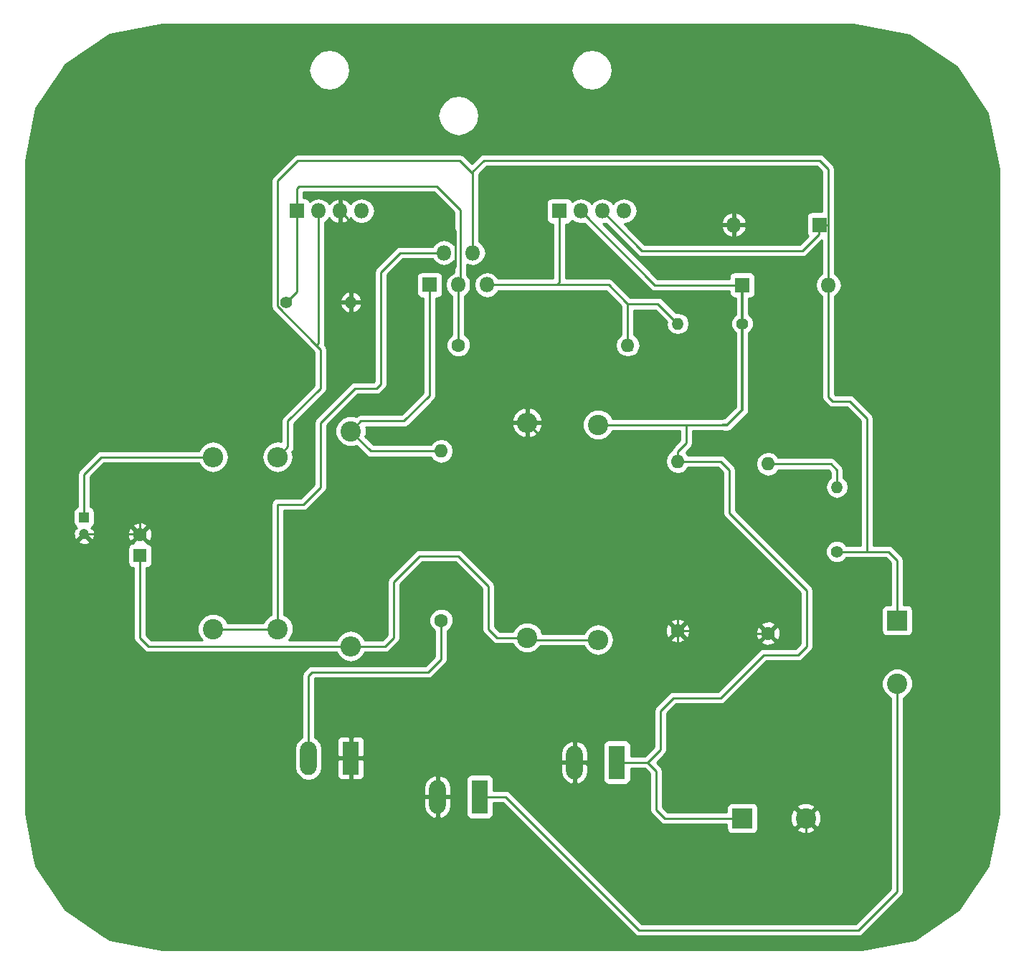
<source format=gbr>
G04 #@! TF.FileFunction,Copper,L1,Top,Signal*
%FSLAX46Y46*%
G04 Gerber Fmt 4.6, Leading zero omitted, Abs format (unit mm)*
G04 Created by KiCad (PCBNEW 4.0.5) date 05/30/17 01:02:00*
%MOMM*%
%LPD*%
G01*
G04 APERTURE LIST*
%ADD10C,0.100000*%
%ADD11R,2.400000X2.400000*%
%ADD12C,2.400000*%
%ADD13R,1.800000X1.800000*%
%ADD14O,1.800000X1.800000*%
%ADD15C,1.600000*%
%ADD16O,1.600000X1.600000*%
%ADD17R,1.600000X1.600000*%
%ADD18R,1.980000X3.960000*%
%ADD19O,1.980000X3.960000*%
%ADD20O,2.400000X2.400000*%
%ADD21C,1.400000*%
%ADD22O,1.400000X1.400000*%
%ADD23R,1.200000X1.200000*%
%ADD24C,1.200000*%
%ADD25C,0.250000*%
%ADD26C,0.300000*%
%ADD27C,0.254000*%
G04 APERTURE END LIST*
D10*
D11*
X145288000Y-121412000D03*
D12*
X152788000Y-121412000D03*
D13*
X108360000Y-58410000D03*
D14*
X110060000Y-54610000D03*
X111760000Y-58410000D03*
X113460000Y-54610000D03*
X115160000Y-58410000D03*
D13*
X123698000Y-49680000D03*
D14*
X126238000Y-49680000D03*
X128778000Y-49680000D03*
X131318000Y-49680000D03*
D15*
X109728000Y-98044000D03*
D16*
X109728000Y-78044000D03*
D17*
X74168000Y-90384000D03*
D15*
X74168000Y-87884000D03*
X137668000Y-99248000D03*
D16*
X137668000Y-79248000D03*
D15*
X111760000Y-65532000D03*
D16*
X131760000Y-65532000D03*
D15*
X148336000Y-99568000D03*
D16*
X148336000Y-79568000D03*
D11*
X163576000Y-98044000D03*
D12*
X163576000Y-105544000D03*
D13*
X145288000Y-58420000D03*
D14*
X155448000Y-58420000D03*
D13*
X154432000Y-51308000D03*
D14*
X144272000Y-51308000D03*
D18*
X99060000Y-114300000D03*
D19*
X94060000Y-114300000D03*
D18*
X114300000Y-118872000D03*
D19*
X109300000Y-118872000D03*
D18*
X130476000Y-114808000D03*
D19*
X125476000Y-114808000D03*
D13*
X92710000Y-49680000D03*
D14*
X95250000Y-49680000D03*
X97790000Y-49680000D03*
X100330000Y-49680000D03*
D12*
X128270000Y-74930000D03*
D20*
X128270000Y-100330000D03*
D12*
X82804000Y-99060000D03*
D20*
X82804000Y-78740000D03*
D12*
X90424000Y-99060000D03*
D20*
X90424000Y-78740000D03*
D21*
X145288000Y-62992000D03*
D22*
X137668000Y-62992000D03*
D21*
X91440000Y-60452000D03*
D22*
X99060000Y-60452000D03*
D21*
X156464000Y-89916000D03*
D22*
X156464000Y-82296000D03*
D12*
X119888000Y-100076000D03*
D20*
X119888000Y-74676000D03*
D12*
X99060000Y-75692000D03*
D20*
X99060000Y-101092000D03*
D23*
X67564000Y-85852000D03*
D24*
X67564000Y-87852000D03*
D25*
X108204000Y-104140000D02*
X109728000Y-102616000D01*
X109728000Y-102616000D02*
X109728000Y-98044000D01*
X94488000Y-104140000D02*
X108204000Y-104140000D01*
X94060000Y-104568000D02*
X94488000Y-104140000D01*
X94060000Y-114300000D02*
X94060000Y-104568000D01*
X105339999Y-74492001D02*
X108360000Y-71472000D01*
X108360000Y-71472000D02*
X108360000Y-58410000D01*
X99060000Y-75692000D02*
X100259999Y-74492001D01*
X100259999Y-74492001D02*
X105339999Y-74492001D01*
X109728000Y-78044000D02*
X101412000Y-78044000D01*
X101412000Y-78044000D02*
X99060000Y-75692000D01*
X115316000Y-93980000D02*
X115316000Y-99060000D01*
X119888000Y-100076000D02*
X116332000Y-100076000D01*
X116332000Y-100076000D02*
X115316000Y-99060000D01*
X103124000Y-101092000D02*
X104140000Y-100076000D01*
X104140000Y-100076000D02*
X104140000Y-93472000D01*
X99060000Y-101092000D02*
X103124000Y-101092000D01*
X111760000Y-90424000D02*
X115316000Y-93980000D01*
X107188000Y-90424000D02*
X111760000Y-90424000D01*
X104140000Y-93472000D02*
X107188000Y-90424000D01*
X75184000Y-101092000D02*
X99060000Y-101092000D01*
X74168000Y-100076000D02*
X75184000Y-101092000D01*
X74168000Y-90384000D02*
X74168000Y-100076000D01*
X128270000Y-100330000D02*
X120142000Y-100330000D01*
X120142000Y-100330000D02*
X119888000Y-100076000D01*
D26*
X138684000Y-51308000D02*
X144272000Y-51308000D01*
D25*
X143764000Y-99568000D02*
X143444000Y-99248000D01*
X143444000Y-99248000D02*
X137668000Y-99248000D01*
X152788000Y-131692000D02*
X150876000Y-133604000D01*
X150876000Y-133604000D02*
X145288000Y-133604000D01*
X152788000Y-121412000D02*
X152788000Y-131692000D01*
X125476000Y-114808000D02*
X126716000Y-114808000D01*
X126716000Y-114808000D02*
X128016000Y-116108000D01*
X128016000Y-121920000D02*
X130048000Y-123952000D01*
X128016000Y-116108000D02*
X128016000Y-121920000D01*
X130048000Y-123952000D02*
X132872000Y-123952000D01*
X125476000Y-114808000D02*
X125476000Y-115798000D01*
X125476000Y-114808000D02*
X125476000Y-108204000D01*
X125476000Y-108204000D02*
X131572000Y-102108000D01*
X131572000Y-102108000D02*
X137668000Y-102108000D01*
X111134000Y-114808000D02*
X125476000Y-114808000D01*
X109300000Y-118872000D02*
X109300000Y-116642000D01*
X109300000Y-116642000D02*
X111134000Y-114808000D01*
X109300000Y-118872000D02*
X104140000Y-118872000D01*
X103124000Y-114300000D02*
X99060000Y-114300000D01*
X104140000Y-118872000D02*
X103632000Y-118364000D01*
X103632000Y-118364000D02*
X103632000Y-114808000D01*
X103632000Y-114808000D02*
X103124000Y-114300000D01*
X137668000Y-102108000D02*
X137668000Y-99248000D01*
X143764000Y-99568000D02*
X148336000Y-99568000D01*
X119888000Y-74676000D02*
X123444000Y-78232000D01*
X123444000Y-80772000D02*
X129032000Y-86360000D01*
X123444000Y-78232000D02*
X123444000Y-80772000D01*
X129032000Y-86360000D02*
X133096000Y-86360000D01*
X133096000Y-86360000D02*
X137668000Y-90932000D01*
X137668000Y-90932000D02*
X137668000Y-99248000D01*
X67564000Y-87852000D02*
X74136000Y-87852000D01*
X74136000Y-87852000D02*
X74168000Y-87884000D01*
X74168000Y-87884000D02*
X74168000Y-83820000D01*
X93472000Y-79248000D02*
X93472000Y-74168000D01*
X74168000Y-83820000D02*
X76200000Y-81788000D01*
X76200000Y-81788000D02*
X90932000Y-81788000D01*
X90932000Y-81788000D02*
X93472000Y-79248000D01*
X93472000Y-74168000D02*
X98044000Y-69596000D01*
X98044000Y-69596000D02*
X99060000Y-69596000D01*
X99060000Y-69596000D02*
X99060000Y-65532000D01*
X99060000Y-65532000D02*
X99060000Y-60452000D01*
X111252000Y-56388000D02*
X111435000Y-56205000D01*
X111435000Y-56205000D02*
X111435001Y-51999001D01*
X111435001Y-51999001D02*
X110236000Y-50800000D01*
X110236000Y-50800000D02*
X107696000Y-50800000D01*
X107696000Y-50800000D02*
X107590999Y-50905001D01*
X110209999Y-57430001D02*
X111252000Y-56388000D01*
X111252000Y-56388000D02*
X111309990Y-56388000D01*
X110209999Y-57821999D02*
X110209999Y-57430001D01*
D26*
X109728000Y-69088000D02*
X113284000Y-69088000D01*
X113310001Y-69061999D02*
X113284000Y-69088000D01*
X114808000Y-55880000D02*
X113310001Y-57377999D01*
X113310001Y-57377999D02*
X113310001Y-69061999D01*
X116840000Y-55880000D02*
X114808000Y-55880000D01*
X116840000Y-53848000D02*
X116840000Y-55880000D01*
X137668000Y-50292000D02*
X137668000Y-45720000D01*
X137668000Y-45720000D02*
X136652000Y-44704000D01*
X136652000Y-44704000D02*
X121412000Y-44704000D01*
X121412000Y-44704000D02*
X119380000Y-46736000D01*
X119380000Y-46736000D02*
X119380000Y-51308000D01*
X116840000Y-53848000D02*
X116840000Y-53967000D01*
X119380000Y-51308000D02*
X116840000Y-53848000D01*
X119888000Y-74676000D02*
X115316000Y-74676000D01*
X115316000Y-74676000D02*
X109728000Y-69088000D01*
X109728000Y-69088000D02*
X109728000Y-60960000D01*
X109728000Y-60960000D02*
X110209999Y-60478001D01*
X110209999Y-60478001D02*
X110209999Y-59154001D01*
X110209999Y-59154001D02*
X110209999Y-57821999D01*
D25*
X145288000Y-133604000D02*
X145004000Y-133604000D01*
D26*
X137160000Y-132588000D02*
X138176000Y-133604000D01*
X138176000Y-133604000D02*
X145288000Y-133604000D01*
X137160000Y-125710000D02*
X137160000Y-132588000D01*
X134112000Y-123952000D02*
X135402000Y-123952000D01*
X135402000Y-123952000D02*
X137160000Y-125710000D01*
X105431998Y-53064002D02*
X107590999Y-50905001D01*
X99060000Y-53064002D02*
X105431998Y-53064002D01*
D25*
X138684000Y-51308000D02*
X137668000Y-50292000D01*
X99060000Y-53340000D02*
X99060000Y-60452000D01*
X99060000Y-53064002D02*
X99060000Y-53340000D01*
X98689999Y-52694001D02*
X99060000Y-53064002D01*
X97790000Y-49680000D02*
X98689999Y-50579999D01*
X98689999Y-50579999D02*
X98689999Y-52694001D01*
X134112000Y-123952000D02*
X132872000Y-123952000D01*
X67564000Y-85852000D02*
X67564000Y-80772000D01*
X67564000Y-80772000D02*
X69596000Y-78740000D01*
X69596000Y-78740000D02*
X82804000Y-78740000D01*
D26*
X143510000Y-74930000D02*
X145288000Y-73152000D01*
X145288000Y-73152000D02*
X145288000Y-65913000D01*
X143002000Y-74930000D02*
X143510000Y-74930000D01*
X145288000Y-58420000D02*
X145288000Y-62992000D01*
X145288000Y-65913000D02*
X145288000Y-62992000D01*
D25*
X135636000Y-113284000D02*
X135128000Y-113792000D01*
X135636000Y-108712000D02*
X135636000Y-113284000D01*
X137160000Y-107188000D02*
X135636000Y-108712000D01*
X142748000Y-107188000D02*
X137160000Y-107188000D01*
X135128000Y-120396000D02*
X135636000Y-120904000D01*
X135128000Y-119888000D02*
X135128000Y-120396000D01*
X135128000Y-115824000D02*
X135128000Y-119888000D01*
X134112000Y-114808000D02*
X135128000Y-115824000D01*
X134112000Y-114808000D02*
X135128000Y-113792000D01*
X131716000Y-114808000D02*
X134112000Y-114808000D01*
X130476000Y-114808000D02*
X131716000Y-114808000D01*
X145288000Y-121412000D02*
X136144000Y-121412000D01*
X136144000Y-121412000D02*
X135636000Y-120904000D01*
X137668000Y-79248000D02*
X142748000Y-79248000D01*
X142748000Y-79248000D02*
X143764000Y-80264000D01*
X143764000Y-80264000D02*
X143764000Y-85344000D01*
X152908000Y-94488000D02*
X152908000Y-101092000D01*
X143764000Y-85344000D02*
X152908000Y-94488000D01*
X147828000Y-102108000D02*
X142748000Y-107188000D01*
X152908000Y-101092000D02*
X151892000Y-102108000D01*
X151892000Y-102108000D02*
X147828000Y-102108000D01*
X136144000Y-74930000D02*
X138684000Y-74930000D01*
X138684000Y-74930000D02*
X143002000Y-74930000D01*
X137668000Y-79248000D02*
X137668000Y-78116630D01*
X137668000Y-78116630D02*
X138684000Y-77100630D01*
X138684000Y-77100630D02*
X138684000Y-74930000D01*
X136525000Y-74930000D02*
X136144000Y-74930000D01*
X126238000Y-49680000D02*
X134978000Y-58420000D01*
X134978000Y-58420000D02*
X145288000Y-58420000D01*
X145415000Y-58547000D02*
X145288000Y-58420000D01*
X136144000Y-74930000D02*
X128270000Y-74930000D01*
X111760000Y-58410000D02*
X112035010Y-58134990D01*
X112035010Y-58134990D02*
X112035010Y-49551010D01*
X112035010Y-49551010D02*
X109220000Y-46736000D01*
X109220000Y-46736000D02*
X92964000Y-46736000D01*
X92964000Y-46736000D02*
X92710000Y-46990000D01*
X92710000Y-46990000D02*
X92710000Y-49680000D01*
X111760000Y-58410000D02*
X112234999Y-57935001D01*
X111760000Y-58410000D02*
X112102037Y-58067963D01*
X92710000Y-49680000D02*
X92710000Y-59182000D01*
X92710000Y-59182000D02*
X91440000Y-60452000D01*
X111760000Y-65532000D02*
X111760000Y-58410000D01*
X137668000Y-62992000D02*
X135316000Y-60640000D01*
X135316000Y-60640000D02*
X131760000Y-60640000D01*
X132268000Y-66040000D02*
X131760000Y-65532000D01*
X131572000Y-60452000D02*
X131760000Y-60640000D01*
X129530000Y-58410000D02*
X131572000Y-60452000D01*
X123434000Y-58410000D02*
X129530000Y-58410000D01*
X131760000Y-60640000D02*
X131760000Y-65532000D01*
X123434000Y-58410000D02*
X123698000Y-58146000D01*
X123698000Y-58146000D02*
X123698000Y-49680000D01*
X115160000Y-58410000D02*
X123434000Y-58410000D01*
X156464000Y-82296000D02*
X156464000Y-80264000D01*
X156464000Y-80264000D02*
X155768000Y-79568000D01*
X155768000Y-79568000D02*
X148336000Y-79568000D01*
X155448000Y-58420000D02*
X155448000Y-71628000D01*
X155448000Y-71628000D02*
X155956000Y-72136000D01*
X155956000Y-72136000D02*
X157988000Y-72136000D01*
X157988000Y-72136000D02*
X160020000Y-74168000D01*
X160020000Y-74168000D02*
X160020000Y-89916000D01*
X113460000Y-45259590D02*
X113460000Y-45036000D01*
X113460000Y-45036000D02*
X114808000Y-43688000D01*
X154432000Y-43688000D02*
X155448000Y-44704000D01*
X114808000Y-43688000D02*
X154432000Y-43688000D01*
X155448000Y-44704000D02*
X155448000Y-45212000D01*
X155448000Y-45212000D02*
X155448000Y-51308000D01*
X160020000Y-89916000D02*
X162560000Y-89916000D01*
X162560000Y-89916000D02*
X163576000Y-90932000D01*
X163576000Y-90932000D02*
X163576000Y-98044000D01*
X160020000Y-89916000D02*
X156464000Y-89916000D01*
X155448000Y-51308000D02*
X154298000Y-51308000D01*
X154298000Y-51308000D02*
X154298000Y-52458000D01*
X154298000Y-52458000D02*
X152400000Y-54356000D01*
X152400000Y-54356000D02*
X133454000Y-54356000D01*
X133454000Y-54356000D02*
X128778000Y-49680000D01*
X113460000Y-45259590D02*
X113412410Y-45212000D01*
X113412410Y-45212000D02*
X111946400Y-43745990D01*
X95250000Y-49680000D02*
X95250000Y-65278000D01*
X95250000Y-65278000D02*
X94996000Y-65532000D01*
X94996000Y-65532000D02*
X95504000Y-66040000D01*
X95504000Y-66040000D02*
X95504000Y-70612000D01*
X95504000Y-70612000D02*
X91623999Y-74492001D01*
X91623999Y-74492001D02*
X91623999Y-77540001D01*
X91623999Y-77540001D02*
X90424000Y-78740000D01*
X90414999Y-60950999D02*
X94996000Y-65532000D01*
X90414999Y-46108591D02*
X90414999Y-60950999D01*
X113460000Y-54610000D02*
X113460000Y-45259590D01*
X111946400Y-43745990D02*
X92777599Y-43745991D01*
X92777599Y-43745991D02*
X90414999Y-46108591D01*
X155448000Y-51308000D02*
X155448000Y-52458000D01*
X155448000Y-52458000D02*
X155448000Y-58420000D01*
X114300000Y-118872000D02*
X117348000Y-118872000D01*
X163576000Y-130048000D02*
X163576000Y-105544000D01*
X117348000Y-118872000D02*
X133096000Y-134620000D01*
X133096000Y-134620000D02*
X159004000Y-134620000D01*
X159004000Y-134620000D02*
X163576000Y-130048000D01*
X82804000Y-99060000D02*
X88726944Y-99060000D01*
X99568000Y-70612000D02*
X102108000Y-70612000D01*
X102108000Y-70612000D02*
X102616000Y-70104000D01*
X95504000Y-74676000D02*
X99568000Y-70612000D01*
X95504000Y-82296000D02*
X95504000Y-74676000D01*
X93472000Y-84328000D02*
X95504000Y-82296000D01*
X90424000Y-84328000D02*
X93472000Y-84328000D01*
X90424000Y-99060000D02*
X90424000Y-84328000D01*
X102616000Y-70104000D02*
X102616000Y-56896000D01*
X102616000Y-56896000D02*
X104902000Y-54610000D01*
X104902000Y-54610000D02*
X110060000Y-54610000D01*
X90424000Y-99060000D02*
X88726944Y-99060000D01*
D27*
G36*
X165023083Y-28946227D02*
X170556478Y-32643522D01*
X174253772Y-38176918D01*
X175566000Y-44773931D01*
X175566000Y-120834069D01*
X174331110Y-127042278D01*
X170854057Y-132246057D01*
X165650277Y-135723111D01*
X159442069Y-136958000D01*
X76777931Y-136958000D01*
X70569722Y-135723110D01*
X65365943Y-132246057D01*
X61888889Y-127042277D01*
X60654000Y-120834069D01*
X60654000Y-118999000D01*
X107675000Y-118999000D01*
X107675000Y-119989000D01*
X107847297Y-120601193D01*
X108240754Y-121100851D01*
X108795472Y-121411905D01*
X108921135Y-121442218D01*
X109173000Y-121322740D01*
X109173000Y-118999000D01*
X109427000Y-118999000D01*
X109427000Y-121322740D01*
X109678865Y-121442218D01*
X109804528Y-121411905D01*
X110359246Y-121100851D01*
X110752703Y-120601193D01*
X110925000Y-119989000D01*
X110925000Y-118999000D01*
X109427000Y-118999000D01*
X109173000Y-118999000D01*
X107675000Y-118999000D01*
X60654000Y-118999000D01*
X60654000Y-117755000D01*
X107675000Y-117755000D01*
X107675000Y-118745000D01*
X109173000Y-118745000D01*
X109173000Y-116421260D01*
X109427000Y-116421260D01*
X109427000Y-118745000D01*
X110925000Y-118745000D01*
X110925000Y-117755000D01*
X110752703Y-117142807D01*
X110555205Y-116892000D01*
X112662560Y-116892000D01*
X112662560Y-120852000D01*
X112706838Y-121087317D01*
X112845910Y-121303441D01*
X113058110Y-121448431D01*
X113310000Y-121499440D01*
X115290000Y-121499440D01*
X115525317Y-121455162D01*
X115741441Y-121316090D01*
X115886431Y-121103890D01*
X115937440Y-120852000D01*
X115937440Y-119632000D01*
X117033198Y-119632000D01*
X132558599Y-135157401D01*
X132805160Y-135322148D01*
X133096000Y-135380000D01*
X159004000Y-135380000D01*
X159294839Y-135322148D01*
X159541401Y-135157401D01*
X164113401Y-130585401D01*
X164278148Y-130338840D01*
X164287746Y-130290586D01*
X164336000Y-130048000D01*
X164336000Y-107215448D01*
X164614086Y-107100545D01*
X165130730Y-106584801D01*
X165410681Y-105910605D01*
X165411318Y-105180597D01*
X165132545Y-104505914D01*
X164616801Y-103989270D01*
X163942605Y-103709319D01*
X163212597Y-103708682D01*
X162537914Y-103987455D01*
X162021270Y-104503199D01*
X161741319Y-105177395D01*
X161740682Y-105907403D01*
X162019455Y-106582086D01*
X162535199Y-107098730D01*
X162816000Y-107215329D01*
X162816000Y-129733198D01*
X158689198Y-133860000D01*
X133410802Y-133860000D01*
X117885401Y-118334599D01*
X117638839Y-118169852D01*
X117348000Y-118112000D01*
X115937440Y-118112000D01*
X115937440Y-116892000D01*
X115893162Y-116656683D01*
X115754090Y-116440559D01*
X115541890Y-116295569D01*
X115290000Y-116244560D01*
X113310000Y-116244560D01*
X113074683Y-116288838D01*
X112858559Y-116427910D01*
X112713569Y-116640110D01*
X112662560Y-116892000D01*
X110555205Y-116892000D01*
X110359246Y-116643149D01*
X109804528Y-116332095D01*
X109678865Y-116301782D01*
X109427000Y-116421260D01*
X109173000Y-116421260D01*
X108921135Y-116301782D01*
X108795472Y-116332095D01*
X108240754Y-116643149D01*
X107847297Y-117142807D01*
X107675000Y-117755000D01*
X60654000Y-117755000D01*
X60654000Y-113258769D01*
X92435000Y-113258769D01*
X92435000Y-115341231D01*
X92558696Y-115963092D01*
X92910951Y-116490280D01*
X93438139Y-116842535D01*
X94060000Y-116966231D01*
X94681861Y-116842535D01*
X95209049Y-116490280D01*
X95561304Y-115963092D01*
X95685000Y-115341231D01*
X95685000Y-114585750D01*
X97435000Y-114585750D01*
X97435000Y-116406310D01*
X97531673Y-116639699D01*
X97710302Y-116818327D01*
X97943691Y-116915000D01*
X98774250Y-116915000D01*
X98933000Y-116756250D01*
X98933000Y-114427000D01*
X99187000Y-114427000D01*
X99187000Y-116756250D01*
X99345750Y-116915000D01*
X100176309Y-116915000D01*
X100409698Y-116818327D01*
X100588327Y-116639699D01*
X100685000Y-116406310D01*
X100685000Y-114935000D01*
X123851000Y-114935000D01*
X123851000Y-115925000D01*
X124023297Y-116537193D01*
X124416754Y-117036851D01*
X124971472Y-117347905D01*
X125097135Y-117378218D01*
X125349000Y-117258740D01*
X125349000Y-114935000D01*
X125603000Y-114935000D01*
X125603000Y-117258740D01*
X125854865Y-117378218D01*
X125980528Y-117347905D01*
X126535246Y-117036851D01*
X126928703Y-116537193D01*
X127101000Y-115925000D01*
X127101000Y-114935000D01*
X125603000Y-114935000D01*
X125349000Y-114935000D01*
X123851000Y-114935000D01*
X100685000Y-114935000D01*
X100685000Y-114585750D01*
X100526250Y-114427000D01*
X99187000Y-114427000D01*
X98933000Y-114427000D01*
X97593750Y-114427000D01*
X97435000Y-114585750D01*
X95685000Y-114585750D01*
X95685000Y-113258769D01*
X95561304Y-112636908D01*
X95265156Y-112193690D01*
X97435000Y-112193690D01*
X97435000Y-114014250D01*
X97593750Y-114173000D01*
X98933000Y-114173000D01*
X98933000Y-111843750D01*
X99187000Y-111843750D01*
X99187000Y-114173000D01*
X100526250Y-114173000D01*
X100685000Y-114014250D01*
X100685000Y-113691000D01*
X123851000Y-113691000D01*
X123851000Y-114681000D01*
X125349000Y-114681000D01*
X125349000Y-112357260D01*
X125603000Y-112357260D01*
X125603000Y-114681000D01*
X127101000Y-114681000D01*
X127101000Y-113691000D01*
X126928703Y-113078807D01*
X126535246Y-112579149D01*
X125980528Y-112268095D01*
X125854865Y-112237782D01*
X125603000Y-112357260D01*
X125349000Y-112357260D01*
X125097135Y-112237782D01*
X124971472Y-112268095D01*
X124416754Y-112579149D01*
X124023297Y-113078807D01*
X123851000Y-113691000D01*
X100685000Y-113691000D01*
X100685000Y-112193690D01*
X100588327Y-111960301D01*
X100409698Y-111781673D01*
X100176309Y-111685000D01*
X99345750Y-111685000D01*
X99187000Y-111843750D01*
X98933000Y-111843750D01*
X98774250Y-111685000D01*
X97943691Y-111685000D01*
X97710302Y-111781673D01*
X97531673Y-111960301D01*
X97435000Y-112193690D01*
X95265156Y-112193690D01*
X95209049Y-112109720D01*
X94820000Y-111849766D01*
X94820000Y-104900000D01*
X108204000Y-104900000D01*
X108494839Y-104842148D01*
X108741401Y-104677401D01*
X110265401Y-103153401D01*
X110430148Y-102906840D01*
X110449381Y-102810148D01*
X110488000Y-102616000D01*
X110488000Y-99282646D01*
X110539800Y-99261243D01*
X110943824Y-98857923D01*
X111162750Y-98330691D01*
X111163248Y-97759813D01*
X110945243Y-97232200D01*
X110541923Y-96828176D01*
X110014691Y-96609250D01*
X109443813Y-96608752D01*
X108916200Y-96826757D01*
X108512176Y-97230077D01*
X108293250Y-97757309D01*
X108292752Y-98328187D01*
X108510757Y-98855800D01*
X108914077Y-99259824D01*
X108968000Y-99282215D01*
X108968000Y-102301198D01*
X107889198Y-103380000D01*
X94488000Y-103380000D01*
X94245414Y-103428254D01*
X94197160Y-103437852D01*
X93950599Y-103602599D01*
X93522599Y-104030599D01*
X93357852Y-104277161D01*
X93300000Y-104568000D01*
X93300000Y-111849766D01*
X92910951Y-112109720D01*
X92558696Y-112636908D01*
X92435000Y-113258769D01*
X60654000Y-113258769D01*
X60654000Y-89584000D01*
X72720560Y-89584000D01*
X72720560Y-91184000D01*
X72764838Y-91419317D01*
X72903910Y-91635441D01*
X73116110Y-91780431D01*
X73368000Y-91831440D01*
X73408000Y-91831440D01*
X73408000Y-100076000D01*
X73465852Y-100366839D01*
X73630599Y-100613401D01*
X74646599Y-101629401D01*
X74893161Y-101794148D01*
X75184000Y-101852000D01*
X97379265Y-101852000D01*
X97762459Y-102425491D01*
X98357776Y-102823269D01*
X99060000Y-102962950D01*
X99762224Y-102823269D01*
X100357541Y-102425491D01*
X100740735Y-101852000D01*
X103124000Y-101852000D01*
X103414839Y-101794148D01*
X103661401Y-101629401D01*
X104677401Y-100613401D01*
X104842148Y-100366839D01*
X104900000Y-100076000D01*
X104900000Y-93786802D01*
X107502802Y-91184000D01*
X111445198Y-91184000D01*
X114556000Y-94294802D01*
X114556000Y-99060000D01*
X114613852Y-99350839D01*
X114778599Y-99597401D01*
X115794599Y-100613401D01*
X116041161Y-100778148D01*
X116332000Y-100836000D01*
X118216552Y-100836000D01*
X118331455Y-101114086D01*
X118847199Y-101630730D01*
X119521395Y-101910681D01*
X120251403Y-101911318D01*
X120926086Y-101632545D01*
X121442730Y-101116801D01*
X121453859Y-101090000D01*
X126589265Y-101090000D01*
X126972459Y-101663491D01*
X127567776Y-102061269D01*
X128270000Y-102200950D01*
X128972224Y-102061269D01*
X129567541Y-101663491D01*
X129965319Y-101068174D01*
X130105000Y-100365950D01*
X130105000Y-100294050D01*
X130097381Y-100255745D01*
X136839861Y-100255745D01*
X136913995Y-100501864D01*
X137451223Y-100694965D01*
X138021454Y-100667778D01*
X138243640Y-100575745D01*
X147507861Y-100575745D01*
X147581995Y-100821864D01*
X148119223Y-101014965D01*
X148689454Y-100987778D01*
X149090005Y-100821864D01*
X149164139Y-100575745D01*
X148336000Y-99747605D01*
X147507861Y-100575745D01*
X138243640Y-100575745D01*
X138422005Y-100501864D01*
X138496139Y-100255745D01*
X137668000Y-99427605D01*
X136839861Y-100255745D01*
X130097381Y-100255745D01*
X129965319Y-99591826D01*
X129590737Y-99031223D01*
X136221035Y-99031223D01*
X136248222Y-99601454D01*
X136414136Y-100002005D01*
X136660255Y-100076139D01*
X137488395Y-99248000D01*
X137847605Y-99248000D01*
X138675745Y-100076139D01*
X138921864Y-100002005D01*
X139114965Y-99464777D01*
X139109552Y-99351223D01*
X146889035Y-99351223D01*
X146916222Y-99921454D01*
X147082136Y-100322005D01*
X147328255Y-100396139D01*
X148156395Y-99568000D01*
X148515605Y-99568000D01*
X149343745Y-100396139D01*
X149589864Y-100322005D01*
X149782965Y-99784777D01*
X149755778Y-99214546D01*
X149589864Y-98813995D01*
X149343745Y-98739861D01*
X148515605Y-99568000D01*
X148156395Y-99568000D01*
X147328255Y-98739861D01*
X147082136Y-98813995D01*
X146889035Y-99351223D01*
X139109552Y-99351223D01*
X139087778Y-98894546D01*
X138949310Y-98560255D01*
X147507861Y-98560255D01*
X148336000Y-99388395D01*
X149164139Y-98560255D01*
X149090005Y-98314136D01*
X148552777Y-98121035D01*
X147982546Y-98148222D01*
X147581995Y-98314136D01*
X147507861Y-98560255D01*
X138949310Y-98560255D01*
X138921864Y-98493995D01*
X138675745Y-98419861D01*
X137847605Y-99248000D01*
X137488395Y-99248000D01*
X136660255Y-98419861D01*
X136414136Y-98493995D01*
X136221035Y-99031223D01*
X129590737Y-99031223D01*
X129567541Y-98996509D01*
X128972224Y-98598731D01*
X128270000Y-98459050D01*
X127567776Y-98598731D01*
X126972459Y-98996509D01*
X126589265Y-99570000D01*
X121664398Y-99570000D01*
X121444545Y-99037914D01*
X120928801Y-98521270D01*
X120254605Y-98241319D01*
X119524597Y-98240682D01*
X118849914Y-98519455D01*
X118333270Y-99035199D01*
X118216671Y-99316000D01*
X116646802Y-99316000D01*
X116076000Y-98745198D01*
X116076000Y-98240255D01*
X136839861Y-98240255D01*
X137668000Y-99068395D01*
X138496139Y-98240255D01*
X138422005Y-97994136D01*
X137884777Y-97801035D01*
X137314546Y-97828222D01*
X136913995Y-97994136D01*
X136839861Y-98240255D01*
X116076000Y-98240255D01*
X116076000Y-93980000D01*
X116018148Y-93689161D01*
X116018148Y-93689160D01*
X115853401Y-93442599D01*
X112297401Y-89886599D01*
X112050839Y-89721852D01*
X111760000Y-89664000D01*
X107188000Y-89664000D01*
X106897161Y-89721852D01*
X106650599Y-89886599D01*
X103602599Y-92934599D01*
X103437852Y-93181161D01*
X103380000Y-93472000D01*
X103380000Y-99761198D01*
X102809198Y-100332000D01*
X100740735Y-100332000D01*
X100357541Y-99758509D01*
X99762224Y-99360731D01*
X99060000Y-99221050D01*
X98357776Y-99360731D01*
X97762459Y-99758509D01*
X97379265Y-100332000D01*
X91747128Y-100332000D01*
X91978730Y-100100801D01*
X92258681Y-99426605D01*
X92259318Y-98696597D01*
X91980545Y-98021914D01*
X91464801Y-97505270D01*
X91184000Y-97388671D01*
X91184000Y-85088000D01*
X93472000Y-85088000D01*
X93762839Y-85030148D01*
X94009401Y-84865401D01*
X96041401Y-82833401D01*
X96206148Y-82586839D01*
X96264000Y-82296000D01*
X96264000Y-76055403D01*
X97224682Y-76055403D01*
X97503455Y-76730086D01*
X98019199Y-77246730D01*
X98693395Y-77526681D01*
X99423403Y-77527318D01*
X99704407Y-77411209D01*
X100874599Y-78581401D01*
X101121160Y-78746148D01*
X101412000Y-78804000D01*
X108524333Y-78804000D01*
X108713302Y-79086811D01*
X109178849Y-79397880D01*
X109728000Y-79507113D01*
X110277151Y-79397880D01*
X110742698Y-79086811D01*
X111053767Y-78621264D01*
X111163000Y-78072113D01*
X111163000Y-78015887D01*
X111053767Y-77466736D01*
X110742698Y-77001189D01*
X110277151Y-76690120D01*
X109728000Y-76580887D01*
X109178849Y-76690120D01*
X108713302Y-77001189D01*
X108524333Y-77284000D01*
X101726802Y-77284000D01*
X100779293Y-76336491D01*
X100894681Y-76058605D01*
X100895318Y-75328597D01*
X100863669Y-75252001D01*
X105339999Y-75252001D01*
X105630838Y-75194149D01*
X105789990Y-75087807D01*
X118099797Y-75087807D01*
X118393508Y-75740776D01*
X118914742Y-76231642D01*
X119476195Y-76464195D01*
X119761000Y-76347432D01*
X119761000Y-74803000D01*
X120015000Y-74803000D01*
X120015000Y-76347432D01*
X120299805Y-76464195D01*
X120861258Y-76231642D01*
X121382492Y-75740776D01*
X121676203Y-75087807D01*
X121559858Y-74803000D01*
X120015000Y-74803000D01*
X119761000Y-74803000D01*
X118216142Y-74803000D01*
X118099797Y-75087807D01*
X105789990Y-75087807D01*
X105877400Y-75029402D01*
X106642609Y-74264193D01*
X118099797Y-74264193D01*
X118216142Y-74549000D01*
X119761000Y-74549000D01*
X119761000Y-73004568D01*
X120015000Y-73004568D01*
X120015000Y-74549000D01*
X121559858Y-74549000D01*
X121676203Y-74264193D01*
X121382492Y-73611224D01*
X120861258Y-73120358D01*
X120299805Y-72887805D01*
X120015000Y-73004568D01*
X119761000Y-73004568D01*
X119476195Y-72887805D01*
X118914742Y-73120358D01*
X118393508Y-73611224D01*
X118099797Y-74264193D01*
X106642609Y-74264193D01*
X108897401Y-72009401D01*
X109062148Y-71762840D01*
X109120000Y-71472000D01*
X109120000Y-59957440D01*
X109260000Y-59957440D01*
X109495317Y-59913162D01*
X109711441Y-59774090D01*
X109856431Y-59561890D01*
X109907440Y-59310000D01*
X109907440Y-57510000D01*
X109863162Y-57274683D01*
X109724090Y-57058559D01*
X109511890Y-56913569D01*
X109260000Y-56862560D01*
X107460000Y-56862560D01*
X107224683Y-56906838D01*
X107008559Y-57045910D01*
X106863569Y-57258110D01*
X106812560Y-57510000D01*
X106812560Y-59310000D01*
X106856838Y-59545317D01*
X106995910Y-59761441D01*
X107208110Y-59906431D01*
X107460000Y-59957440D01*
X107600000Y-59957440D01*
X107600000Y-71157198D01*
X105025197Y-73732001D01*
X100259999Y-73732001D01*
X99969160Y-73789853D01*
X99722598Y-73954600D01*
X99704491Y-73972707D01*
X99426605Y-73857319D01*
X98696597Y-73856682D01*
X98021914Y-74135455D01*
X97505270Y-74651199D01*
X97225319Y-75325395D01*
X97224682Y-76055403D01*
X96264000Y-76055403D01*
X96264000Y-74990802D01*
X99882802Y-71372000D01*
X102108000Y-71372000D01*
X102398839Y-71314148D01*
X102645401Y-71149401D01*
X103153401Y-70641401D01*
X103318147Y-70394840D01*
X103318148Y-70394839D01*
X103376000Y-70104000D01*
X103376000Y-57210802D01*
X105216802Y-55370000D01*
X108727088Y-55370000D01*
X108944519Y-55695409D01*
X109442509Y-56028155D01*
X110029928Y-56145000D01*
X110090072Y-56145000D01*
X110677491Y-56028155D01*
X111175481Y-55695409D01*
X111275010Y-55546453D01*
X111275010Y-56965489D01*
X111142509Y-56991845D01*
X110644519Y-57324591D01*
X110311773Y-57822581D01*
X110194928Y-58410000D01*
X110311773Y-58997419D01*
X110644519Y-59495409D01*
X111000000Y-59732934D01*
X111000000Y-64293354D01*
X110948200Y-64314757D01*
X110544176Y-64718077D01*
X110325250Y-65245309D01*
X110324752Y-65816187D01*
X110542757Y-66343800D01*
X110946077Y-66747824D01*
X111473309Y-66966750D01*
X112044187Y-66967248D01*
X112571800Y-66749243D01*
X112975824Y-66345923D01*
X113194750Y-65818691D01*
X113195248Y-65247813D01*
X112977243Y-64720200D01*
X112573923Y-64316176D01*
X112520000Y-64293785D01*
X112520000Y-59732934D01*
X112875481Y-59495409D01*
X113208227Y-58997419D01*
X113325072Y-58410000D01*
X113208227Y-57822581D01*
X112875481Y-57324591D01*
X112795010Y-57270822D01*
X112795010Y-55996417D01*
X112842509Y-56028155D01*
X113429928Y-56145000D01*
X113490072Y-56145000D01*
X114077491Y-56028155D01*
X114575481Y-55695409D01*
X114908227Y-55197419D01*
X115025072Y-54610000D01*
X114908227Y-54022581D01*
X114575481Y-53524591D01*
X114220000Y-53287066D01*
X114220000Y-45350802D01*
X115122802Y-44448000D01*
X154117198Y-44448000D01*
X154688000Y-45018802D01*
X154688000Y-49760560D01*
X153532000Y-49760560D01*
X153296683Y-49804838D01*
X153080559Y-49943910D01*
X152935569Y-50156110D01*
X152884560Y-50408000D01*
X152884560Y-52208000D01*
X152928838Y-52443317D01*
X153049839Y-52631359D01*
X152085198Y-53596000D01*
X133768802Y-53596000D01*
X131845542Y-51672740D01*
X142780964Y-51672740D01*
X142959760Y-52104417D01*
X143364424Y-52545966D01*
X143907258Y-52799046D01*
X144145000Y-52678997D01*
X144145000Y-51435000D01*
X144399000Y-51435000D01*
X144399000Y-52678997D01*
X144636742Y-52799046D01*
X145179576Y-52545966D01*
X145584240Y-52104417D01*
X145763036Y-51672740D01*
X145642378Y-51435000D01*
X144399000Y-51435000D01*
X144145000Y-51435000D01*
X142901622Y-51435000D01*
X142780964Y-51672740D01*
X131845542Y-51672740D01*
X131381210Y-51208408D01*
X131935491Y-51098155D01*
X132167307Y-50943260D01*
X142780964Y-50943260D01*
X142901622Y-51181000D01*
X144145000Y-51181000D01*
X144145000Y-49937003D01*
X144399000Y-49937003D01*
X144399000Y-51181000D01*
X145642378Y-51181000D01*
X145763036Y-50943260D01*
X145584240Y-50511583D01*
X145179576Y-50070034D01*
X144636742Y-49816954D01*
X144399000Y-49937003D01*
X144145000Y-49937003D01*
X143907258Y-49816954D01*
X143364424Y-50070034D01*
X142959760Y-50511583D01*
X142780964Y-50943260D01*
X132167307Y-50943260D01*
X132433481Y-50765409D01*
X132766227Y-50267419D01*
X132883072Y-49680000D01*
X132766227Y-49092581D01*
X132433481Y-48594591D01*
X131935491Y-48261845D01*
X131348072Y-48145000D01*
X131287928Y-48145000D01*
X130700509Y-48261845D01*
X130202519Y-48594591D01*
X130048000Y-48825845D01*
X129893481Y-48594591D01*
X129395491Y-48261845D01*
X128808072Y-48145000D01*
X128747928Y-48145000D01*
X128160509Y-48261845D01*
X127662519Y-48594591D01*
X127508000Y-48825845D01*
X127353481Y-48594591D01*
X126855491Y-48261845D01*
X126268072Y-48145000D01*
X126207928Y-48145000D01*
X125620509Y-48261845D01*
X125199974Y-48542837D01*
X125062090Y-48328559D01*
X124849890Y-48183569D01*
X124598000Y-48132560D01*
X122798000Y-48132560D01*
X122562683Y-48176838D01*
X122346559Y-48315910D01*
X122201569Y-48528110D01*
X122150560Y-48780000D01*
X122150560Y-50580000D01*
X122194838Y-50815317D01*
X122333910Y-51031441D01*
X122546110Y-51176431D01*
X122798000Y-51227440D01*
X122938000Y-51227440D01*
X122938000Y-57650000D01*
X116492912Y-57650000D01*
X116275481Y-57324591D01*
X115777491Y-56991845D01*
X115190072Y-56875000D01*
X115129928Y-56875000D01*
X114542509Y-56991845D01*
X114044519Y-57324591D01*
X113711773Y-57822581D01*
X113594928Y-58410000D01*
X113711773Y-58997419D01*
X114044519Y-59495409D01*
X114542509Y-59828155D01*
X115129928Y-59945000D01*
X115190072Y-59945000D01*
X115777491Y-59828155D01*
X116275481Y-59495409D01*
X116492912Y-59170000D01*
X129215198Y-59170000D01*
X131000000Y-60954802D01*
X131000000Y-64328333D01*
X130717189Y-64517302D01*
X130406120Y-64982849D01*
X130296887Y-65532000D01*
X130406120Y-66081151D01*
X130717189Y-66546698D01*
X131182736Y-66857767D01*
X131731887Y-66967000D01*
X131788113Y-66967000D01*
X132337264Y-66857767D01*
X132489727Y-66755894D01*
X132558839Y-66742147D01*
X132805401Y-66577401D01*
X132970147Y-66330839D01*
X132979940Y-66281606D01*
X133113880Y-66081151D01*
X133223113Y-65532000D01*
X133113880Y-64982849D01*
X132802811Y-64517302D01*
X132520000Y-64328333D01*
X132520000Y-61400000D01*
X135001198Y-61400000D01*
X136354355Y-62753157D01*
X136306846Y-62992000D01*
X136408467Y-63502882D01*
X136697858Y-63935988D01*
X137130964Y-64225379D01*
X137641846Y-64327000D01*
X137694154Y-64327000D01*
X138205036Y-64225379D01*
X138638142Y-63935988D01*
X138927533Y-63502882D01*
X139029154Y-62992000D01*
X138927533Y-62481118D01*
X138638142Y-62048012D01*
X138205036Y-61758621D01*
X137694154Y-61657000D01*
X137641846Y-61657000D01*
X137446632Y-61695830D01*
X135853401Y-60102599D01*
X135606839Y-59937852D01*
X135316000Y-59880000D01*
X132074802Y-59880000D01*
X130067401Y-57872599D01*
X129820839Y-57707852D01*
X129530000Y-57650000D01*
X124458000Y-57650000D01*
X124458000Y-51227440D01*
X124598000Y-51227440D01*
X124833317Y-51183162D01*
X125049441Y-51044090D01*
X125194431Y-50831890D01*
X125197719Y-50815656D01*
X125620509Y-51098155D01*
X126207928Y-51215000D01*
X126268072Y-51215000D01*
X126626835Y-51143637D01*
X134440599Y-58957401D01*
X134687161Y-59122148D01*
X134978000Y-59180000D01*
X143740560Y-59180000D01*
X143740560Y-59320000D01*
X143784838Y-59555317D01*
X143923910Y-59771441D01*
X144136110Y-59916431D01*
X144388000Y-59967440D01*
X144503000Y-59967440D01*
X144503000Y-61889301D01*
X144156902Y-62234796D01*
X143953232Y-62725287D01*
X143952769Y-63256383D01*
X144155582Y-63747229D01*
X144503000Y-64095253D01*
X144503000Y-72826842D01*
X143184842Y-74145000D01*
X143002000Y-74145000D01*
X142876318Y-74170000D01*
X129941448Y-74170000D01*
X129826545Y-73891914D01*
X129310801Y-73375270D01*
X128636605Y-73095319D01*
X127906597Y-73094682D01*
X127231914Y-73373455D01*
X126715270Y-73889199D01*
X126435319Y-74563395D01*
X126434682Y-75293403D01*
X126713455Y-75968086D01*
X127229199Y-76484730D01*
X127903395Y-76764681D01*
X128633403Y-76765318D01*
X129308086Y-76486545D01*
X129824730Y-75970801D01*
X129941329Y-75690000D01*
X137924000Y-75690000D01*
X137924000Y-76785828D01*
X137130599Y-77579229D01*
X136965852Y-77825791D01*
X136926725Y-78022493D01*
X136653302Y-78205189D01*
X136342233Y-78670736D01*
X136233000Y-79219887D01*
X136233000Y-79276113D01*
X136342233Y-79825264D01*
X136653302Y-80290811D01*
X137118849Y-80601880D01*
X137668000Y-80711113D01*
X138217151Y-80601880D01*
X138682698Y-80290811D01*
X138871667Y-80008000D01*
X142433198Y-80008000D01*
X143004000Y-80578802D01*
X143004000Y-85344000D01*
X143061852Y-85634839D01*
X143226599Y-85881401D01*
X152148000Y-94802802D01*
X152148000Y-100777198D01*
X151577198Y-101348000D01*
X147828000Y-101348000D01*
X147537161Y-101405852D01*
X147290599Y-101570599D01*
X142433198Y-106428000D01*
X137160000Y-106428000D01*
X136917414Y-106476254D01*
X136869160Y-106485852D01*
X136622599Y-106650599D01*
X135098599Y-108174599D01*
X134933852Y-108421161D01*
X134876000Y-108712000D01*
X134876000Y-112969198D01*
X133797198Y-114048000D01*
X132113440Y-114048000D01*
X132113440Y-112828000D01*
X132069162Y-112592683D01*
X131930090Y-112376559D01*
X131717890Y-112231569D01*
X131466000Y-112180560D01*
X129486000Y-112180560D01*
X129250683Y-112224838D01*
X129034559Y-112363910D01*
X128889569Y-112576110D01*
X128838560Y-112828000D01*
X128838560Y-116788000D01*
X128882838Y-117023317D01*
X129021910Y-117239441D01*
X129234110Y-117384431D01*
X129486000Y-117435440D01*
X131466000Y-117435440D01*
X131701317Y-117391162D01*
X131917441Y-117252090D01*
X132062431Y-117039890D01*
X132113440Y-116788000D01*
X132113440Y-115568000D01*
X133797198Y-115568000D01*
X134368000Y-116138802D01*
X134368000Y-120396000D01*
X134425852Y-120686839D01*
X134590599Y-120933401D01*
X135606599Y-121949401D01*
X135853161Y-122114148D01*
X136144000Y-122172000D01*
X143440560Y-122172000D01*
X143440560Y-122612000D01*
X143484838Y-122847317D01*
X143623910Y-123063441D01*
X143836110Y-123208431D01*
X144088000Y-123259440D01*
X146488000Y-123259440D01*
X146723317Y-123215162D01*
X146939441Y-123076090D01*
X147084431Y-122863890D01*
X147115761Y-122709175D01*
X151670430Y-122709175D01*
X151793565Y-122996788D01*
X152475734Y-123256707D01*
X153205443Y-123235786D01*
X153782435Y-122996788D01*
X153905570Y-122709175D01*
X152788000Y-121591605D01*
X151670430Y-122709175D01*
X147115761Y-122709175D01*
X147135440Y-122612000D01*
X147135440Y-121099734D01*
X150943293Y-121099734D01*
X150964214Y-121829443D01*
X151203212Y-122406435D01*
X151490825Y-122529570D01*
X152608395Y-121412000D01*
X152967605Y-121412000D01*
X154085175Y-122529570D01*
X154372788Y-122406435D01*
X154632707Y-121724266D01*
X154611786Y-120994557D01*
X154372788Y-120417565D01*
X154085175Y-120294430D01*
X152967605Y-121412000D01*
X152608395Y-121412000D01*
X151490825Y-120294430D01*
X151203212Y-120417565D01*
X150943293Y-121099734D01*
X147135440Y-121099734D01*
X147135440Y-120212000D01*
X147117156Y-120114825D01*
X151670430Y-120114825D01*
X152788000Y-121232395D01*
X153905570Y-120114825D01*
X153782435Y-119827212D01*
X153100266Y-119567293D01*
X152370557Y-119588214D01*
X151793565Y-119827212D01*
X151670430Y-120114825D01*
X147117156Y-120114825D01*
X147091162Y-119976683D01*
X146952090Y-119760559D01*
X146739890Y-119615569D01*
X146488000Y-119564560D01*
X144088000Y-119564560D01*
X143852683Y-119608838D01*
X143636559Y-119747910D01*
X143491569Y-119960110D01*
X143440560Y-120212000D01*
X143440560Y-120652000D01*
X136458802Y-120652000D01*
X135888000Y-120081198D01*
X135888000Y-115824000D01*
X135830148Y-115533161D01*
X135665401Y-115286599D01*
X135186802Y-114808000D01*
X136173401Y-113821401D01*
X136338147Y-113574840D01*
X136338148Y-113574839D01*
X136396000Y-113284000D01*
X136396000Y-109026802D01*
X137474802Y-107948000D01*
X142748000Y-107948000D01*
X143038839Y-107890148D01*
X143285401Y-107725401D01*
X148142802Y-102868000D01*
X151892000Y-102868000D01*
X152182839Y-102810148D01*
X152429401Y-102645401D01*
X153445401Y-101629401D01*
X153610148Y-101382839D01*
X153668000Y-101092000D01*
X153668000Y-94488000D01*
X153610148Y-94197161D01*
X153445401Y-93950599D01*
X144524000Y-85029198D01*
X144524000Y-80264000D01*
X144466148Y-79973161D01*
X144301401Y-79726599D01*
X144114689Y-79539887D01*
X146901000Y-79539887D01*
X146901000Y-79596113D01*
X147010233Y-80145264D01*
X147321302Y-80610811D01*
X147786849Y-80921880D01*
X148336000Y-81031113D01*
X148885151Y-80921880D01*
X149350698Y-80610811D01*
X149539667Y-80328000D01*
X155453198Y-80328000D01*
X155704000Y-80578802D01*
X155704000Y-81202922D01*
X155520012Y-81325858D01*
X155230621Y-81758964D01*
X155129000Y-82269846D01*
X155129000Y-82322154D01*
X155230621Y-82833036D01*
X155520012Y-83266142D01*
X155953118Y-83555533D01*
X156464000Y-83657154D01*
X156974882Y-83555533D01*
X157407988Y-83266142D01*
X157697379Y-82833036D01*
X157799000Y-82322154D01*
X157799000Y-82269846D01*
X157697379Y-81758964D01*
X157407988Y-81325858D01*
X157224000Y-81202922D01*
X157224000Y-80264000D01*
X157166148Y-79973161D01*
X157001401Y-79726599D01*
X156305401Y-79030599D01*
X156058839Y-78865852D01*
X155768000Y-78808000D01*
X149539667Y-78808000D01*
X149350698Y-78525189D01*
X148885151Y-78214120D01*
X148336000Y-78104887D01*
X147786849Y-78214120D01*
X147321302Y-78525189D01*
X147010233Y-78990736D01*
X146901000Y-79539887D01*
X144114689Y-79539887D01*
X143285401Y-78710599D01*
X143038839Y-78545852D01*
X142748000Y-78488000D01*
X138871667Y-78488000D01*
X138682698Y-78205189D01*
X138665640Y-78193792D01*
X139221401Y-77638031D01*
X139386148Y-77391469D01*
X139444000Y-77100630D01*
X139444000Y-75690000D01*
X142876318Y-75690000D01*
X143002000Y-75715000D01*
X143510000Y-75715000D01*
X143810407Y-75655245D01*
X144065079Y-75485079D01*
X145843079Y-73707079D01*
X146013245Y-73452406D01*
X146073000Y-73152000D01*
X146073000Y-64094699D01*
X146419098Y-63749204D01*
X146622768Y-63258713D01*
X146623231Y-62727617D01*
X146420418Y-62236771D01*
X146073000Y-61888747D01*
X146073000Y-59967440D01*
X146188000Y-59967440D01*
X146423317Y-59923162D01*
X146639441Y-59784090D01*
X146784431Y-59571890D01*
X146835440Y-59320000D01*
X146835440Y-57520000D01*
X146791162Y-57284683D01*
X146652090Y-57068559D01*
X146439890Y-56923569D01*
X146188000Y-56872560D01*
X144388000Y-56872560D01*
X144152683Y-56916838D01*
X143936559Y-57055910D01*
X143791569Y-57268110D01*
X143740560Y-57520000D01*
X143740560Y-57660000D01*
X135292802Y-57660000D01*
X128841210Y-51208408D01*
X129166835Y-51143637D01*
X132916599Y-54893401D01*
X133163161Y-55058148D01*
X133454000Y-55116000D01*
X152400000Y-55116000D01*
X152690839Y-55058148D01*
X152937401Y-54893401D01*
X154688000Y-53142802D01*
X154688000Y-57097066D01*
X154332519Y-57334591D01*
X153999773Y-57832581D01*
X153882928Y-58420000D01*
X153999773Y-59007419D01*
X154332519Y-59505409D01*
X154688000Y-59742934D01*
X154688000Y-71628000D01*
X154745852Y-71918839D01*
X154910599Y-72165401D01*
X155418599Y-72673401D01*
X155665161Y-72838148D01*
X155956000Y-72896000D01*
X157673198Y-72896000D01*
X159260000Y-74482802D01*
X159260000Y-89156000D01*
X157591655Y-89156000D01*
X157221204Y-88784902D01*
X156730713Y-88581232D01*
X156199617Y-88580769D01*
X155708771Y-88783582D01*
X155332902Y-89158796D01*
X155129232Y-89649287D01*
X155128769Y-90180383D01*
X155331582Y-90671229D01*
X155706796Y-91047098D01*
X156197287Y-91250768D01*
X156728383Y-91251231D01*
X157219229Y-91048418D01*
X157592297Y-90676000D01*
X162245198Y-90676000D01*
X162816000Y-91246802D01*
X162816000Y-96196560D01*
X162376000Y-96196560D01*
X162140683Y-96240838D01*
X161924559Y-96379910D01*
X161779569Y-96592110D01*
X161728560Y-96844000D01*
X161728560Y-99244000D01*
X161772838Y-99479317D01*
X161911910Y-99695441D01*
X162124110Y-99840431D01*
X162376000Y-99891440D01*
X164776000Y-99891440D01*
X165011317Y-99847162D01*
X165227441Y-99708090D01*
X165372431Y-99495890D01*
X165423440Y-99244000D01*
X165423440Y-96844000D01*
X165379162Y-96608683D01*
X165240090Y-96392559D01*
X165027890Y-96247569D01*
X164776000Y-96196560D01*
X164336000Y-96196560D01*
X164336000Y-90932000D01*
X164278148Y-90641161D01*
X164113401Y-90394599D01*
X163097401Y-89378599D01*
X162850839Y-89213852D01*
X162560000Y-89156000D01*
X160780000Y-89156000D01*
X160780000Y-74168000D01*
X160722148Y-73877161D01*
X160557401Y-73630599D01*
X158525401Y-71598599D01*
X158278839Y-71433852D01*
X157988000Y-71376000D01*
X156270802Y-71376000D01*
X156208000Y-71313198D01*
X156208000Y-59742934D01*
X156563481Y-59505409D01*
X156896227Y-59007419D01*
X157013072Y-58420000D01*
X156896227Y-57832581D01*
X156563481Y-57334591D01*
X156208000Y-57097066D01*
X156208000Y-44704000D01*
X156150148Y-44413161D01*
X155985401Y-44166599D01*
X154969401Y-43150599D01*
X154722839Y-42985852D01*
X154432000Y-42928000D01*
X114808000Y-42928000D01*
X114517161Y-42985852D01*
X114270599Y-43150599D01*
X113348205Y-44072993D01*
X112483801Y-43208589D01*
X112237239Y-43043842D01*
X111946400Y-42985990D01*
X92777599Y-42985991D01*
X92486760Y-43043843D01*
X92240198Y-43208590D01*
X89877598Y-45571190D01*
X89712851Y-45817752D01*
X89654999Y-46108591D01*
X89654999Y-60950999D01*
X89712851Y-61241838D01*
X89877598Y-61488400D01*
X94744000Y-66354802D01*
X94744000Y-70297198D01*
X91086598Y-73954600D01*
X90921851Y-74201162D01*
X90863999Y-74492001D01*
X90863999Y-76956571D01*
X90424000Y-76869050D01*
X89721776Y-77008731D01*
X89126459Y-77406509D01*
X88728681Y-78001826D01*
X88589000Y-78704050D01*
X88589000Y-78775950D01*
X88728681Y-79478174D01*
X89126459Y-80073491D01*
X89721776Y-80471269D01*
X90424000Y-80610950D01*
X91126224Y-80471269D01*
X91721541Y-80073491D01*
X92119319Y-79478174D01*
X92259000Y-78775950D01*
X92259000Y-78704050D01*
X92138840Y-78099962D01*
X92161400Y-78077402D01*
X92326147Y-77830840D01*
X92383999Y-77540001D01*
X92383999Y-74806803D01*
X96041401Y-71149401D01*
X96206148Y-70902839D01*
X96264000Y-70612000D01*
X96264000Y-66040000D01*
X96206148Y-65749161D01*
X96041401Y-65502599D01*
X95977946Y-65439144D01*
X96010000Y-65278000D01*
X96010000Y-60785329D01*
X97767284Y-60785329D01*
X97910203Y-61130396D01*
X98257337Y-61518764D01*
X98726669Y-61744727D01*
X98933000Y-61622206D01*
X98933000Y-60579000D01*
X99187000Y-60579000D01*
X99187000Y-61622206D01*
X99393331Y-61744727D01*
X99862663Y-61518764D01*
X100209797Y-61130396D01*
X100352716Y-60785329D01*
X100229374Y-60579000D01*
X99187000Y-60579000D01*
X98933000Y-60579000D01*
X97890626Y-60579000D01*
X97767284Y-60785329D01*
X96010000Y-60785329D01*
X96010000Y-60118671D01*
X97767284Y-60118671D01*
X97890626Y-60325000D01*
X98933000Y-60325000D01*
X98933000Y-59281794D01*
X99187000Y-59281794D01*
X99187000Y-60325000D01*
X100229374Y-60325000D01*
X100352716Y-60118671D01*
X100209797Y-59773604D01*
X99862663Y-59385236D01*
X99393331Y-59159273D01*
X99187000Y-59281794D01*
X98933000Y-59281794D01*
X98726669Y-59159273D01*
X98257337Y-59385236D01*
X97910203Y-59773604D01*
X97767284Y-60118671D01*
X96010000Y-60118671D01*
X96010000Y-51002934D01*
X96365481Y-50765409D01*
X96524501Y-50527418D01*
X96882424Y-50917966D01*
X97425258Y-51171046D01*
X97663000Y-51050997D01*
X97663000Y-49807000D01*
X97643000Y-49807000D01*
X97643000Y-49553000D01*
X97663000Y-49553000D01*
X97663000Y-48309003D01*
X97917000Y-48309003D01*
X97917000Y-49553000D01*
X97937000Y-49553000D01*
X97937000Y-49807000D01*
X97917000Y-49807000D01*
X97917000Y-51050997D01*
X98154742Y-51171046D01*
X98697576Y-50917966D01*
X99055499Y-50527418D01*
X99214519Y-50765409D01*
X99712509Y-51098155D01*
X100299928Y-51215000D01*
X100360072Y-51215000D01*
X100947491Y-51098155D01*
X101445481Y-50765409D01*
X101778227Y-50267419D01*
X101895072Y-49680000D01*
X101778227Y-49092581D01*
X101445481Y-48594591D01*
X100947491Y-48261845D01*
X100360072Y-48145000D01*
X100299928Y-48145000D01*
X99712509Y-48261845D01*
X99214519Y-48594591D01*
X99055499Y-48832582D01*
X98697576Y-48442034D01*
X98154742Y-48188954D01*
X97917000Y-48309003D01*
X97663000Y-48309003D01*
X97425258Y-48188954D01*
X96882424Y-48442034D01*
X96524501Y-48832582D01*
X96365481Y-48594591D01*
X95867491Y-48261845D01*
X95280072Y-48145000D01*
X95219928Y-48145000D01*
X94632509Y-48261845D01*
X94211974Y-48542837D01*
X94074090Y-48328559D01*
X93861890Y-48183569D01*
X93610000Y-48132560D01*
X93470000Y-48132560D01*
X93470000Y-47496000D01*
X108905198Y-47496000D01*
X111275010Y-49865812D01*
X111275010Y-53673547D01*
X111175481Y-53524591D01*
X110677491Y-53191845D01*
X110090072Y-53075000D01*
X110029928Y-53075000D01*
X109442509Y-53191845D01*
X108944519Y-53524591D01*
X108727088Y-53850000D01*
X104902000Y-53850000D01*
X104611160Y-53907852D01*
X104364599Y-54072599D01*
X102078599Y-56358599D01*
X101913852Y-56605161D01*
X101856000Y-56896000D01*
X101856000Y-69789198D01*
X101793198Y-69852000D01*
X99568000Y-69852000D01*
X99277161Y-69909852D01*
X99030599Y-70074599D01*
X94966599Y-74138599D01*
X94801852Y-74385161D01*
X94744000Y-74676000D01*
X94744000Y-81981198D01*
X93157198Y-83568000D01*
X90424000Y-83568000D01*
X90133161Y-83625852D01*
X89886599Y-83790599D01*
X89721852Y-84037161D01*
X89664000Y-84328000D01*
X89664000Y-97388552D01*
X89385914Y-97503455D01*
X88869270Y-98019199D01*
X88752671Y-98300000D01*
X84475448Y-98300000D01*
X84360545Y-98021914D01*
X83844801Y-97505270D01*
X83170605Y-97225319D01*
X82440597Y-97224682D01*
X81765914Y-97503455D01*
X81249270Y-98019199D01*
X80969319Y-98693395D01*
X80968682Y-99423403D01*
X81247455Y-100098086D01*
X81480962Y-100332000D01*
X75498802Y-100332000D01*
X74928000Y-99761198D01*
X74928000Y-91831440D01*
X74968000Y-91831440D01*
X75203317Y-91787162D01*
X75419441Y-91648090D01*
X75564431Y-91435890D01*
X75615440Y-91184000D01*
X75615440Y-89584000D01*
X75571162Y-89348683D01*
X75432090Y-89132559D01*
X75219890Y-88987569D01*
X74981799Y-88939354D01*
X74996139Y-88891745D01*
X74168000Y-88063605D01*
X73339861Y-88891745D01*
X73354145Y-88939167D01*
X73132683Y-88980838D01*
X72916559Y-89119910D01*
X72771569Y-89332110D01*
X72720560Y-89584000D01*
X60654000Y-89584000D01*
X60654000Y-88714735D01*
X66880870Y-88714735D01*
X66930383Y-88940164D01*
X67395036Y-89099807D01*
X67885413Y-89069482D01*
X68197617Y-88940164D01*
X68247130Y-88714735D01*
X67564000Y-88031605D01*
X66880870Y-88714735D01*
X60654000Y-88714735D01*
X60654000Y-87683036D01*
X66316193Y-87683036D01*
X66346518Y-88173413D01*
X66475836Y-88485617D01*
X66701265Y-88535130D01*
X67384395Y-87852000D01*
X67370253Y-87837858D01*
X67549858Y-87658253D01*
X67564000Y-87672395D01*
X67578143Y-87658253D01*
X67757748Y-87837858D01*
X67743605Y-87852000D01*
X68426735Y-88535130D01*
X68652164Y-88485617D01*
X68811807Y-88020964D01*
X68789932Y-87667223D01*
X72721035Y-87667223D01*
X72748222Y-88237454D01*
X72914136Y-88638005D01*
X73160255Y-88712139D01*
X73988395Y-87884000D01*
X74347605Y-87884000D01*
X75175745Y-88712139D01*
X75421864Y-88638005D01*
X75614965Y-88100777D01*
X75587778Y-87530546D01*
X75421864Y-87129995D01*
X75175745Y-87055861D01*
X74347605Y-87884000D01*
X73988395Y-87884000D01*
X73160255Y-87055861D01*
X72914136Y-87129995D01*
X72721035Y-87667223D01*
X68789932Y-87667223D01*
X68781482Y-87530587D01*
X68652164Y-87218383D01*
X68426737Y-87168871D01*
X68542430Y-87053178D01*
X68487603Y-86998351D01*
X68615441Y-86916090D01*
X68642659Y-86876255D01*
X73339861Y-86876255D01*
X74168000Y-87704395D01*
X74996139Y-86876255D01*
X74922005Y-86630136D01*
X74384777Y-86437035D01*
X73814546Y-86464222D01*
X73413995Y-86630136D01*
X73339861Y-86876255D01*
X68642659Y-86876255D01*
X68760431Y-86703890D01*
X68811440Y-86452000D01*
X68811440Y-85252000D01*
X68767162Y-85016683D01*
X68628090Y-84800559D01*
X68415890Y-84655569D01*
X68324000Y-84636961D01*
X68324000Y-81086802D01*
X69910802Y-79500000D01*
X81123265Y-79500000D01*
X81506459Y-80073491D01*
X82101776Y-80471269D01*
X82804000Y-80610950D01*
X83506224Y-80471269D01*
X84101541Y-80073491D01*
X84499319Y-79478174D01*
X84639000Y-78775950D01*
X84639000Y-78704050D01*
X84499319Y-78001826D01*
X84101541Y-77406509D01*
X83506224Y-77008731D01*
X82804000Y-76869050D01*
X82101776Y-77008731D01*
X81506459Y-77406509D01*
X81123265Y-77980000D01*
X69596000Y-77980000D01*
X69305161Y-78037852D01*
X69058599Y-78202599D01*
X67026599Y-80234599D01*
X66861852Y-80481161D01*
X66804000Y-80772000D01*
X66804000Y-84634666D01*
X66728683Y-84648838D01*
X66512559Y-84787910D01*
X66367569Y-85000110D01*
X66316560Y-85252000D01*
X66316560Y-86452000D01*
X66360838Y-86687317D01*
X66499910Y-86903441D01*
X66639755Y-86998993D01*
X66585570Y-87053178D01*
X66701263Y-87168871D01*
X66475836Y-87218383D01*
X66316193Y-87683036D01*
X60654000Y-87683036D01*
X60654000Y-43757931D01*
X61713791Y-38430000D01*
X109328275Y-38430000D01*
X109509822Y-39342700D01*
X110026825Y-40116450D01*
X110800575Y-40633453D01*
X111713275Y-40815000D01*
X111806725Y-40815000D01*
X112719425Y-40633453D01*
X113493175Y-40116450D01*
X114010178Y-39342700D01*
X114191725Y-38430000D01*
X114010178Y-37517300D01*
X113493175Y-36743550D01*
X112719425Y-36226547D01*
X111806725Y-36045000D01*
X111713275Y-36045000D01*
X110800575Y-36226547D01*
X110026825Y-36743550D01*
X109509822Y-37517300D01*
X109328275Y-38430000D01*
X61713791Y-38430000D01*
X61888889Y-37549723D01*
X64915552Y-33020000D01*
X94088275Y-33020000D01*
X94269822Y-33932700D01*
X94786825Y-34706450D01*
X95560575Y-35223453D01*
X96473275Y-35405000D01*
X96566725Y-35405000D01*
X97479425Y-35223453D01*
X98253175Y-34706450D01*
X98770178Y-33932700D01*
X98951725Y-33020000D01*
X125076275Y-33020000D01*
X125257822Y-33932700D01*
X125774825Y-34706450D01*
X126548575Y-35223453D01*
X127461275Y-35405000D01*
X127554725Y-35405000D01*
X128467425Y-35223453D01*
X129241175Y-34706450D01*
X129758178Y-33932700D01*
X129939725Y-33020000D01*
X129758178Y-32107300D01*
X129241175Y-31333550D01*
X128467425Y-30816547D01*
X127554725Y-30635000D01*
X127461275Y-30635000D01*
X126548575Y-30816547D01*
X125774825Y-31333550D01*
X125257822Y-32107300D01*
X125076275Y-33020000D01*
X98951725Y-33020000D01*
X98770178Y-32107300D01*
X98253175Y-31333550D01*
X97479425Y-30816547D01*
X96566725Y-30635000D01*
X96473275Y-30635000D01*
X95560575Y-30816547D01*
X94786825Y-31333550D01*
X94269822Y-32107300D01*
X94088275Y-33020000D01*
X64915552Y-33020000D01*
X65365943Y-32345943D01*
X70569722Y-28868890D01*
X76777931Y-27634000D01*
X158426069Y-27634000D01*
X165023083Y-28946227D01*
X165023083Y-28946227D01*
G37*
X165023083Y-28946227D02*
X170556478Y-32643522D01*
X174253772Y-38176918D01*
X175566000Y-44773931D01*
X175566000Y-120834069D01*
X174331110Y-127042278D01*
X170854057Y-132246057D01*
X165650277Y-135723111D01*
X159442069Y-136958000D01*
X76777931Y-136958000D01*
X70569722Y-135723110D01*
X65365943Y-132246057D01*
X61888889Y-127042277D01*
X60654000Y-120834069D01*
X60654000Y-118999000D01*
X107675000Y-118999000D01*
X107675000Y-119989000D01*
X107847297Y-120601193D01*
X108240754Y-121100851D01*
X108795472Y-121411905D01*
X108921135Y-121442218D01*
X109173000Y-121322740D01*
X109173000Y-118999000D01*
X109427000Y-118999000D01*
X109427000Y-121322740D01*
X109678865Y-121442218D01*
X109804528Y-121411905D01*
X110359246Y-121100851D01*
X110752703Y-120601193D01*
X110925000Y-119989000D01*
X110925000Y-118999000D01*
X109427000Y-118999000D01*
X109173000Y-118999000D01*
X107675000Y-118999000D01*
X60654000Y-118999000D01*
X60654000Y-117755000D01*
X107675000Y-117755000D01*
X107675000Y-118745000D01*
X109173000Y-118745000D01*
X109173000Y-116421260D01*
X109427000Y-116421260D01*
X109427000Y-118745000D01*
X110925000Y-118745000D01*
X110925000Y-117755000D01*
X110752703Y-117142807D01*
X110555205Y-116892000D01*
X112662560Y-116892000D01*
X112662560Y-120852000D01*
X112706838Y-121087317D01*
X112845910Y-121303441D01*
X113058110Y-121448431D01*
X113310000Y-121499440D01*
X115290000Y-121499440D01*
X115525317Y-121455162D01*
X115741441Y-121316090D01*
X115886431Y-121103890D01*
X115937440Y-120852000D01*
X115937440Y-119632000D01*
X117033198Y-119632000D01*
X132558599Y-135157401D01*
X132805160Y-135322148D01*
X133096000Y-135380000D01*
X159004000Y-135380000D01*
X159294839Y-135322148D01*
X159541401Y-135157401D01*
X164113401Y-130585401D01*
X164278148Y-130338840D01*
X164287746Y-130290586D01*
X164336000Y-130048000D01*
X164336000Y-107215448D01*
X164614086Y-107100545D01*
X165130730Y-106584801D01*
X165410681Y-105910605D01*
X165411318Y-105180597D01*
X165132545Y-104505914D01*
X164616801Y-103989270D01*
X163942605Y-103709319D01*
X163212597Y-103708682D01*
X162537914Y-103987455D01*
X162021270Y-104503199D01*
X161741319Y-105177395D01*
X161740682Y-105907403D01*
X162019455Y-106582086D01*
X162535199Y-107098730D01*
X162816000Y-107215329D01*
X162816000Y-129733198D01*
X158689198Y-133860000D01*
X133410802Y-133860000D01*
X117885401Y-118334599D01*
X117638839Y-118169852D01*
X117348000Y-118112000D01*
X115937440Y-118112000D01*
X115937440Y-116892000D01*
X115893162Y-116656683D01*
X115754090Y-116440559D01*
X115541890Y-116295569D01*
X115290000Y-116244560D01*
X113310000Y-116244560D01*
X113074683Y-116288838D01*
X112858559Y-116427910D01*
X112713569Y-116640110D01*
X112662560Y-116892000D01*
X110555205Y-116892000D01*
X110359246Y-116643149D01*
X109804528Y-116332095D01*
X109678865Y-116301782D01*
X109427000Y-116421260D01*
X109173000Y-116421260D01*
X108921135Y-116301782D01*
X108795472Y-116332095D01*
X108240754Y-116643149D01*
X107847297Y-117142807D01*
X107675000Y-117755000D01*
X60654000Y-117755000D01*
X60654000Y-113258769D01*
X92435000Y-113258769D01*
X92435000Y-115341231D01*
X92558696Y-115963092D01*
X92910951Y-116490280D01*
X93438139Y-116842535D01*
X94060000Y-116966231D01*
X94681861Y-116842535D01*
X95209049Y-116490280D01*
X95561304Y-115963092D01*
X95685000Y-115341231D01*
X95685000Y-114585750D01*
X97435000Y-114585750D01*
X97435000Y-116406310D01*
X97531673Y-116639699D01*
X97710302Y-116818327D01*
X97943691Y-116915000D01*
X98774250Y-116915000D01*
X98933000Y-116756250D01*
X98933000Y-114427000D01*
X99187000Y-114427000D01*
X99187000Y-116756250D01*
X99345750Y-116915000D01*
X100176309Y-116915000D01*
X100409698Y-116818327D01*
X100588327Y-116639699D01*
X100685000Y-116406310D01*
X100685000Y-114935000D01*
X123851000Y-114935000D01*
X123851000Y-115925000D01*
X124023297Y-116537193D01*
X124416754Y-117036851D01*
X124971472Y-117347905D01*
X125097135Y-117378218D01*
X125349000Y-117258740D01*
X125349000Y-114935000D01*
X125603000Y-114935000D01*
X125603000Y-117258740D01*
X125854865Y-117378218D01*
X125980528Y-117347905D01*
X126535246Y-117036851D01*
X126928703Y-116537193D01*
X127101000Y-115925000D01*
X127101000Y-114935000D01*
X125603000Y-114935000D01*
X125349000Y-114935000D01*
X123851000Y-114935000D01*
X100685000Y-114935000D01*
X100685000Y-114585750D01*
X100526250Y-114427000D01*
X99187000Y-114427000D01*
X98933000Y-114427000D01*
X97593750Y-114427000D01*
X97435000Y-114585750D01*
X95685000Y-114585750D01*
X95685000Y-113258769D01*
X95561304Y-112636908D01*
X95265156Y-112193690D01*
X97435000Y-112193690D01*
X97435000Y-114014250D01*
X97593750Y-114173000D01*
X98933000Y-114173000D01*
X98933000Y-111843750D01*
X99187000Y-111843750D01*
X99187000Y-114173000D01*
X100526250Y-114173000D01*
X100685000Y-114014250D01*
X100685000Y-113691000D01*
X123851000Y-113691000D01*
X123851000Y-114681000D01*
X125349000Y-114681000D01*
X125349000Y-112357260D01*
X125603000Y-112357260D01*
X125603000Y-114681000D01*
X127101000Y-114681000D01*
X127101000Y-113691000D01*
X126928703Y-113078807D01*
X126535246Y-112579149D01*
X125980528Y-112268095D01*
X125854865Y-112237782D01*
X125603000Y-112357260D01*
X125349000Y-112357260D01*
X125097135Y-112237782D01*
X124971472Y-112268095D01*
X124416754Y-112579149D01*
X124023297Y-113078807D01*
X123851000Y-113691000D01*
X100685000Y-113691000D01*
X100685000Y-112193690D01*
X100588327Y-111960301D01*
X100409698Y-111781673D01*
X100176309Y-111685000D01*
X99345750Y-111685000D01*
X99187000Y-111843750D01*
X98933000Y-111843750D01*
X98774250Y-111685000D01*
X97943691Y-111685000D01*
X97710302Y-111781673D01*
X97531673Y-111960301D01*
X97435000Y-112193690D01*
X95265156Y-112193690D01*
X95209049Y-112109720D01*
X94820000Y-111849766D01*
X94820000Y-104900000D01*
X108204000Y-104900000D01*
X108494839Y-104842148D01*
X108741401Y-104677401D01*
X110265401Y-103153401D01*
X110430148Y-102906840D01*
X110449381Y-102810148D01*
X110488000Y-102616000D01*
X110488000Y-99282646D01*
X110539800Y-99261243D01*
X110943824Y-98857923D01*
X111162750Y-98330691D01*
X111163248Y-97759813D01*
X110945243Y-97232200D01*
X110541923Y-96828176D01*
X110014691Y-96609250D01*
X109443813Y-96608752D01*
X108916200Y-96826757D01*
X108512176Y-97230077D01*
X108293250Y-97757309D01*
X108292752Y-98328187D01*
X108510757Y-98855800D01*
X108914077Y-99259824D01*
X108968000Y-99282215D01*
X108968000Y-102301198D01*
X107889198Y-103380000D01*
X94488000Y-103380000D01*
X94245414Y-103428254D01*
X94197160Y-103437852D01*
X93950599Y-103602599D01*
X93522599Y-104030599D01*
X93357852Y-104277161D01*
X93300000Y-104568000D01*
X93300000Y-111849766D01*
X92910951Y-112109720D01*
X92558696Y-112636908D01*
X92435000Y-113258769D01*
X60654000Y-113258769D01*
X60654000Y-89584000D01*
X72720560Y-89584000D01*
X72720560Y-91184000D01*
X72764838Y-91419317D01*
X72903910Y-91635441D01*
X73116110Y-91780431D01*
X73368000Y-91831440D01*
X73408000Y-91831440D01*
X73408000Y-100076000D01*
X73465852Y-100366839D01*
X73630599Y-100613401D01*
X74646599Y-101629401D01*
X74893161Y-101794148D01*
X75184000Y-101852000D01*
X97379265Y-101852000D01*
X97762459Y-102425491D01*
X98357776Y-102823269D01*
X99060000Y-102962950D01*
X99762224Y-102823269D01*
X100357541Y-102425491D01*
X100740735Y-101852000D01*
X103124000Y-101852000D01*
X103414839Y-101794148D01*
X103661401Y-101629401D01*
X104677401Y-100613401D01*
X104842148Y-100366839D01*
X104900000Y-100076000D01*
X104900000Y-93786802D01*
X107502802Y-91184000D01*
X111445198Y-91184000D01*
X114556000Y-94294802D01*
X114556000Y-99060000D01*
X114613852Y-99350839D01*
X114778599Y-99597401D01*
X115794599Y-100613401D01*
X116041161Y-100778148D01*
X116332000Y-100836000D01*
X118216552Y-100836000D01*
X118331455Y-101114086D01*
X118847199Y-101630730D01*
X119521395Y-101910681D01*
X120251403Y-101911318D01*
X120926086Y-101632545D01*
X121442730Y-101116801D01*
X121453859Y-101090000D01*
X126589265Y-101090000D01*
X126972459Y-101663491D01*
X127567776Y-102061269D01*
X128270000Y-102200950D01*
X128972224Y-102061269D01*
X129567541Y-101663491D01*
X129965319Y-101068174D01*
X130105000Y-100365950D01*
X130105000Y-100294050D01*
X130097381Y-100255745D01*
X136839861Y-100255745D01*
X136913995Y-100501864D01*
X137451223Y-100694965D01*
X138021454Y-100667778D01*
X138243640Y-100575745D01*
X147507861Y-100575745D01*
X147581995Y-100821864D01*
X148119223Y-101014965D01*
X148689454Y-100987778D01*
X149090005Y-100821864D01*
X149164139Y-100575745D01*
X148336000Y-99747605D01*
X147507861Y-100575745D01*
X138243640Y-100575745D01*
X138422005Y-100501864D01*
X138496139Y-100255745D01*
X137668000Y-99427605D01*
X136839861Y-100255745D01*
X130097381Y-100255745D01*
X129965319Y-99591826D01*
X129590737Y-99031223D01*
X136221035Y-99031223D01*
X136248222Y-99601454D01*
X136414136Y-100002005D01*
X136660255Y-100076139D01*
X137488395Y-99248000D01*
X137847605Y-99248000D01*
X138675745Y-100076139D01*
X138921864Y-100002005D01*
X139114965Y-99464777D01*
X139109552Y-99351223D01*
X146889035Y-99351223D01*
X146916222Y-99921454D01*
X147082136Y-100322005D01*
X147328255Y-100396139D01*
X148156395Y-99568000D01*
X148515605Y-99568000D01*
X149343745Y-100396139D01*
X149589864Y-100322005D01*
X149782965Y-99784777D01*
X149755778Y-99214546D01*
X149589864Y-98813995D01*
X149343745Y-98739861D01*
X148515605Y-99568000D01*
X148156395Y-99568000D01*
X147328255Y-98739861D01*
X147082136Y-98813995D01*
X146889035Y-99351223D01*
X139109552Y-99351223D01*
X139087778Y-98894546D01*
X138949310Y-98560255D01*
X147507861Y-98560255D01*
X148336000Y-99388395D01*
X149164139Y-98560255D01*
X149090005Y-98314136D01*
X148552777Y-98121035D01*
X147982546Y-98148222D01*
X147581995Y-98314136D01*
X147507861Y-98560255D01*
X138949310Y-98560255D01*
X138921864Y-98493995D01*
X138675745Y-98419861D01*
X137847605Y-99248000D01*
X137488395Y-99248000D01*
X136660255Y-98419861D01*
X136414136Y-98493995D01*
X136221035Y-99031223D01*
X129590737Y-99031223D01*
X129567541Y-98996509D01*
X128972224Y-98598731D01*
X128270000Y-98459050D01*
X127567776Y-98598731D01*
X126972459Y-98996509D01*
X126589265Y-99570000D01*
X121664398Y-99570000D01*
X121444545Y-99037914D01*
X120928801Y-98521270D01*
X120254605Y-98241319D01*
X119524597Y-98240682D01*
X118849914Y-98519455D01*
X118333270Y-99035199D01*
X118216671Y-99316000D01*
X116646802Y-99316000D01*
X116076000Y-98745198D01*
X116076000Y-98240255D01*
X136839861Y-98240255D01*
X137668000Y-99068395D01*
X138496139Y-98240255D01*
X138422005Y-97994136D01*
X137884777Y-97801035D01*
X137314546Y-97828222D01*
X136913995Y-97994136D01*
X136839861Y-98240255D01*
X116076000Y-98240255D01*
X116076000Y-93980000D01*
X116018148Y-93689161D01*
X116018148Y-93689160D01*
X115853401Y-93442599D01*
X112297401Y-89886599D01*
X112050839Y-89721852D01*
X111760000Y-89664000D01*
X107188000Y-89664000D01*
X106897161Y-89721852D01*
X106650599Y-89886599D01*
X103602599Y-92934599D01*
X103437852Y-93181161D01*
X103380000Y-93472000D01*
X103380000Y-99761198D01*
X102809198Y-100332000D01*
X100740735Y-100332000D01*
X100357541Y-99758509D01*
X99762224Y-99360731D01*
X99060000Y-99221050D01*
X98357776Y-99360731D01*
X97762459Y-99758509D01*
X97379265Y-100332000D01*
X91747128Y-100332000D01*
X91978730Y-100100801D01*
X92258681Y-99426605D01*
X92259318Y-98696597D01*
X91980545Y-98021914D01*
X91464801Y-97505270D01*
X91184000Y-97388671D01*
X91184000Y-85088000D01*
X93472000Y-85088000D01*
X93762839Y-85030148D01*
X94009401Y-84865401D01*
X96041401Y-82833401D01*
X96206148Y-82586839D01*
X96264000Y-82296000D01*
X96264000Y-76055403D01*
X97224682Y-76055403D01*
X97503455Y-76730086D01*
X98019199Y-77246730D01*
X98693395Y-77526681D01*
X99423403Y-77527318D01*
X99704407Y-77411209D01*
X100874599Y-78581401D01*
X101121160Y-78746148D01*
X101412000Y-78804000D01*
X108524333Y-78804000D01*
X108713302Y-79086811D01*
X109178849Y-79397880D01*
X109728000Y-79507113D01*
X110277151Y-79397880D01*
X110742698Y-79086811D01*
X111053767Y-78621264D01*
X111163000Y-78072113D01*
X111163000Y-78015887D01*
X111053767Y-77466736D01*
X110742698Y-77001189D01*
X110277151Y-76690120D01*
X109728000Y-76580887D01*
X109178849Y-76690120D01*
X108713302Y-77001189D01*
X108524333Y-77284000D01*
X101726802Y-77284000D01*
X100779293Y-76336491D01*
X100894681Y-76058605D01*
X100895318Y-75328597D01*
X100863669Y-75252001D01*
X105339999Y-75252001D01*
X105630838Y-75194149D01*
X105789990Y-75087807D01*
X118099797Y-75087807D01*
X118393508Y-75740776D01*
X118914742Y-76231642D01*
X119476195Y-76464195D01*
X119761000Y-76347432D01*
X119761000Y-74803000D01*
X120015000Y-74803000D01*
X120015000Y-76347432D01*
X120299805Y-76464195D01*
X120861258Y-76231642D01*
X121382492Y-75740776D01*
X121676203Y-75087807D01*
X121559858Y-74803000D01*
X120015000Y-74803000D01*
X119761000Y-74803000D01*
X118216142Y-74803000D01*
X118099797Y-75087807D01*
X105789990Y-75087807D01*
X105877400Y-75029402D01*
X106642609Y-74264193D01*
X118099797Y-74264193D01*
X118216142Y-74549000D01*
X119761000Y-74549000D01*
X119761000Y-73004568D01*
X120015000Y-73004568D01*
X120015000Y-74549000D01*
X121559858Y-74549000D01*
X121676203Y-74264193D01*
X121382492Y-73611224D01*
X120861258Y-73120358D01*
X120299805Y-72887805D01*
X120015000Y-73004568D01*
X119761000Y-73004568D01*
X119476195Y-72887805D01*
X118914742Y-73120358D01*
X118393508Y-73611224D01*
X118099797Y-74264193D01*
X106642609Y-74264193D01*
X108897401Y-72009401D01*
X109062148Y-71762840D01*
X109120000Y-71472000D01*
X109120000Y-59957440D01*
X109260000Y-59957440D01*
X109495317Y-59913162D01*
X109711441Y-59774090D01*
X109856431Y-59561890D01*
X109907440Y-59310000D01*
X109907440Y-57510000D01*
X109863162Y-57274683D01*
X109724090Y-57058559D01*
X109511890Y-56913569D01*
X109260000Y-56862560D01*
X107460000Y-56862560D01*
X107224683Y-56906838D01*
X107008559Y-57045910D01*
X106863569Y-57258110D01*
X106812560Y-57510000D01*
X106812560Y-59310000D01*
X106856838Y-59545317D01*
X106995910Y-59761441D01*
X107208110Y-59906431D01*
X107460000Y-59957440D01*
X107600000Y-59957440D01*
X107600000Y-71157198D01*
X105025197Y-73732001D01*
X100259999Y-73732001D01*
X99969160Y-73789853D01*
X99722598Y-73954600D01*
X99704491Y-73972707D01*
X99426605Y-73857319D01*
X98696597Y-73856682D01*
X98021914Y-74135455D01*
X97505270Y-74651199D01*
X97225319Y-75325395D01*
X97224682Y-76055403D01*
X96264000Y-76055403D01*
X96264000Y-74990802D01*
X99882802Y-71372000D01*
X102108000Y-71372000D01*
X102398839Y-71314148D01*
X102645401Y-71149401D01*
X103153401Y-70641401D01*
X103318147Y-70394840D01*
X103318148Y-70394839D01*
X103376000Y-70104000D01*
X103376000Y-57210802D01*
X105216802Y-55370000D01*
X108727088Y-55370000D01*
X108944519Y-55695409D01*
X109442509Y-56028155D01*
X110029928Y-56145000D01*
X110090072Y-56145000D01*
X110677491Y-56028155D01*
X111175481Y-55695409D01*
X111275010Y-55546453D01*
X111275010Y-56965489D01*
X111142509Y-56991845D01*
X110644519Y-57324591D01*
X110311773Y-57822581D01*
X110194928Y-58410000D01*
X110311773Y-58997419D01*
X110644519Y-59495409D01*
X111000000Y-59732934D01*
X111000000Y-64293354D01*
X110948200Y-64314757D01*
X110544176Y-64718077D01*
X110325250Y-65245309D01*
X110324752Y-65816187D01*
X110542757Y-66343800D01*
X110946077Y-66747824D01*
X111473309Y-66966750D01*
X112044187Y-66967248D01*
X112571800Y-66749243D01*
X112975824Y-66345923D01*
X113194750Y-65818691D01*
X113195248Y-65247813D01*
X112977243Y-64720200D01*
X112573923Y-64316176D01*
X112520000Y-64293785D01*
X112520000Y-59732934D01*
X112875481Y-59495409D01*
X113208227Y-58997419D01*
X113325072Y-58410000D01*
X113208227Y-57822581D01*
X112875481Y-57324591D01*
X112795010Y-57270822D01*
X112795010Y-55996417D01*
X112842509Y-56028155D01*
X113429928Y-56145000D01*
X113490072Y-56145000D01*
X114077491Y-56028155D01*
X114575481Y-55695409D01*
X114908227Y-55197419D01*
X115025072Y-54610000D01*
X114908227Y-54022581D01*
X114575481Y-53524591D01*
X114220000Y-53287066D01*
X114220000Y-45350802D01*
X115122802Y-44448000D01*
X154117198Y-44448000D01*
X154688000Y-45018802D01*
X154688000Y-49760560D01*
X153532000Y-49760560D01*
X153296683Y-49804838D01*
X153080559Y-49943910D01*
X152935569Y-50156110D01*
X152884560Y-50408000D01*
X152884560Y-52208000D01*
X152928838Y-52443317D01*
X153049839Y-52631359D01*
X152085198Y-53596000D01*
X133768802Y-53596000D01*
X131845542Y-51672740D01*
X142780964Y-51672740D01*
X142959760Y-52104417D01*
X143364424Y-52545966D01*
X143907258Y-52799046D01*
X144145000Y-52678997D01*
X144145000Y-51435000D01*
X144399000Y-51435000D01*
X144399000Y-52678997D01*
X144636742Y-52799046D01*
X145179576Y-52545966D01*
X145584240Y-52104417D01*
X145763036Y-51672740D01*
X145642378Y-51435000D01*
X144399000Y-51435000D01*
X144145000Y-51435000D01*
X142901622Y-51435000D01*
X142780964Y-51672740D01*
X131845542Y-51672740D01*
X131381210Y-51208408D01*
X131935491Y-51098155D01*
X132167307Y-50943260D01*
X142780964Y-50943260D01*
X142901622Y-51181000D01*
X144145000Y-51181000D01*
X144145000Y-49937003D01*
X144399000Y-49937003D01*
X144399000Y-51181000D01*
X145642378Y-51181000D01*
X145763036Y-50943260D01*
X145584240Y-50511583D01*
X145179576Y-50070034D01*
X144636742Y-49816954D01*
X144399000Y-49937003D01*
X144145000Y-49937003D01*
X143907258Y-49816954D01*
X143364424Y-50070034D01*
X142959760Y-50511583D01*
X142780964Y-50943260D01*
X132167307Y-50943260D01*
X132433481Y-50765409D01*
X132766227Y-50267419D01*
X132883072Y-49680000D01*
X132766227Y-49092581D01*
X132433481Y-48594591D01*
X131935491Y-48261845D01*
X131348072Y-48145000D01*
X131287928Y-48145000D01*
X130700509Y-48261845D01*
X130202519Y-48594591D01*
X130048000Y-48825845D01*
X129893481Y-48594591D01*
X129395491Y-48261845D01*
X128808072Y-48145000D01*
X128747928Y-48145000D01*
X128160509Y-48261845D01*
X127662519Y-48594591D01*
X127508000Y-48825845D01*
X127353481Y-48594591D01*
X126855491Y-48261845D01*
X126268072Y-48145000D01*
X126207928Y-48145000D01*
X125620509Y-48261845D01*
X125199974Y-48542837D01*
X125062090Y-48328559D01*
X124849890Y-48183569D01*
X124598000Y-48132560D01*
X122798000Y-48132560D01*
X122562683Y-48176838D01*
X122346559Y-48315910D01*
X122201569Y-48528110D01*
X122150560Y-48780000D01*
X122150560Y-50580000D01*
X122194838Y-50815317D01*
X122333910Y-51031441D01*
X122546110Y-51176431D01*
X122798000Y-51227440D01*
X122938000Y-51227440D01*
X122938000Y-57650000D01*
X116492912Y-57650000D01*
X116275481Y-57324591D01*
X115777491Y-56991845D01*
X115190072Y-56875000D01*
X115129928Y-56875000D01*
X114542509Y-56991845D01*
X114044519Y-57324591D01*
X113711773Y-57822581D01*
X113594928Y-58410000D01*
X113711773Y-58997419D01*
X114044519Y-59495409D01*
X114542509Y-59828155D01*
X115129928Y-59945000D01*
X115190072Y-59945000D01*
X115777491Y-59828155D01*
X116275481Y-59495409D01*
X116492912Y-59170000D01*
X129215198Y-59170000D01*
X131000000Y-60954802D01*
X131000000Y-64328333D01*
X130717189Y-64517302D01*
X130406120Y-64982849D01*
X130296887Y-65532000D01*
X130406120Y-66081151D01*
X130717189Y-66546698D01*
X131182736Y-66857767D01*
X131731887Y-66967000D01*
X131788113Y-66967000D01*
X132337264Y-66857767D01*
X132489727Y-66755894D01*
X132558839Y-66742147D01*
X132805401Y-66577401D01*
X132970147Y-66330839D01*
X132979940Y-66281606D01*
X133113880Y-66081151D01*
X133223113Y-65532000D01*
X133113880Y-64982849D01*
X132802811Y-64517302D01*
X132520000Y-64328333D01*
X132520000Y-61400000D01*
X135001198Y-61400000D01*
X136354355Y-62753157D01*
X136306846Y-62992000D01*
X136408467Y-63502882D01*
X136697858Y-63935988D01*
X137130964Y-64225379D01*
X137641846Y-64327000D01*
X137694154Y-64327000D01*
X138205036Y-64225379D01*
X138638142Y-63935988D01*
X138927533Y-63502882D01*
X139029154Y-62992000D01*
X138927533Y-62481118D01*
X138638142Y-62048012D01*
X138205036Y-61758621D01*
X137694154Y-61657000D01*
X137641846Y-61657000D01*
X137446632Y-61695830D01*
X135853401Y-60102599D01*
X135606839Y-59937852D01*
X135316000Y-59880000D01*
X132074802Y-59880000D01*
X130067401Y-57872599D01*
X129820839Y-57707852D01*
X129530000Y-57650000D01*
X124458000Y-57650000D01*
X124458000Y-51227440D01*
X124598000Y-51227440D01*
X124833317Y-51183162D01*
X125049441Y-51044090D01*
X125194431Y-50831890D01*
X125197719Y-50815656D01*
X125620509Y-51098155D01*
X126207928Y-51215000D01*
X126268072Y-51215000D01*
X126626835Y-51143637D01*
X134440599Y-58957401D01*
X134687161Y-59122148D01*
X134978000Y-59180000D01*
X143740560Y-59180000D01*
X143740560Y-59320000D01*
X143784838Y-59555317D01*
X143923910Y-59771441D01*
X144136110Y-59916431D01*
X144388000Y-59967440D01*
X144503000Y-59967440D01*
X144503000Y-61889301D01*
X144156902Y-62234796D01*
X143953232Y-62725287D01*
X143952769Y-63256383D01*
X144155582Y-63747229D01*
X144503000Y-64095253D01*
X144503000Y-72826842D01*
X143184842Y-74145000D01*
X143002000Y-74145000D01*
X142876318Y-74170000D01*
X129941448Y-74170000D01*
X129826545Y-73891914D01*
X129310801Y-73375270D01*
X128636605Y-73095319D01*
X127906597Y-73094682D01*
X127231914Y-73373455D01*
X126715270Y-73889199D01*
X126435319Y-74563395D01*
X126434682Y-75293403D01*
X126713455Y-75968086D01*
X127229199Y-76484730D01*
X127903395Y-76764681D01*
X128633403Y-76765318D01*
X129308086Y-76486545D01*
X129824730Y-75970801D01*
X129941329Y-75690000D01*
X137924000Y-75690000D01*
X137924000Y-76785828D01*
X137130599Y-77579229D01*
X136965852Y-77825791D01*
X136926725Y-78022493D01*
X136653302Y-78205189D01*
X136342233Y-78670736D01*
X136233000Y-79219887D01*
X136233000Y-79276113D01*
X136342233Y-79825264D01*
X136653302Y-80290811D01*
X137118849Y-80601880D01*
X137668000Y-80711113D01*
X138217151Y-80601880D01*
X138682698Y-80290811D01*
X138871667Y-80008000D01*
X142433198Y-80008000D01*
X143004000Y-80578802D01*
X143004000Y-85344000D01*
X143061852Y-85634839D01*
X143226599Y-85881401D01*
X152148000Y-94802802D01*
X152148000Y-100777198D01*
X151577198Y-101348000D01*
X147828000Y-101348000D01*
X147537161Y-101405852D01*
X147290599Y-101570599D01*
X142433198Y-106428000D01*
X137160000Y-106428000D01*
X136917414Y-106476254D01*
X136869160Y-106485852D01*
X136622599Y-106650599D01*
X135098599Y-108174599D01*
X134933852Y-108421161D01*
X134876000Y-108712000D01*
X134876000Y-112969198D01*
X133797198Y-114048000D01*
X132113440Y-114048000D01*
X132113440Y-112828000D01*
X132069162Y-112592683D01*
X131930090Y-112376559D01*
X131717890Y-112231569D01*
X131466000Y-112180560D01*
X129486000Y-112180560D01*
X129250683Y-112224838D01*
X129034559Y-112363910D01*
X128889569Y-112576110D01*
X128838560Y-112828000D01*
X128838560Y-116788000D01*
X128882838Y-117023317D01*
X129021910Y-117239441D01*
X129234110Y-117384431D01*
X129486000Y-117435440D01*
X131466000Y-117435440D01*
X131701317Y-117391162D01*
X131917441Y-117252090D01*
X132062431Y-117039890D01*
X132113440Y-116788000D01*
X132113440Y-115568000D01*
X133797198Y-115568000D01*
X134368000Y-116138802D01*
X134368000Y-120396000D01*
X134425852Y-120686839D01*
X134590599Y-120933401D01*
X135606599Y-121949401D01*
X135853161Y-122114148D01*
X136144000Y-122172000D01*
X143440560Y-122172000D01*
X143440560Y-122612000D01*
X143484838Y-122847317D01*
X143623910Y-123063441D01*
X143836110Y-123208431D01*
X144088000Y-123259440D01*
X146488000Y-123259440D01*
X146723317Y-123215162D01*
X146939441Y-123076090D01*
X147084431Y-122863890D01*
X147115761Y-122709175D01*
X151670430Y-122709175D01*
X151793565Y-122996788D01*
X152475734Y-123256707D01*
X153205443Y-123235786D01*
X153782435Y-122996788D01*
X153905570Y-122709175D01*
X152788000Y-121591605D01*
X151670430Y-122709175D01*
X147115761Y-122709175D01*
X147135440Y-122612000D01*
X147135440Y-121099734D01*
X150943293Y-121099734D01*
X150964214Y-121829443D01*
X151203212Y-122406435D01*
X151490825Y-122529570D01*
X152608395Y-121412000D01*
X152967605Y-121412000D01*
X154085175Y-122529570D01*
X154372788Y-122406435D01*
X154632707Y-121724266D01*
X154611786Y-120994557D01*
X154372788Y-120417565D01*
X154085175Y-120294430D01*
X152967605Y-121412000D01*
X152608395Y-121412000D01*
X151490825Y-120294430D01*
X151203212Y-120417565D01*
X150943293Y-121099734D01*
X147135440Y-121099734D01*
X147135440Y-120212000D01*
X147117156Y-120114825D01*
X151670430Y-120114825D01*
X152788000Y-121232395D01*
X153905570Y-120114825D01*
X153782435Y-119827212D01*
X153100266Y-119567293D01*
X152370557Y-119588214D01*
X151793565Y-119827212D01*
X151670430Y-120114825D01*
X147117156Y-120114825D01*
X147091162Y-119976683D01*
X146952090Y-119760559D01*
X146739890Y-119615569D01*
X146488000Y-119564560D01*
X144088000Y-119564560D01*
X143852683Y-119608838D01*
X143636559Y-119747910D01*
X143491569Y-119960110D01*
X143440560Y-120212000D01*
X143440560Y-120652000D01*
X136458802Y-120652000D01*
X135888000Y-120081198D01*
X135888000Y-115824000D01*
X135830148Y-115533161D01*
X135665401Y-115286599D01*
X135186802Y-114808000D01*
X136173401Y-113821401D01*
X136338147Y-113574840D01*
X136338148Y-113574839D01*
X136396000Y-113284000D01*
X136396000Y-109026802D01*
X137474802Y-107948000D01*
X142748000Y-107948000D01*
X143038839Y-107890148D01*
X143285401Y-107725401D01*
X148142802Y-102868000D01*
X151892000Y-102868000D01*
X152182839Y-102810148D01*
X152429401Y-102645401D01*
X153445401Y-101629401D01*
X153610148Y-101382839D01*
X153668000Y-101092000D01*
X153668000Y-94488000D01*
X153610148Y-94197161D01*
X153445401Y-93950599D01*
X144524000Y-85029198D01*
X144524000Y-80264000D01*
X144466148Y-79973161D01*
X144301401Y-79726599D01*
X144114689Y-79539887D01*
X146901000Y-79539887D01*
X146901000Y-79596113D01*
X147010233Y-80145264D01*
X147321302Y-80610811D01*
X147786849Y-80921880D01*
X148336000Y-81031113D01*
X148885151Y-80921880D01*
X149350698Y-80610811D01*
X149539667Y-80328000D01*
X155453198Y-80328000D01*
X155704000Y-80578802D01*
X155704000Y-81202922D01*
X155520012Y-81325858D01*
X155230621Y-81758964D01*
X155129000Y-82269846D01*
X155129000Y-82322154D01*
X155230621Y-82833036D01*
X155520012Y-83266142D01*
X155953118Y-83555533D01*
X156464000Y-83657154D01*
X156974882Y-83555533D01*
X157407988Y-83266142D01*
X157697379Y-82833036D01*
X157799000Y-82322154D01*
X157799000Y-82269846D01*
X157697379Y-81758964D01*
X157407988Y-81325858D01*
X157224000Y-81202922D01*
X157224000Y-80264000D01*
X157166148Y-79973161D01*
X157001401Y-79726599D01*
X156305401Y-79030599D01*
X156058839Y-78865852D01*
X155768000Y-78808000D01*
X149539667Y-78808000D01*
X149350698Y-78525189D01*
X148885151Y-78214120D01*
X148336000Y-78104887D01*
X147786849Y-78214120D01*
X147321302Y-78525189D01*
X147010233Y-78990736D01*
X146901000Y-79539887D01*
X144114689Y-79539887D01*
X143285401Y-78710599D01*
X143038839Y-78545852D01*
X142748000Y-78488000D01*
X138871667Y-78488000D01*
X138682698Y-78205189D01*
X138665640Y-78193792D01*
X139221401Y-77638031D01*
X139386148Y-77391469D01*
X139444000Y-77100630D01*
X139444000Y-75690000D01*
X142876318Y-75690000D01*
X143002000Y-75715000D01*
X143510000Y-75715000D01*
X143810407Y-75655245D01*
X144065079Y-75485079D01*
X145843079Y-73707079D01*
X146013245Y-73452406D01*
X146073000Y-73152000D01*
X146073000Y-64094699D01*
X146419098Y-63749204D01*
X146622768Y-63258713D01*
X146623231Y-62727617D01*
X146420418Y-62236771D01*
X146073000Y-61888747D01*
X146073000Y-59967440D01*
X146188000Y-59967440D01*
X146423317Y-59923162D01*
X146639441Y-59784090D01*
X146784431Y-59571890D01*
X146835440Y-59320000D01*
X146835440Y-57520000D01*
X146791162Y-57284683D01*
X146652090Y-57068559D01*
X146439890Y-56923569D01*
X146188000Y-56872560D01*
X144388000Y-56872560D01*
X144152683Y-56916838D01*
X143936559Y-57055910D01*
X143791569Y-57268110D01*
X143740560Y-57520000D01*
X143740560Y-57660000D01*
X135292802Y-57660000D01*
X128841210Y-51208408D01*
X129166835Y-51143637D01*
X132916599Y-54893401D01*
X133163161Y-55058148D01*
X133454000Y-55116000D01*
X152400000Y-55116000D01*
X152690839Y-55058148D01*
X152937401Y-54893401D01*
X154688000Y-53142802D01*
X154688000Y-57097066D01*
X154332519Y-57334591D01*
X153999773Y-57832581D01*
X153882928Y-58420000D01*
X153999773Y-59007419D01*
X154332519Y-59505409D01*
X154688000Y-59742934D01*
X154688000Y-71628000D01*
X154745852Y-71918839D01*
X154910599Y-72165401D01*
X155418599Y-72673401D01*
X155665161Y-72838148D01*
X155956000Y-72896000D01*
X157673198Y-72896000D01*
X159260000Y-74482802D01*
X159260000Y-89156000D01*
X157591655Y-89156000D01*
X157221204Y-88784902D01*
X156730713Y-88581232D01*
X156199617Y-88580769D01*
X155708771Y-88783582D01*
X155332902Y-89158796D01*
X155129232Y-89649287D01*
X155128769Y-90180383D01*
X155331582Y-90671229D01*
X155706796Y-91047098D01*
X156197287Y-91250768D01*
X156728383Y-91251231D01*
X157219229Y-91048418D01*
X157592297Y-90676000D01*
X162245198Y-90676000D01*
X162816000Y-91246802D01*
X162816000Y-96196560D01*
X162376000Y-96196560D01*
X162140683Y-96240838D01*
X161924559Y-96379910D01*
X161779569Y-96592110D01*
X161728560Y-96844000D01*
X161728560Y-99244000D01*
X161772838Y-99479317D01*
X161911910Y-99695441D01*
X162124110Y-99840431D01*
X162376000Y-99891440D01*
X164776000Y-99891440D01*
X165011317Y-99847162D01*
X165227441Y-99708090D01*
X165372431Y-99495890D01*
X165423440Y-99244000D01*
X165423440Y-96844000D01*
X165379162Y-96608683D01*
X165240090Y-96392559D01*
X165027890Y-96247569D01*
X164776000Y-96196560D01*
X164336000Y-96196560D01*
X164336000Y-90932000D01*
X164278148Y-90641161D01*
X164113401Y-90394599D01*
X163097401Y-89378599D01*
X162850839Y-89213852D01*
X162560000Y-89156000D01*
X160780000Y-89156000D01*
X160780000Y-74168000D01*
X160722148Y-73877161D01*
X160557401Y-73630599D01*
X158525401Y-71598599D01*
X158278839Y-71433852D01*
X157988000Y-71376000D01*
X156270802Y-71376000D01*
X156208000Y-71313198D01*
X156208000Y-59742934D01*
X156563481Y-59505409D01*
X156896227Y-59007419D01*
X157013072Y-58420000D01*
X156896227Y-57832581D01*
X156563481Y-57334591D01*
X156208000Y-57097066D01*
X156208000Y-44704000D01*
X156150148Y-44413161D01*
X155985401Y-44166599D01*
X154969401Y-43150599D01*
X154722839Y-42985852D01*
X154432000Y-42928000D01*
X114808000Y-42928000D01*
X114517161Y-42985852D01*
X114270599Y-43150599D01*
X113348205Y-44072993D01*
X112483801Y-43208589D01*
X112237239Y-43043842D01*
X111946400Y-42985990D01*
X92777599Y-42985991D01*
X92486760Y-43043843D01*
X92240198Y-43208590D01*
X89877598Y-45571190D01*
X89712851Y-45817752D01*
X89654999Y-46108591D01*
X89654999Y-60950999D01*
X89712851Y-61241838D01*
X89877598Y-61488400D01*
X94744000Y-66354802D01*
X94744000Y-70297198D01*
X91086598Y-73954600D01*
X90921851Y-74201162D01*
X90863999Y-74492001D01*
X90863999Y-76956571D01*
X90424000Y-76869050D01*
X89721776Y-77008731D01*
X89126459Y-77406509D01*
X88728681Y-78001826D01*
X88589000Y-78704050D01*
X88589000Y-78775950D01*
X88728681Y-79478174D01*
X89126459Y-80073491D01*
X89721776Y-80471269D01*
X90424000Y-80610950D01*
X91126224Y-80471269D01*
X91721541Y-80073491D01*
X92119319Y-79478174D01*
X92259000Y-78775950D01*
X92259000Y-78704050D01*
X92138840Y-78099962D01*
X92161400Y-78077402D01*
X92326147Y-77830840D01*
X92383999Y-77540001D01*
X92383999Y-74806803D01*
X96041401Y-71149401D01*
X96206148Y-70902839D01*
X96264000Y-70612000D01*
X96264000Y-66040000D01*
X96206148Y-65749161D01*
X96041401Y-65502599D01*
X95977946Y-65439144D01*
X96010000Y-65278000D01*
X96010000Y-60785329D01*
X97767284Y-60785329D01*
X97910203Y-61130396D01*
X98257337Y-61518764D01*
X98726669Y-61744727D01*
X98933000Y-61622206D01*
X98933000Y-60579000D01*
X99187000Y-60579000D01*
X99187000Y-61622206D01*
X99393331Y-61744727D01*
X99862663Y-61518764D01*
X100209797Y-61130396D01*
X100352716Y-60785329D01*
X100229374Y-60579000D01*
X99187000Y-60579000D01*
X98933000Y-60579000D01*
X97890626Y-60579000D01*
X97767284Y-60785329D01*
X96010000Y-60785329D01*
X96010000Y-60118671D01*
X97767284Y-60118671D01*
X97890626Y-60325000D01*
X98933000Y-60325000D01*
X98933000Y-59281794D01*
X99187000Y-59281794D01*
X99187000Y-60325000D01*
X100229374Y-60325000D01*
X100352716Y-60118671D01*
X100209797Y-59773604D01*
X99862663Y-59385236D01*
X99393331Y-59159273D01*
X99187000Y-59281794D01*
X98933000Y-59281794D01*
X98726669Y-59159273D01*
X98257337Y-59385236D01*
X97910203Y-59773604D01*
X97767284Y-60118671D01*
X96010000Y-60118671D01*
X96010000Y-51002934D01*
X96365481Y-50765409D01*
X96524501Y-50527418D01*
X96882424Y-50917966D01*
X97425258Y-51171046D01*
X97663000Y-51050997D01*
X97663000Y-49807000D01*
X97643000Y-49807000D01*
X97643000Y-49553000D01*
X97663000Y-49553000D01*
X97663000Y-48309003D01*
X97917000Y-48309003D01*
X97917000Y-49553000D01*
X97937000Y-49553000D01*
X97937000Y-49807000D01*
X97917000Y-49807000D01*
X97917000Y-51050997D01*
X98154742Y-51171046D01*
X98697576Y-50917966D01*
X99055499Y-50527418D01*
X99214519Y-50765409D01*
X99712509Y-51098155D01*
X100299928Y-51215000D01*
X100360072Y-51215000D01*
X100947491Y-51098155D01*
X101445481Y-50765409D01*
X101778227Y-50267419D01*
X101895072Y-49680000D01*
X101778227Y-49092581D01*
X101445481Y-48594591D01*
X100947491Y-48261845D01*
X100360072Y-48145000D01*
X100299928Y-48145000D01*
X99712509Y-48261845D01*
X99214519Y-48594591D01*
X99055499Y-48832582D01*
X98697576Y-48442034D01*
X98154742Y-48188954D01*
X97917000Y-48309003D01*
X97663000Y-48309003D01*
X97425258Y-48188954D01*
X96882424Y-48442034D01*
X96524501Y-48832582D01*
X96365481Y-48594591D01*
X95867491Y-48261845D01*
X95280072Y-48145000D01*
X95219928Y-48145000D01*
X94632509Y-48261845D01*
X94211974Y-48542837D01*
X94074090Y-48328559D01*
X93861890Y-48183569D01*
X93610000Y-48132560D01*
X93470000Y-48132560D01*
X93470000Y-47496000D01*
X108905198Y-47496000D01*
X111275010Y-49865812D01*
X111275010Y-53673547D01*
X111175481Y-53524591D01*
X110677491Y-53191845D01*
X110090072Y-53075000D01*
X110029928Y-53075000D01*
X109442509Y-53191845D01*
X108944519Y-53524591D01*
X108727088Y-53850000D01*
X104902000Y-53850000D01*
X104611160Y-53907852D01*
X104364599Y-54072599D01*
X102078599Y-56358599D01*
X101913852Y-56605161D01*
X101856000Y-56896000D01*
X101856000Y-69789198D01*
X101793198Y-69852000D01*
X99568000Y-69852000D01*
X99277161Y-69909852D01*
X99030599Y-70074599D01*
X94966599Y-74138599D01*
X94801852Y-74385161D01*
X94744000Y-74676000D01*
X94744000Y-81981198D01*
X93157198Y-83568000D01*
X90424000Y-83568000D01*
X90133161Y-83625852D01*
X89886599Y-83790599D01*
X89721852Y-84037161D01*
X89664000Y-84328000D01*
X89664000Y-97388552D01*
X89385914Y-97503455D01*
X88869270Y-98019199D01*
X88752671Y-98300000D01*
X84475448Y-98300000D01*
X84360545Y-98021914D01*
X83844801Y-97505270D01*
X83170605Y-97225319D01*
X82440597Y-97224682D01*
X81765914Y-97503455D01*
X81249270Y-98019199D01*
X80969319Y-98693395D01*
X80968682Y-99423403D01*
X81247455Y-100098086D01*
X81480962Y-100332000D01*
X75498802Y-100332000D01*
X74928000Y-99761198D01*
X74928000Y-91831440D01*
X74968000Y-91831440D01*
X75203317Y-91787162D01*
X75419441Y-91648090D01*
X75564431Y-91435890D01*
X75615440Y-91184000D01*
X75615440Y-89584000D01*
X75571162Y-89348683D01*
X75432090Y-89132559D01*
X75219890Y-88987569D01*
X74981799Y-88939354D01*
X74996139Y-88891745D01*
X74168000Y-88063605D01*
X73339861Y-88891745D01*
X73354145Y-88939167D01*
X73132683Y-88980838D01*
X72916559Y-89119910D01*
X72771569Y-89332110D01*
X72720560Y-89584000D01*
X60654000Y-89584000D01*
X60654000Y-88714735D01*
X66880870Y-88714735D01*
X66930383Y-88940164D01*
X67395036Y-89099807D01*
X67885413Y-89069482D01*
X68197617Y-88940164D01*
X68247130Y-88714735D01*
X67564000Y-88031605D01*
X66880870Y-88714735D01*
X60654000Y-88714735D01*
X60654000Y-87683036D01*
X66316193Y-87683036D01*
X66346518Y-88173413D01*
X66475836Y-88485617D01*
X66701265Y-88535130D01*
X67384395Y-87852000D01*
X67370253Y-87837858D01*
X67549858Y-87658253D01*
X67564000Y-87672395D01*
X67578143Y-87658253D01*
X67757748Y-87837858D01*
X67743605Y-87852000D01*
X68426735Y-88535130D01*
X68652164Y-88485617D01*
X68811807Y-88020964D01*
X68789932Y-87667223D01*
X72721035Y-87667223D01*
X72748222Y-88237454D01*
X72914136Y-88638005D01*
X73160255Y-88712139D01*
X73988395Y-87884000D01*
X74347605Y-87884000D01*
X75175745Y-88712139D01*
X75421864Y-88638005D01*
X75614965Y-88100777D01*
X75587778Y-87530546D01*
X75421864Y-87129995D01*
X75175745Y-87055861D01*
X74347605Y-87884000D01*
X73988395Y-87884000D01*
X73160255Y-87055861D01*
X72914136Y-87129995D01*
X72721035Y-87667223D01*
X68789932Y-87667223D01*
X68781482Y-87530587D01*
X68652164Y-87218383D01*
X68426737Y-87168871D01*
X68542430Y-87053178D01*
X68487603Y-86998351D01*
X68615441Y-86916090D01*
X68642659Y-86876255D01*
X73339861Y-86876255D01*
X74168000Y-87704395D01*
X74996139Y-86876255D01*
X74922005Y-86630136D01*
X74384777Y-86437035D01*
X73814546Y-86464222D01*
X73413995Y-86630136D01*
X73339861Y-86876255D01*
X68642659Y-86876255D01*
X68760431Y-86703890D01*
X68811440Y-86452000D01*
X68811440Y-85252000D01*
X68767162Y-85016683D01*
X68628090Y-84800559D01*
X68415890Y-84655569D01*
X68324000Y-84636961D01*
X68324000Y-81086802D01*
X69910802Y-79500000D01*
X81123265Y-79500000D01*
X81506459Y-80073491D01*
X82101776Y-80471269D01*
X82804000Y-80610950D01*
X83506224Y-80471269D01*
X84101541Y-80073491D01*
X84499319Y-79478174D01*
X84639000Y-78775950D01*
X84639000Y-78704050D01*
X84499319Y-78001826D01*
X84101541Y-77406509D01*
X83506224Y-77008731D01*
X82804000Y-76869050D01*
X82101776Y-77008731D01*
X81506459Y-77406509D01*
X81123265Y-77980000D01*
X69596000Y-77980000D01*
X69305161Y-78037852D01*
X69058599Y-78202599D01*
X67026599Y-80234599D01*
X66861852Y-80481161D01*
X66804000Y-80772000D01*
X66804000Y-84634666D01*
X66728683Y-84648838D01*
X66512559Y-84787910D01*
X66367569Y-85000110D01*
X66316560Y-85252000D01*
X66316560Y-86452000D01*
X66360838Y-86687317D01*
X66499910Y-86903441D01*
X66639755Y-86998993D01*
X66585570Y-87053178D01*
X66701263Y-87168871D01*
X66475836Y-87218383D01*
X66316193Y-87683036D01*
X60654000Y-87683036D01*
X60654000Y-43757931D01*
X61713791Y-38430000D01*
X109328275Y-38430000D01*
X109509822Y-39342700D01*
X110026825Y-40116450D01*
X110800575Y-40633453D01*
X111713275Y-40815000D01*
X111806725Y-40815000D01*
X112719425Y-40633453D01*
X113493175Y-40116450D01*
X114010178Y-39342700D01*
X114191725Y-38430000D01*
X114010178Y-37517300D01*
X113493175Y-36743550D01*
X112719425Y-36226547D01*
X111806725Y-36045000D01*
X111713275Y-36045000D01*
X110800575Y-36226547D01*
X110026825Y-36743550D01*
X109509822Y-37517300D01*
X109328275Y-38430000D01*
X61713791Y-38430000D01*
X61888889Y-37549723D01*
X64915552Y-33020000D01*
X94088275Y-33020000D01*
X94269822Y-33932700D01*
X94786825Y-34706450D01*
X95560575Y-35223453D01*
X96473275Y-35405000D01*
X96566725Y-35405000D01*
X97479425Y-35223453D01*
X98253175Y-34706450D01*
X98770178Y-33932700D01*
X98951725Y-33020000D01*
X125076275Y-33020000D01*
X125257822Y-33932700D01*
X125774825Y-34706450D01*
X126548575Y-35223453D01*
X127461275Y-35405000D01*
X127554725Y-35405000D01*
X128467425Y-35223453D01*
X129241175Y-34706450D01*
X129758178Y-33932700D01*
X129939725Y-33020000D01*
X129758178Y-32107300D01*
X129241175Y-31333550D01*
X128467425Y-30816547D01*
X127554725Y-30635000D01*
X127461275Y-30635000D01*
X126548575Y-30816547D01*
X125774825Y-31333550D01*
X125257822Y-32107300D01*
X125076275Y-33020000D01*
X98951725Y-33020000D01*
X98770178Y-32107300D01*
X98253175Y-31333550D01*
X97479425Y-30816547D01*
X96566725Y-30635000D01*
X96473275Y-30635000D01*
X95560575Y-30816547D01*
X94786825Y-31333550D01*
X94269822Y-32107300D01*
X94088275Y-33020000D01*
X64915552Y-33020000D01*
X65365943Y-32345943D01*
X70569722Y-28868890D01*
X76777931Y-27634000D01*
X158426069Y-27634000D01*
X165023083Y-28946227D01*
G36*
X165023083Y-28946227D02*
X170556478Y-32643522D01*
X174253772Y-38176918D01*
X175566000Y-44773931D01*
X175566000Y-120834069D01*
X174331110Y-127042278D01*
X170854057Y-132246057D01*
X165650277Y-135723111D01*
X159442069Y-136958000D01*
X76777931Y-136958000D01*
X71602747Y-135928592D01*
X69949271Y-135308538D01*
X66928596Y-133290188D01*
X64321812Y-130683404D01*
X62242504Y-127571500D01*
X61748498Y-126336484D01*
X60654000Y-120834069D01*
X60654000Y-118999000D01*
X107675000Y-118999000D01*
X107675000Y-119989000D01*
X107847297Y-120601193D01*
X108240754Y-121100851D01*
X108795472Y-121411905D01*
X108921135Y-121442218D01*
X109173000Y-121322740D01*
X109173000Y-118999000D01*
X109427000Y-118999000D01*
X109427000Y-121322740D01*
X109678865Y-121442218D01*
X109804528Y-121411905D01*
X110359246Y-121100851D01*
X110752703Y-120601193D01*
X110925000Y-119989000D01*
X110925000Y-118999000D01*
X109427000Y-118999000D01*
X109173000Y-118999000D01*
X107675000Y-118999000D01*
X60654000Y-118999000D01*
X60654000Y-117755000D01*
X107675000Y-117755000D01*
X107675000Y-118745000D01*
X109173000Y-118745000D01*
X109173000Y-116421260D01*
X109427000Y-116421260D01*
X109427000Y-118745000D01*
X110925000Y-118745000D01*
X110925000Y-117755000D01*
X110752703Y-117142807D01*
X110555205Y-116892000D01*
X112662560Y-116892000D01*
X112662560Y-120852000D01*
X112706838Y-121087317D01*
X112845910Y-121303441D01*
X113058110Y-121448431D01*
X113310000Y-121499440D01*
X115290000Y-121499440D01*
X115525317Y-121455162D01*
X115741441Y-121316090D01*
X115886431Y-121103890D01*
X115937440Y-120852000D01*
X115937440Y-119632000D01*
X117033198Y-119632000D01*
X132558599Y-135157401D01*
X132805160Y-135322148D01*
X133096000Y-135380000D01*
X159004000Y-135380000D01*
X159294839Y-135322148D01*
X159541401Y-135157401D01*
X164113401Y-130585401D01*
X164278148Y-130338840D01*
X164287746Y-130290586D01*
X164336000Y-130048000D01*
X164336000Y-107215448D01*
X164614086Y-107100545D01*
X165130730Y-106584801D01*
X165410681Y-105910605D01*
X165411318Y-105180597D01*
X165132545Y-104505914D01*
X164616801Y-103989270D01*
X163942605Y-103709319D01*
X163212597Y-103708682D01*
X162537914Y-103987455D01*
X162021270Y-104503199D01*
X161741319Y-105177395D01*
X161740682Y-105907403D01*
X162019455Y-106582086D01*
X162535199Y-107098730D01*
X162816000Y-107215329D01*
X162816000Y-129733198D01*
X158689198Y-133860000D01*
X133410802Y-133860000D01*
X117885401Y-118334599D01*
X117638839Y-118169852D01*
X117348000Y-118112000D01*
X115937440Y-118112000D01*
X115937440Y-116892000D01*
X115893162Y-116656683D01*
X115754090Y-116440559D01*
X115541890Y-116295569D01*
X115290000Y-116244560D01*
X113310000Y-116244560D01*
X113074683Y-116288838D01*
X112858559Y-116427910D01*
X112713569Y-116640110D01*
X112662560Y-116892000D01*
X110555205Y-116892000D01*
X110359246Y-116643149D01*
X109804528Y-116332095D01*
X109678865Y-116301782D01*
X109427000Y-116421260D01*
X109173000Y-116421260D01*
X108921135Y-116301782D01*
X108795472Y-116332095D01*
X108240754Y-116643149D01*
X107847297Y-117142807D01*
X107675000Y-117755000D01*
X60654000Y-117755000D01*
X60654000Y-113258769D01*
X92435000Y-113258769D01*
X92435000Y-115341231D01*
X92558696Y-115963092D01*
X92910951Y-116490280D01*
X93438139Y-116842535D01*
X94060000Y-116966231D01*
X94681861Y-116842535D01*
X95209049Y-116490280D01*
X95561304Y-115963092D01*
X95685000Y-115341231D01*
X95685000Y-114585750D01*
X97435000Y-114585750D01*
X97435000Y-116406310D01*
X97531673Y-116639699D01*
X97710302Y-116818327D01*
X97943691Y-116915000D01*
X98774250Y-116915000D01*
X98933000Y-116756250D01*
X98933000Y-114427000D01*
X99187000Y-114427000D01*
X99187000Y-116756250D01*
X99345750Y-116915000D01*
X100176309Y-116915000D01*
X100409698Y-116818327D01*
X100588327Y-116639699D01*
X100685000Y-116406310D01*
X100685000Y-114935000D01*
X123851000Y-114935000D01*
X123851000Y-115925000D01*
X124023297Y-116537193D01*
X124416754Y-117036851D01*
X124971472Y-117347905D01*
X125097135Y-117378218D01*
X125349000Y-117258740D01*
X125349000Y-114935000D01*
X125603000Y-114935000D01*
X125603000Y-117258740D01*
X125854865Y-117378218D01*
X125980528Y-117347905D01*
X126535246Y-117036851D01*
X126928703Y-116537193D01*
X127101000Y-115925000D01*
X127101000Y-114935000D01*
X125603000Y-114935000D01*
X125349000Y-114935000D01*
X123851000Y-114935000D01*
X100685000Y-114935000D01*
X100685000Y-114585750D01*
X100526250Y-114427000D01*
X99187000Y-114427000D01*
X98933000Y-114427000D01*
X97593750Y-114427000D01*
X97435000Y-114585750D01*
X95685000Y-114585750D01*
X95685000Y-113258769D01*
X95561304Y-112636908D01*
X95265156Y-112193690D01*
X97435000Y-112193690D01*
X97435000Y-114014250D01*
X97593750Y-114173000D01*
X98933000Y-114173000D01*
X98933000Y-111843750D01*
X99187000Y-111843750D01*
X99187000Y-114173000D01*
X100526250Y-114173000D01*
X100685000Y-114014250D01*
X100685000Y-113691000D01*
X123851000Y-113691000D01*
X123851000Y-114681000D01*
X125349000Y-114681000D01*
X125349000Y-112357260D01*
X125603000Y-112357260D01*
X125603000Y-114681000D01*
X127101000Y-114681000D01*
X127101000Y-113691000D01*
X126928703Y-113078807D01*
X126535246Y-112579149D01*
X125980528Y-112268095D01*
X125854865Y-112237782D01*
X125603000Y-112357260D01*
X125349000Y-112357260D01*
X125097135Y-112237782D01*
X124971472Y-112268095D01*
X124416754Y-112579149D01*
X124023297Y-113078807D01*
X123851000Y-113691000D01*
X100685000Y-113691000D01*
X100685000Y-112193690D01*
X100588327Y-111960301D01*
X100409698Y-111781673D01*
X100176309Y-111685000D01*
X99345750Y-111685000D01*
X99187000Y-111843750D01*
X98933000Y-111843750D01*
X98774250Y-111685000D01*
X97943691Y-111685000D01*
X97710302Y-111781673D01*
X97531673Y-111960301D01*
X97435000Y-112193690D01*
X95265156Y-112193690D01*
X95209049Y-112109720D01*
X94820000Y-111849766D01*
X94820000Y-104900000D01*
X108204000Y-104900000D01*
X108494839Y-104842148D01*
X108741401Y-104677401D01*
X110265401Y-103153401D01*
X110430148Y-102906840D01*
X110449381Y-102810148D01*
X110488000Y-102616000D01*
X110488000Y-99282646D01*
X110539800Y-99261243D01*
X110943824Y-98857923D01*
X111162750Y-98330691D01*
X111163248Y-97759813D01*
X110945243Y-97232200D01*
X110541923Y-96828176D01*
X110014691Y-96609250D01*
X109443813Y-96608752D01*
X108916200Y-96826757D01*
X108512176Y-97230077D01*
X108293250Y-97757309D01*
X108292752Y-98328187D01*
X108510757Y-98855800D01*
X108914077Y-99259824D01*
X108968000Y-99282215D01*
X108968000Y-102301198D01*
X107889198Y-103380000D01*
X94488000Y-103380000D01*
X94245414Y-103428254D01*
X94197160Y-103437852D01*
X93950599Y-103602599D01*
X93522599Y-104030599D01*
X93357852Y-104277161D01*
X93300000Y-104568000D01*
X93300000Y-111849766D01*
X92910951Y-112109720D01*
X92558696Y-112636908D01*
X92435000Y-113258769D01*
X60654000Y-113258769D01*
X60654000Y-89584000D01*
X72720560Y-89584000D01*
X72720560Y-91184000D01*
X72764838Y-91419317D01*
X72903910Y-91635441D01*
X73116110Y-91780431D01*
X73368000Y-91831440D01*
X73408000Y-91831440D01*
X73408000Y-100076000D01*
X73465852Y-100366839D01*
X73630599Y-100613401D01*
X74646599Y-101629401D01*
X74893161Y-101794148D01*
X75184000Y-101852000D01*
X97379265Y-101852000D01*
X97762459Y-102425491D01*
X98357776Y-102823269D01*
X99060000Y-102962950D01*
X99762224Y-102823269D01*
X100357541Y-102425491D01*
X100740735Y-101852000D01*
X103124000Y-101852000D01*
X103414839Y-101794148D01*
X103661401Y-101629401D01*
X104677401Y-100613401D01*
X104842148Y-100366839D01*
X104900000Y-100076000D01*
X104900000Y-93786802D01*
X107502802Y-91184000D01*
X111445198Y-91184000D01*
X114556000Y-94294802D01*
X114556000Y-99060000D01*
X114613852Y-99350839D01*
X114778599Y-99597401D01*
X115794599Y-100613401D01*
X116041161Y-100778148D01*
X116332000Y-100836000D01*
X118216552Y-100836000D01*
X118331455Y-101114086D01*
X118847199Y-101630730D01*
X119521395Y-101910681D01*
X120251403Y-101911318D01*
X120926086Y-101632545D01*
X121442730Y-101116801D01*
X121453859Y-101090000D01*
X126589265Y-101090000D01*
X126972459Y-101663491D01*
X127567776Y-102061269D01*
X128270000Y-102200950D01*
X128972224Y-102061269D01*
X129567541Y-101663491D01*
X129965319Y-101068174D01*
X130105000Y-100365950D01*
X130105000Y-100294050D01*
X130097381Y-100255745D01*
X136839861Y-100255745D01*
X136913995Y-100501864D01*
X137451223Y-100694965D01*
X138021454Y-100667778D01*
X138243640Y-100575745D01*
X147507861Y-100575745D01*
X147581995Y-100821864D01*
X148119223Y-101014965D01*
X148689454Y-100987778D01*
X149090005Y-100821864D01*
X149164139Y-100575745D01*
X148336000Y-99747605D01*
X147507861Y-100575745D01*
X138243640Y-100575745D01*
X138422005Y-100501864D01*
X138496139Y-100255745D01*
X137668000Y-99427605D01*
X136839861Y-100255745D01*
X130097381Y-100255745D01*
X129965319Y-99591826D01*
X129590737Y-99031223D01*
X136221035Y-99031223D01*
X136248222Y-99601454D01*
X136414136Y-100002005D01*
X136660255Y-100076139D01*
X137488395Y-99248000D01*
X137847605Y-99248000D01*
X138675745Y-100076139D01*
X138921864Y-100002005D01*
X139114965Y-99464777D01*
X139109552Y-99351223D01*
X146889035Y-99351223D01*
X146916222Y-99921454D01*
X147082136Y-100322005D01*
X147328255Y-100396139D01*
X148156395Y-99568000D01*
X148515605Y-99568000D01*
X149343745Y-100396139D01*
X149589864Y-100322005D01*
X149782965Y-99784777D01*
X149755778Y-99214546D01*
X149589864Y-98813995D01*
X149343745Y-98739861D01*
X148515605Y-99568000D01*
X148156395Y-99568000D01*
X147328255Y-98739861D01*
X147082136Y-98813995D01*
X146889035Y-99351223D01*
X139109552Y-99351223D01*
X139087778Y-98894546D01*
X138949310Y-98560255D01*
X147507861Y-98560255D01*
X148336000Y-99388395D01*
X149164139Y-98560255D01*
X149090005Y-98314136D01*
X148552777Y-98121035D01*
X147982546Y-98148222D01*
X147581995Y-98314136D01*
X147507861Y-98560255D01*
X138949310Y-98560255D01*
X138921864Y-98493995D01*
X138675745Y-98419861D01*
X137847605Y-99248000D01*
X137488395Y-99248000D01*
X136660255Y-98419861D01*
X136414136Y-98493995D01*
X136221035Y-99031223D01*
X129590737Y-99031223D01*
X129567541Y-98996509D01*
X128972224Y-98598731D01*
X128270000Y-98459050D01*
X127567776Y-98598731D01*
X126972459Y-98996509D01*
X126589265Y-99570000D01*
X121664398Y-99570000D01*
X121444545Y-99037914D01*
X120928801Y-98521270D01*
X120254605Y-98241319D01*
X119524597Y-98240682D01*
X118849914Y-98519455D01*
X118333270Y-99035199D01*
X118216671Y-99316000D01*
X116646802Y-99316000D01*
X116076000Y-98745198D01*
X116076000Y-98240255D01*
X136839861Y-98240255D01*
X137668000Y-99068395D01*
X138496139Y-98240255D01*
X138422005Y-97994136D01*
X137884777Y-97801035D01*
X137314546Y-97828222D01*
X136913995Y-97994136D01*
X136839861Y-98240255D01*
X116076000Y-98240255D01*
X116076000Y-93980000D01*
X116018148Y-93689161D01*
X116018148Y-93689160D01*
X115853401Y-93442599D01*
X112297401Y-89886599D01*
X112050839Y-89721852D01*
X111760000Y-89664000D01*
X107188000Y-89664000D01*
X106897161Y-89721852D01*
X106650599Y-89886599D01*
X103602599Y-92934599D01*
X103437852Y-93181161D01*
X103380000Y-93472000D01*
X103380000Y-99761198D01*
X102809198Y-100332000D01*
X100740735Y-100332000D01*
X100357541Y-99758509D01*
X99762224Y-99360731D01*
X99060000Y-99221050D01*
X98357776Y-99360731D01*
X97762459Y-99758509D01*
X97379265Y-100332000D01*
X91747128Y-100332000D01*
X91978730Y-100100801D01*
X92258681Y-99426605D01*
X92259318Y-98696597D01*
X91980545Y-98021914D01*
X91464801Y-97505270D01*
X91184000Y-97388671D01*
X91184000Y-85088000D01*
X93472000Y-85088000D01*
X93762839Y-85030148D01*
X94009401Y-84865401D01*
X96041401Y-82833401D01*
X96206148Y-82586839D01*
X96264000Y-82296000D01*
X96264000Y-76055403D01*
X97224682Y-76055403D01*
X97503455Y-76730086D01*
X98019199Y-77246730D01*
X98693395Y-77526681D01*
X99423403Y-77527318D01*
X99704407Y-77411209D01*
X100874599Y-78581401D01*
X101121160Y-78746148D01*
X101412000Y-78804000D01*
X108524333Y-78804000D01*
X108713302Y-79086811D01*
X109178849Y-79397880D01*
X109728000Y-79507113D01*
X110277151Y-79397880D01*
X110742698Y-79086811D01*
X111053767Y-78621264D01*
X111163000Y-78072113D01*
X111163000Y-78015887D01*
X111053767Y-77466736D01*
X110742698Y-77001189D01*
X110277151Y-76690120D01*
X109728000Y-76580887D01*
X109178849Y-76690120D01*
X108713302Y-77001189D01*
X108524333Y-77284000D01*
X101726802Y-77284000D01*
X100779293Y-76336491D01*
X100894681Y-76058605D01*
X100895318Y-75328597D01*
X100863669Y-75252001D01*
X105339999Y-75252001D01*
X105630838Y-75194149D01*
X105789990Y-75087807D01*
X118099797Y-75087807D01*
X118393508Y-75740776D01*
X118914742Y-76231642D01*
X119476195Y-76464195D01*
X119761000Y-76347432D01*
X119761000Y-74803000D01*
X120015000Y-74803000D01*
X120015000Y-76347432D01*
X120299805Y-76464195D01*
X120861258Y-76231642D01*
X121382492Y-75740776D01*
X121676203Y-75087807D01*
X121559858Y-74803000D01*
X120015000Y-74803000D01*
X119761000Y-74803000D01*
X118216142Y-74803000D01*
X118099797Y-75087807D01*
X105789990Y-75087807D01*
X105877400Y-75029402D01*
X106642609Y-74264193D01*
X118099797Y-74264193D01*
X118216142Y-74549000D01*
X119761000Y-74549000D01*
X119761000Y-73004568D01*
X120015000Y-73004568D01*
X120015000Y-74549000D01*
X121559858Y-74549000D01*
X121676203Y-74264193D01*
X121382492Y-73611224D01*
X120861258Y-73120358D01*
X120299805Y-72887805D01*
X120015000Y-73004568D01*
X119761000Y-73004568D01*
X119476195Y-72887805D01*
X118914742Y-73120358D01*
X118393508Y-73611224D01*
X118099797Y-74264193D01*
X106642609Y-74264193D01*
X108897401Y-72009401D01*
X109062148Y-71762840D01*
X109120000Y-71472000D01*
X109120000Y-59957440D01*
X109260000Y-59957440D01*
X109495317Y-59913162D01*
X109711441Y-59774090D01*
X109856431Y-59561890D01*
X109907440Y-59310000D01*
X109907440Y-57510000D01*
X109863162Y-57274683D01*
X109724090Y-57058559D01*
X109511890Y-56913569D01*
X109260000Y-56862560D01*
X107460000Y-56862560D01*
X107224683Y-56906838D01*
X107008559Y-57045910D01*
X106863569Y-57258110D01*
X106812560Y-57510000D01*
X106812560Y-59310000D01*
X106856838Y-59545317D01*
X106995910Y-59761441D01*
X107208110Y-59906431D01*
X107460000Y-59957440D01*
X107600000Y-59957440D01*
X107600000Y-71157198D01*
X105025197Y-73732001D01*
X100259999Y-73732001D01*
X99969160Y-73789853D01*
X99722598Y-73954600D01*
X99704491Y-73972707D01*
X99426605Y-73857319D01*
X98696597Y-73856682D01*
X98021914Y-74135455D01*
X97505270Y-74651199D01*
X97225319Y-75325395D01*
X97224682Y-76055403D01*
X96264000Y-76055403D01*
X96264000Y-74990802D01*
X99882802Y-71372000D01*
X102108000Y-71372000D01*
X102398839Y-71314148D01*
X102645401Y-71149401D01*
X103153401Y-70641401D01*
X103318147Y-70394840D01*
X103318148Y-70394839D01*
X103376000Y-70104000D01*
X103376000Y-57210802D01*
X105216802Y-55370000D01*
X108727088Y-55370000D01*
X108944519Y-55695409D01*
X109442509Y-56028155D01*
X110029928Y-56145000D01*
X110090072Y-56145000D01*
X110677491Y-56028155D01*
X111175481Y-55695409D01*
X111275010Y-55546453D01*
X111275010Y-56965489D01*
X111142509Y-56991845D01*
X110644519Y-57324591D01*
X110311773Y-57822581D01*
X110194928Y-58410000D01*
X110311773Y-58997419D01*
X110644519Y-59495409D01*
X111000000Y-59732934D01*
X111000000Y-64293354D01*
X110948200Y-64314757D01*
X110544176Y-64718077D01*
X110325250Y-65245309D01*
X110324752Y-65816187D01*
X110542757Y-66343800D01*
X110946077Y-66747824D01*
X111473309Y-66966750D01*
X112044187Y-66967248D01*
X112571800Y-66749243D01*
X112975824Y-66345923D01*
X113194750Y-65818691D01*
X113195248Y-65247813D01*
X112977243Y-64720200D01*
X112573923Y-64316176D01*
X112520000Y-64293785D01*
X112520000Y-59732934D01*
X112875481Y-59495409D01*
X113208227Y-58997419D01*
X113325072Y-58410000D01*
X113208227Y-57822581D01*
X112875481Y-57324591D01*
X112795010Y-57270822D01*
X112795010Y-55996417D01*
X112842509Y-56028155D01*
X113429928Y-56145000D01*
X113490072Y-56145000D01*
X114077491Y-56028155D01*
X114575481Y-55695409D01*
X114908227Y-55197419D01*
X115025072Y-54610000D01*
X114908227Y-54022581D01*
X114575481Y-53524591D01*
X114220000Y-53287066D01*
X114220000Y-45350802D01*
X115122802Y-44448000D01*
X154117198Y-44448000D01*
X154688000Y-45018802D01*
X154688000Y-49760560D01*
X153532000Y-49760560D01*
X153296683Y-49804838D01*
X153080559Y-49943910D01*
X152935569Y-50156110D01*
X152884560Y-50408000D01*
X152884560Y-52208000D01*
X152928838Y-52443317D01*
X153049839Y-52631359D01*
X152085198Y-53596000D01*
X133768802Y-53596000D01*
X131845542Y-51672740D01*
X142780964Y-51672740D01*
X142959760Y-52104417D01*
X143364424Y-52545966D01*
X143907258Y-52799046D01*
X144145000Y-52678997D01*
X144145000Y-51435000D01*
X144399000Y-51435000D01*
X144399000Y-52678997D01*
X144636742Y-52799046D01*
X145179576Y-52545966D01*
X145584240Y-52104417D01*
X145763036Y-51672740D01*
X145642378Y-51435000D01*
X144399000Y-51435000D01*
X144145000Y-51435000D01*
X142901622Y-51435000D01*
X142780964Y-51672740D01*
X131845542Y-51672740D01*
X131381210Y-51208408D01*
X131935491Y-51098155D01*
X132167307Y-50943260D01*
X142780964Y-50943260D01*
X142901622Y-51181000D01*
X144145000Y-51181000D01*
X144145000Y-49937003D01*
X144399000Y-49937003D01*
X144399000Y-51181000D01*
X145642378Y-51181000D01*
X145763036Y-50943260D01*
X145584240Y-50511583D01*
X145179576Y-50070034D01*
X144636742Y-49816954D01*
X144399000Y-49937003D01*
X144145000Y-49937003D01*
X143907258Y-49816954D01*
X143364424Y-50070034D01*
X142959760Y-50511583D01*
X142780964Y-50943260D01*
X132167307Y-50943260D01*
X132433481Y-50765409D01*
X132766227Y-50267419D01*
X132883072Y-49680000D01*
X132766227Y-49092581D01*
X132433481Y-48594591D01*
X131935491Y-48261845D01*
X131348072Y-48145000D01*
X131287928Y-48145000D01*
X130700509Y-48261845D01*
X130202519Y-48594591D01*
X130048000Y-48825845D01*
X129893481Y-48594591D01*
X129395491Y-48261845D01*
X128808072Y-48145000D01*
X128747928Y-48145000D01*
X128160509Y-48261845D01*
X127662519Y-48594591D01*
X127508000Y-48825845D01*
X127353481Y-48594591D01*
X126855491Y-48261845D01*
X126268072Y-48145000D01*
X126207928Y-48145000D01*
X125620509Y-48261845D01*
X125199974Y-48542837D01*
X125062090Y-48328559D01*
X124849890Y-48183569D01*
X124598000Y-48132560D01*
X122798000Y-48132560D01*
X122562683Y-48176838D01*
X122346559Y-48315910D01*
X122201569Y-48528110D01*
X122150560Y-48780000D01*
X122150560Y-50580000D01*
X122194838Y-50815317D01*
X122333910Y-51031441D01*
X122546110Y-51176431D01*
X122798000Y-51227440D01*
X122938000Y-51227440D01*
X122938000Y-57650000D01*
X116492912Y-57650000D01*
X116275481Y-57324591D01*
X115777491Y-56991845D01*
X115190072Y-56875000D01*
X115129928Y-56875000D01*
X114542509Y-56991845D01*
X114044519Y-57324591D01*
X113711773Y-57822581D01*
X113594928Y-58410000D01*
X113711773Y-58997419D01*
X114044519Y-59495409D01*
X114542509Y-59828155D01*
X115129928Y-59945000D01*
X115190072Y-59945000D01*
X115777491Y-59828155D01*
X116275481Y-59495409D01*
X116492912Y-59170000D01*
X129215198Y-59170000D01*
X131000000Y-60954802D01*
X131000000Y-64328333D01*
X130717189Y-64517302D01*
X130406120Y-64982849D01*
X130296887Y-65532000D01*
X130406120Y-66081151D01*
X130717189Y-66546698D01*
X131182736Y-66857767D01*
X131731887Y-66967000D01*
X131788113Y-66967000D01*
X132337264Y-66857767D01*
X132489727Y-66755894D01*
X132558839Y-66742147D01*
X132805401Y-66577401D01*
X132970147Y-66330839D01*
X132979940Y-66281606D01*
X133113880Y-66081151D01*
X133223113Y-65532000D01*
X133113880Y-64982849D01*
X132802811Y-64517302D01*
X132520000Y-64328333D01*
X132520000Y-61400000D01*
X135001198Y-61400000D01*
X136354355Y-62753157D01*
X136306846Y-62992000D01*
X136408467Y-63502882D01*
X136697858Y-63935988D01*
X137130964Y-64225379D01*
X137641846Y-64327000D01*
X137694154Y-64327000D01*
X138205036Y-64225379D01*
X138638142Y-63935988D01*
X138927533Y-63502882D01*
X139029154Y-62992000D01*
X138927533Y-62481118D01*
X138638142Y-62048012D01*
X138205036Y-61758621D01*
X137694154Y-61657000D01*
X137641846Y-61657000D01*
X137446632Y-61695830D01*
X135853401Y-60102599D01*
X135606839Y-59937852D01*
X135316000Y-59880000D01*
X132074802Y-59880000D01*
X130067401Y-57872599D01*
X129820839Y-57707852D01*
X129530000Y-57650000D01*
X124458000Y-57650000D01*
X124458000Y-51227440D01*
X124598000Y-51227440D01*
X124833317Y-51183162D01*
X125049441Y-51044090D01*
X125194431Y-50831890D01*
X125197719Y-50815656D01*
X125620509Y-51098155D01*
X126207928Y-51215000D01*
X126268072Y-51215000D01*
X126626835Y-51143637D01*
X134440599Y-58957401D01*
X134687161Y-59122148D01*
X134978000Y-59180000D01*
X143740560Y-59180000D01*
X143740560Y-59320000D01*
X143784838Y-59555317D01*
X143923910Y-59771441D01*
X144136110Y-59916431D01*
X144388000Y-59967440D01*
X144503000Y-59967440D01*
X144503000Y-61889301D01*
X144156902Y-62234796D01*
X143953232Y-62725287D01*
X143952769Y-63256383D01*
X144155582Y-63747229D01*
X144503000Y-64095253D01*
X144503000Y-72826842D01*
X143184842Y-74145000D01*
X143002000Y-74145000D01*
X142876318Y-74170000D01*
X129941448Y-74170000D01*
X129826545Y-73891914D01*
X129310801Y-73375270D01*
X128636605Y-73095319D01*
X127906597Y-73094682D01*
X127231914Y-73373455D01*
X126715270Y-73889199D01*
X126435319Y-74563395D01*
X126434682Y-75293403D01*
X126713455Y-75968086D01*
X127229199Y-76484730D01*
X127903395Y-76764681D01*
X128633403Y-76765318D01*
X129308086Y-76486545D01*
X129824730Y-75970801D01*
X129941329Y-75690000D01*
X137924000Y-75690000D01*
X137924000Y-76785828D01*
X137130599Y-77579229D01*
X136965852Y-77825791D01*
X136926725Y-78022493D01*
X136653302Y-78205189D01*
X136342233Y-78670736D01*
X136233000Y-79219887D01*
X136233000Y-79276113D01*
X136342233Y-79825264D01*
X136653302Y-80290811D01*
X137118849Y-80601880D01*
X137668000Y-80711113D01*
X138217151Y-80601880D01*
X138682698Y-80290811D01*
X138871667Y-80008000D01*
X142433198Y-80008000D01*
X143004000Y-80578802D01*
X143004000Y-85344000D01*
X143061852Y-85634839D01*
X143226599Y-85881401D01*
X152148000Y-94802802D01*
X152148000Y-100777198D01*
X151577198Y-101348000D01*
X147828000Y-101348000D01*
X147537161Y-101405852D01*
X147290599Y-101570599D01*
X142433198Y-106428000D01*
X137160000Y-106428000D01*
X136917414Y-106476254D01*
X136869160Y-106485852D01*
X136622599Y-106650599D01*
X135098599Y-108174599D01*
X134933852Y-108421161D01*
X134876000Y-108712000D01*
X134876000Y-112969198D01*
X133797198Y-114048000D01*
X132113440Y-114048000D01*
X132113440Y-112828000D01*
X132069162Y-112592683D01*
X131930090Y-112376559D01*
X131717890Y-112231569D01*
X131466000Y-112180560D01*
X129486000Y-112180560D01*
X129250683Y-112224838D01*
X129034559Y-112363910D01*
X128889569Y-112576110D01*
X128838560Y-112828000D01*
X128838560Y-116788000D01*
X128882838Y-117023317D01*
X129021910Y-117239441D01*
X129234110Y-117384431D01*
X129486000Y-117435440D01*
X131466000Y-117435440D01*
X131701317Y-117391162D01*
X131917441Y-117252090D01*
X132062431Y-117039890D01*
X132113440Y-116788000D01*
X132113440Y-115568000D01*
X133797198Y-115568000D01*
X134368000Y-116138802D01*
X134368000Y-120396000D01*
X134425852Y-120686839D01*
X134590599Y-120933401D01*
X135606599Y-121949401D01*
X135853161Y-122114148D01*
X136144000Y-122172000D01*
X143440560Y-122172000D01*
X143440560Y-122612000D01*
X143484838Y-122847317D01*
X143623910Y-123063441D01*
X143836110Y-123208431D01*
X144088000Y-123259440D01*
X146488000Y-123259440D01*
X146723317Y-123215162D01*
X146939441Y-123076090D01*
X147084431Y-122863890D01*
X147115761Y-122709175D01*
X151670430Y-122709175D01*
X151793565Y-122996788D01*
X152475734Y-123256707D01*
X153205443Y-123235786D01*
X153782435Y-122996788D01*
X153905570Y-122709175D01*
X152788000Y-121591605D01*
X151670430Y-122709175D01*
X147115761Y-122709175D01*
X147135440Y-122612000D01*
X147135440Y-121099734D01*
X150943293Y-121099734D01*
X150964214Y-121829443D01*
X151203212Y-122406435D01*
X151490825Y-122529570D01*
X152608395Y-121412000D01*
X152967605Y-121412000D01*
X154085175Y-122529570D01*
X154372788Y-122406435D01*
X154632707Y-121724266D01*
X154611786Y-120994557D01*
X154372788Y-120417565D01*
X154085175Y-120294430D01*
X152967605Y-121412000D01*
X152608395Y-121412000D01*
X151490825Y-120294430D01*
X151203212Y-120417565D01*
X150943293Y-121099734D01*
X147135440Y-121099734D01*
X147135440Y-120212000D01*
X147117156Y-120114825D01*
X151670430Y-120114825D01*
X152788000Y-121232395D01*
X153905570Y-120114825D01*
X153782435Y-119827212D01*
X153100266Y-119567293D01*
X152370557Y-119588214D01*
X151793565Y-119827212D01*
X151670430Y-120114825D01*
X147117156Y-120114825D01*
X147091162Y-119976683D01*
X146952090Y-119760559D01*
X146739890Y-119615569D01*
X146488000Y-119564560D01*
X144088000Y-119564560D01*
X143852683Y-119608838D01*
X143636559Y-119747910D01*
X143491569Y-119960110D01*
X143440560Y-120212000D01*
X143440560Y-120652000D01*
X136458802Y-120652000D01*
X135888000Y-120081198D01*
X135888000Y-115824000D01*
X135830148Y-115533161D01*
X135665401Y-115286599D01*
X135186802Y-114808000D01*
X136173401Y-113821401D01*
X136338147Y-113574840D01*
X136338148Y-113574839D01*
X136396000Y-113284000D01*
X136396000Y-109026802D01*
X137474802Y-107948000D01*
X142748000Y-107948000D01*
X143038839Y-107890148D01*
X143285401Y-107725401D01*
X148142802Y-102868000D01*
X151892000Y-102868000D01*
X152182839Y-102810148D01*
X152429401Y-102645401D01*
X153445401Y-101629401D01*
X153610148Y-101382839D01*
X153668000Y-101092000D01*
X153668000Y-94488000D01*
X153610148Y-94197161D01*
X153445401Y-93950599D01*
X144524000Y-85029198D01*
X144524000Y-80264000D01*
X144466148Y-79973161D01*
X144301401Y-79726599D01*
X144114689Y-79539887D01*
X146901000Y-79539887D01*
X146901000Y-79596113D01*
X147010233Y-80145264D01*
X147321302Y-80610811D01*
X147786849Y-80921880D01*
X148336000Y-81031113D01*
X148885151Y-80921880D01*
X149350698Y-80610811D01*
X149539667Y-80328000D01*
X155453198Y-80328000D01*
X155704000Y-80578802D01*
X155704000Y-81202922D01*
X155520012Y-81325858D01*
X155230621Y-81758964D01*
X155129000Y-82269846D01*
X155129000Y-82322154D01*
X155230621Y-82833036D01*
X155520012Y-83266142D01*
X155953118Y-83555533D01*
X156464000Y-83657154D01*
X156974882Y-83555533D01*
X157407988Y-83266142D01*
X157697379Y-82833036D01*
X157799000Y-82322154D01*
X157799000Y-82269846D01*
X157697379Y-81758964D01*
X157407988Y-81325858D01*
X157224000Y-81202922D01*
X157224000Y-80264000D01*
X157166148Y-79973161D01*
X157001401Y-79726599D01*
X156305401Y-79030599D01*
X156058839Y-78865852D01*
X155768000Y-78808000D01*
X149539667Y-78808000D01*
X149350698Y-78525189D01*
X148885151Y-78214120D01*
X148336000Y-78104887D01*
X147786849Y-78214120D01*
X147321302Y-78525189D01*
X147010233Y-78990736D01*
X146901000Y-79539887D01*
X144114689Y-79539887D01*
X143285401Y-78710599D01*
X143038839Y-78545852D01*
X142748000Y-78488000D01*
X138871667Y-78488000D01*
X138682698Y-78205189D01*
X138665640Y-78193792D01*
X139221401Y-77638031D01*
X139386148Y-77391469D01*
X139444000Y-77100630D01*
X139444000Y-75690000D01*
X142876318Y-75690000D01*
X143002000Y-75715000D01*
X143510000Y-75715000D01*
X143810407Y-75655245D01*
X144065079Y-75485079D01*
X145843079Y-73707079D01*
X146013245Y-73452406D01*
X146073000Y-73152000D01*
X146073000Y-64094699D01*
X146419098Y-63749204D01*
X146622768Y-63258713D01*
X146623231Y-62727617D01*
X146420418Y-62236771D01*
X146073000Y-61888747D01*
X146073000Y-59967440D01*
X146188000Y-59967440D01*
X146423317Y-59923162D01*
X146639441Y-59784090D01*
X146784431Y-59571890D01*
X146835440Y-59320000D01*
X146835440Y-57520000D01*
X146791162Y-57284683D01*
X146652090Y-57068559D01*
X146439890Y-56923569D01*
X146188000Y-56872560D01*
X144388000Y-56872560D01*
X144152683Y-56916838D01*
X143936559Y-57055910D01*
X143791569Y-57268110D01*
X143740560Y-57520000D01*
X143740560Y-57660000D01*
X135292802Y-57660000D01*
X128841210Y-51208408D01*
X129166835Y-51143637D01*
X132916599Y-54893401D01*
X133163161Y-55058148D01*
X133454000Y-55116000D01*
X152400000Y-55116000D01*
X152690839Y-55058148D01*
X152937401Y-54893401D01*
X154688000Y-53142802D01*
X154688000Y-57097066D01*
X154332519Y-57334591D01*
X153999773Y-57832581D01*
X153882928Y-58420000D01*
X153999773Y-59007419D01*
X154332519Y-59505409D01*
X154688000Y-59742934D01*
X154688000Y-71628000D01*
X154745852Y-71918839D01*
X154910599Y-72165401D01*
X155418599Y-72673401D01*
X155665161Y-72838148D01*
X155956000Y-72896000D01*
X157673198Y-72896000D01*
X159260000Y-74482802D01*
X159260000Y-89156000D01*
X157591655Y-89156000D01*
X157221204Y-88784902D01*
X156730713Y-88581232D01*
X156199617Y-88580769D01*
X155708771Y-88783582D01*
X155332902Y-89158796D01*
X155129232Y-89649287D01*
X155128769Y-90180383D01*
X155331582Y-90671229D01*
X155706796Y-91047098D01*
X156197287Y-91250768D01*
X156728383Y-91251231D01*
X157219229Y-91048418D01*
X157592297Y-90676000D01*
X162245198Y-90676000D01*
X162816000Y-91246802D01*
X162816000Y-96196560D01*
X162376000Y-96196560D01*
X162140683Y-96240838D01*
X161924559Y-96379910D01*
X161779569Y-96592110D01*
X161728560Y-96844000D01*
X161728560Y-99244000D01*
X161772838Y-99479317D01*
X161911910Y-99695441D01*
X162124110Y-99840431D01*
X162376000Y-99891440D01*
X164776000Y-99891440D01*
X165011317Y-99847162D01*
X165227441Y-99708090D01*
X165372431Y-99495890D01*
X165423440Y-99244000D01*
X165423440Y-96844000D01*
X165379162Y-96608683D01*
X165240090Y-96392559D01*
X165027890Y-96247569D01*
X164776000Y-96196560D01*
X164336000Y-96196560D01*
X164336000Y-90932000D01*
X164278148Y-90641161D01*
X164113401Y-90394599D01*
X163097401Y-89378599D01*
X162850839Y-89213852D01*
X162560000Y-89156000D01*
X160780000Y-89156000D01*
X160780000Y-74168000D01*
X160722148Y-73877161D01*
X160557401Y-73630599D01*
X158525401Y-71598599D01*
X158278839Y-71433852D01*
X157988000Y-71376000D01*
X156270802Y-71376000D01*
X156208000Y-71313198D01*
X156208000Y-59742934D01*
X156563481Y-59505409D01*
X156896227Y-59007419D01*
X157013072Y-58420000D01*
X156896227Y-57832581D01*
X156563481Y-57334591D01*
X156208000Y-57097066D01*
X156208000Y-44704000D01*
X156150148Y-44413161D01*
X155985401Y-44166599D01*
X154969401Y-43150599D01*
X154722839Y-42985852D01*
X154432000Y-42928000D01*
X114808000Y-42928000D01*
X114517161Y-42985852D01*
X114270599Y-43150599D01*
X113348205Y-44072993D01*
X112483801Y-43208589D01*
X112237239Y-43043842D01*
X111946400Y-42985990D01*
X92777599Y-42985991D01*
X92486760Y-43043843D01*
X92240198Y-43208590D01*
X89877598Y-45571190D01*
X89712851Y-45817752D01*
X89654999Y-46108591D01*
X89654999Y-60950999D01*
X89712851Y-61241838D01*
X89877598Y-61488400D01*
X94744000Y-66354802D01*
X94744000Y-70297198D01*
X91086598Y-73954600D01*
X90921851Y-74201162D01*
X90863999Y-74492001D01*
X90863999Y-76956571D01*
X90424000Y-76869050D01*
X89721776Y-77008731D01*
X89126459Y-77406509D01*
X88728681Y-78001826D01*
X88589000Y-78704050D01*
X88589000Y-78775950D01*
X88728681Y-79478174D01*
X89126459Y-80073491D01*
X89721776Y-80471269D01*
X90424000Y-80610950D01*
X91126224Y-80471269D01*
X91721541Y-80073491D01*
X92119319Y-79478174D01*
X92259000Y-78775950D01*
X92259000Y-78704050D01*
X92138840Y-78099962D01*
X92161400Y-78077402D01*
X92326147Y-77830840D01*
X92383999Y-77540001D01*
X92383999Y-74806803D01*
X96041401Y-71149401D01*
X96206148Y-70902839D01*
X96264000Y-70612000D01*
X96264000Y-66040000D01*
X96206148Y-65749161D01*
X96041401Y-65502599D01*
X95977946Y-65439144D01*
X96010000Y-65278000D01*
X96010000Y-60785329D01*
X97767284Y-60785329D01*
X97910203Y-61130396D01*
X98257337Y-61518764D01*
X98726669Y-61744727D01*
X98933000Y-61622206D01*
X98933000Y-60579000D01*
X99187000Y-60579000D01*
X99187000Y-61622206D01*
X99393331Y-61744727D01*
X99862663Y-61518764D01*
X100209797Y-61130396D01*
X100352716Y-60785329D01*
X100229374Y-60579000D01*
X99187000Y-60579000D01*
X98933000Y-60579000D01*
X97890626Y-60579000D01*
X97767284Y-60785329D01*
X96010000Y-60785329D01*
X96010000Y-60118671D01*
X97767284Y-60118671D01*
X97890626Y-60325000D01*
X98933000Y-60325000D01*
X98933000Y-59281794D01*
X99187000Y-59281794D01*
X99187000Y-60325000D01*
X100229374Y-60325000D01*
X100352716Y-60118671D01*
X100209797Y-59773604D01*
X99862663Y-59385236D01*
X99393331Y-59159273D01*
X99187000Y-59281794D01*
X98933000Y-59281794D01*
X98726669Y-59159273D01*
X98257337Y-59385236D01*
X97910203Y-59773604D01*
X97767284Y-60118671D01*
X96010000Y-60118671D01*
X96010000Y-51002934D01*
X96365481Y-50765409D01*
X96524501Y-50527418D01*
X96882424Y-50917966D01*
X97425258Y-51171046D01*
X97663000Y-51050997D01*
X97663000Y-49807000D01*
X97643000Y-49807000D01*
X97643000Y-49553000D01*
X97663000Y-49553000D01*
X97663000Y-48309003D01*
X97917000Y-48309003D01*
X97917000Y-49553000D01*
X97937000Y-49553000D01*
X97937000Y-49807000D01*
X97917000Y-49807000D01*
X97917000Y-51050997D01*
X98154742Y-51171046D01*
X98697576Y-50917966D01*
X99055499Y-50527418D01*
X99214519Y-50765409D01*
X99712509Y-51098155D01*
X100299928Y-51215000D01*
X100360072Y-51215000D01*
X100947491Y-51098155D01*
X101445481Y-50765409D01*
X101778227Y-50267419D01*
X101895072Y-49680000D01*
X101778227Y-49092581D01*
X101445481Y-48594591D01*
X100947491Y-48261845D01*
X100360072Y-48145000D01*
X100299928Y-48145000D01*
X99712509Y-48261845D01*
X99214519Y-48594591D01*
X99055499Y-48832582D01*
X98697576Y-48442034D01*
X98154742Y-48188954D01*
X97917000Y-48309003D01*
X97663000Y-48309003D01*
X97425258Y-48188954D01*
X96882424Y-48442034D01*
X96524501Y-48832582D01*
X96365481Y-48594591D01*
X95867491Y-48261845D01*
X95280072Y-48145000D01*
X95219928Y-48145000D01*
X94632509Y-48261845D01*
X94211974Y-48542837D01*
X94074090Y-48328559D01*
X93861890Y-48183569D01*
X93610000Y-48132560D01*
X93470000Y-48132560D01*
X93470000Y-47496000D01*
X108905198Y-47496000D01*
X111275010Y-49865812D01*
X111275010Y-53673547D01*
X111175481Y-53524591D01*
X110677491Y-53191845D01*
X110090072Y-53075000D01*
X110029928Y-53075000D01*
X109442509Y-53191845D01*
X108944519Y-53524591D01*
X108727088Y-53850000D01*
X104902000Y-53850000D01*
X104611160Y-53907852D01*
X104364599Y-54072599D01*
X102078599Y-56358599D01*
X101913852Y-56605161D01*
X101856000Y-56896000D01*
X101856000Y-69789198D01*
X101793198Y-69852000D01*
X99568000Y-69852000D01*
X99277161Y-69909852D01*
X99030599Y-70074599D01*
X94966599Y-74138599D01*
X94801852Y-74385161D01*
X94744000Y-74676000D01*
X94744000Y-81981198D01*
X93157198Y-83568000D01*
X90424000Y-83568000D01*
X90133161Y-83625852D01*
X89886599Y-83790599D01*
X89721852Y-84037161D01*
X89664000Y-84328000D01*
X89664000Y-97388552D01*
X89385914Y-97503455D01*
X88869270Y-98019199D01*
X88752671Y-98300000D01*
X84475448Y-98300000D01*
X84360545Y-98021914D01*
X83844801Y-97505270D01*
X83170605Y-97225319D01*
X82440597Y-97224682D01*
X81765914Y-97503455D01*
X81249270Y-98019199D01*
X80969319Y-98693395D01*
X80968682Y-99423403D01*
X81247455Y-100098086D01*
X81480962Y-100332000D01*
X75498802Y-100332000D01*
X74928000Y-99761198D01*
X74928000Y-91831440D01*
X74968000Y-91831440D01*
X75203317Y-91787162D01*
X75419441Y-91648090D01*
X75564431Y-91435890D01*
X75615440Y-91184000D01*
X75615440Y-89584000D01*
X75571162Y-89348683D01*
X75432090Y-89132559D01*
X75219890Y-88987569D01*
X74981799Y-88939354D01*
X74996139Y-88891745D01*
X74168000Y-88063605D01*
X73339861Y-88891745D01*
X73354145Y-88939167D01*
X73132683Y-88980838D01*
X72916559Y-89119910D01*
X72771569Y-89332110D01*
X72720560Y-89584000D01*
X60654000Y-89584000D01*
X60654000Y-88714735D01*
X66880870Y-88714735D01*
X66930383Y-88940164D01*
X67395036Y-89099807D01*
X67885413Y-89069482D01*
X68197617Y-88940164D01*
X68247130Y-88714735D01*
X67564000Y-88031605D01*
X66880870Y-88714735D01*
X60654000Y-88714735D01*
X60654000Y-87683036D01*
X66316193Y-87683036D01*
X66346518Y-88173413D01*
X66475836Y-88485617D01*
X66701265Y-88535130D01*
X67384395Y-87852000D01*
X67370253Y-87837858D01*
X67549858Y-87658253D01*
X67564000Y-87672395D01*
X67578143Y-87658253D01*
X67757748Y-87837858D01*
X67743605Y-87852000D01*
X68426735Y-88535130D01*
X68652164Y-88485617D01*
X68811807Y-88020964D01*
X68789932Y-87667223D01*
X72721035Y-87667223D01*
X72748222Y-88237454D01*
X72914136Y-88638005D01*
X73160255Y-88712139D01*
X73988395Y-87884000D01*
X74347605Y-87884000D01*
X75175745Y-88712139D01*
X75421864Y-88638005D01*
X75614965Y-88100777D01*
X75587778Y-87530546D01*
X75421864Y-87129995D01*
X75175745Y-87055861D01*
X74347605Y-87884000D01*
X73988395Y-87884000D01*
X73160255Y-87055861D01*
X72914136Y-87129995D01*
X72721035Y-87667223D01*
X68789932Y-87667223D01*
X68781482Y-87530587D01*
X68652164Y-87218383D01*
X68426737Y-87168871D01*
X68542430Y-87053178D01*
X68487603Y-86998351D01*
X68615441Y-86916090D01*
X68642659Y-86876255D01*
X73339861Y-86876255D01*
X74168000Y-87704395D01*
X74996139Y-86876255D01*
X74922005Y-86630136D01*
X74384777Y-86437035D01*
X73814546Y-86464222D01*
X73413995Y-86630136D01*
X73339861Y-86876255D01*
X68642659Y-86876255D01*
X68760431Y-86703890D01*
X68811440Y-86452000D01*
X68811440Y-85252000D01*
X68767162Y-85016683D01*
X68628090Y-84800559D01*
X68415890Y-84655569D01*
X68324000Y-84636961D01*
X68324000Y-81086802D01*
X69910802Y-79500000D01*
X81123265Y-79500000D01*
X81506459Y-80073491D01*
X82101776Y-80471269D01*
X82804000Y-80610950D01*
X83506224Y-80471269D01*
X84101541Y-80073491D01*
X84499319Y-79478174D01*
X84639000Y-78775950D01*
X84639000Y-78704050D01*
X84499319Y-78001826D01*
X84101541Y-77406509D01*
X83506224Y-77008731D01*
X82804000Y-76869050D01*
X82101776Y-77008731D01*
X81506459Y-77406509D01*
X81123265Y-77980000D01*
X69596000Y-77980000D01*
X69305161Y-78037852D01*
X69058599Y-78202599D01*
X67026599Y-80234599D01*
X66861852Y-80481161D01*
X66804000Y-80772000D01*
X66804000Y-84634666D01*
X66728683Y-84648838D01*
X66512559Y-84787910D01*
X66367569Y-85000110D01*
X66316560Y-85252000D01*
X66316560Y-86452000D01*
X66360838Y-86687317D01*
X66499910Y-86903441D01*
X66639755Y-86998993D01*
X66585570Y-87053178D01*
X66701263Y-87168871D01*
X66475836Y-87218383D01*
X66316193Y-87683036D01*
X60654000Y-87683036D01*
X60654000Y-43757931D01*
X61713791Y-38430000D01*
X109328275Y-38430000D01*
X109509822Y-39342700D01*
X110026825Y-40116450D01*
X110800575Y-40633453D01*
X111713275Y-40815000D01*
X111806725Y-40815000D01*
X112719425Y-40633453D01*
X113493175Y-40116450D01*
X114010178Y-39342700D01*
X114191725Y-38430000D01*
X114010178Y-37517300D01*
X113493175Y-36743550D01*
X112719425Y-36226547D01*
X111806725Y-36045000D01*
X111713275Y-36045000D01*
X110800575Y-36226547D01*
X110026825Y-36743550D01*
X109509822Y-37517300D01*
X109328275Y-38430000D01*
X61713791Y-38430000D01*
X61888889Y-37549723D01*
X64915552Y-33020000D01*
X94088275Y-33020000D01*
X94269822Y-33932700D01*
X94786825Y-34706450D01*
X95560575Y-35223453D01*
X96473275Y-35405000D01*
X96566725Y-35405000D01*
X97479425Y-35223453D01*
X98253175Y-34706450D01*
X98770178Y-33932700D01*
X98951725Y-33020000D01*
X125076275Y-33020000D01*
X125257822Y-33932700D01*
X125774825Y-34706450D01*
X126548575Y-35223453D01*
X127461275Y-35405000D01*
X127554725Y-35405000D01*
X128467425Y-35223453D01*
X129241175Y-34706450D01*
X129758178Y-33932700D01*
X129939725Y-33020000D01*
X129758178Y-32107300D01*
X129241175Y-31333550D01*
X128467425Y-30816547D01*
X127554725Y-30635000D01*
X127461275Y-30635000D01*
X126548575Y-30816547D01*
X125774825Y-31333550D01*
X125257822Y-32107300D01*
X125076275Y-33020000D01*
X98951725Y-33020000D01*
X98770178Y-32107300D01*
X98253175Y-31333550D01*
X97479425Y-30816547D01*
X96566725Y-30635000D01*
X96473275Y-30635000D01*
X95560575Y-30816547D01*
X94786825Y-31333550D01*
X94269822Y-32107300D01*
X94088275Y-33020000D01*
X64915552Y-33020000D01*
X65365943Y-32345943D01*
X70569722Y-28868890D01*
X76777931Y-27634000D01*
X158426069Y-27634000D01*
X165023083Y-28946227D01*
X165023083Y-28946227D01*
G37*
X165023083Y-28946227D02*
X170556478Y-32643522D01*
X174253772Y-38176918D01*
X175566000Y-44773931D01*
X175566000Y-120834069D01*
X174331110Y-127042278D01*
X170854057Y-132246057D01*
X165650277Y-135723111D01*
X159442069Y-136958000D01*
X76777931Y-136958000D01*
X71602747Y-135928592D01*
X69949271Y-135308538D01*
X66928596Y-133290188D01*
X64321812Y-130683404D01*
X62242504Y-127571500D01*
X61748498Y-126336484D01*
X60654000Y-120834069D01*
X60654000Y-118999000D01*
X107675000Y-118999000D01*
X107675000Y-119989000D01*
X107847297Y-120601193D01*
X108240754Y-121100851D01*
X108795472Y-121411905D01*
X108921135Y-121442218D01*
X109173000Y-121322740D01*
X109173000Y-118999000D01*
X109427000Y-118999000D01*
X109427000Y-121322740D01*
X109678865Y-121442218D01*
X109804528Y-121411905D01*
X110359246Y-121100851D01*
X110752703Y-120601193D01*
X110925000Y-119989000D01*
X110925000Y-118999000D01*
X109427000Y-118999000D01*
X109173000Y-118999000D01*
X107675000Y-118999000D01*
X60654000Y-118999000D01*
X60654000Y-117755000D01*
X107675000Y-117755000D01*
X107675000Y-118745000D01*
X109173000Y-118745000D01*
X109173000Y-116421260D01*
X109427000Y-116421260D01*
X109427000Y-118745000D01*
X110925000Y-118745000D01*
X110925000Y-117755000D01*
X110752703Y-117142807D01*
X110555205Y-116892000D01*
X112662560Y-116892000D01*
X112662560Y-120852000D01*
X112706838Y-121087317D01*
X112845910Y-121303441D01*
X113058110Y-121448431D01*
X113310000Y-121499440D01*
X115290000Y-121499440D01*
X115525317Y-121455162D01*
X115741441Y-121316090D01*
X115886431Y-121103890D01*
X115937440Y-120852000D01*
X115937440Y-119632000D01*
X117033198Y-119632000D01*
X132558599Y-135157401D01*
X132805160Y-135322148D01*
X133096000Y-135380000D01*
X159004000Y-135380000D01*
X159294839Y-135322148D01*
X159541401Y-135157401D01*
X164113401Y-130585401D01*
X164278148Y-130338840D01*
X164287746Y-130290586D01*
X164336000Y-130048000D01*
X164336000Y-107215448D01*
X164614086Y-107100545D01*
X165130730Y-106584801D01*
X165410681Y-105910605D01*
X165411318Y-105180597D01*
X165132545Y-104505914D01*
X164616801Y-103989270D01*
X163942605Y-103709319D01*
X163212597Y-103708682D01*
X162537914Y-103987455D01*
X162021270Y-104503199D01*
X161741319Y-105177395D01*
X161740682Y-105907403D01*
X162019455Y-106582086D01*
X162535199Y-107098730D01*
X162816000Y-107215329D01*
X162816000Y-129733198D01*
X158689198Y-133860000D01*
X133410802Y-133860000D01*
X117885401Y-118334599D01*
X117638839Y-118169852D01*
X117348000Y-118112000D01*
X115937440Y-118112000D01*
X115937440Y-116892000D01*
X115893162Y-116656683D01*
X115754090Y-116440559D01*
X115541890Y-116295569D01*
X115290000Y-116244560D01*
X113310000Y-116244560D01*
X113074683Y-116288838D01*
X112858559Y-116427910D01*
X112713569Y-116640110D01*
X112662560Y-116892000D01*
X110555205Y-116892000D01*
X110359246Y-116643149D01*
X109804528Y-116332095D01*
X109678865Y-116301782D01*
X109427000Y-116421260D01*
X109173000Y-116421260D01*
X108921135Y-116301782D01*
X108795472Y-116332095D01*
X108240754Y-116643149D01*
X107847297Y-117142807D01*
X107675000Y-117755000D01*
X60654000Y-117755000D01*
X60654000Y-113258769D01*
X92435000Y-113258769D01*
X92435000Y-115341231D01*
X92558696Y-115963092D01*
X92910951Y-116490280D01*
X93438139Y-116842535D01*
X94060000Y-116966231D01*
X94681861Y-116842535D01*
X95209049Y-116490280D01*
X95561304Y-115963092D01*
X95685000Y-115341231D01*
X95685000Y-114585750D01*
X97435000Y-114585750D01*
X97435000Y-116406310D01*
X97531673Y-116639699D01*
X97710302Y-116818327D01*
X97943691Y-116915000D01*
X98774250Y-116915000D01*
X98933000Y-116756250D01*
X98933000Y-114427000D01*
X99187000Y-114427000D01*
X99187000Y-116756250D01*
X99345750Y-116915000D01*
X100176309Y-116915000D01*
X100409698Y-116818327D01*
X100588327Y-116639699D01*
X100685000Y-116406310D01*
X100685000Y-114935000D01*
X123851000Y-114935000D01*
X123851000Y-115925000D01*
X124023297Y-116537193D01*
X124416754Y-117036851D01*
X124971472Y-117347905D01*
X125097135Y-117378218D01*
X125349000Y-117258740D01*
X125349000Y-114935000D01*
X125603000Y-114935000D01*
X125603000Y-117258740D01*
X125854865Y-117378218D01*
X125980528Y-117347905D01*
X126535246Y-117036851D01*
X126928703Y-116537193D01*
X127101000Y-115925000D01*
X127101000Y-114935000D01*
X125603000Y-114935000D01*
X125349000Y-114935000D01*
X123851000Y-114935000D01*
X100685000Y-114935000D01*
X100685000Y-114585750D01*
X100526250Y-114427000D01*
X99187000Y-114427000D01*
X98933000Y-114427000D01*
X97593750Y-114427000D01*
X97435000Y-114585750D01*
X95685000Y-114585750D01*
X95685000Y-113258769D01*
X95561304Y-112636908D01*
X95265156Y-112193690D01*
X97435000Y-112193690D01*
X97435000Y-114014250D01*
X97593750Y-114173000D01*
X98933000Y-114173000D01*
X98933000Y-111843750D01*
X99187000Y-111843750D01*
X99187000Y-114173000D01*
X100526250Y-114173000D01*
X100685000Y-114014250D01*
X100685000Y-113691000D01*
X123851000Y-113691000D01*
X123851000Y-114681000D01*
X125349000Y-114681000D01*
X125349000Y-112357260D01*
X125603000Y-112357260D01*
X125603000Y-114681000D01*
X127101000Y-114681000D01*
X127101000Y-113691000D01*
X126928703Y-113078807D01*
X126535246Y-112579149D01*
X125980528Y-112268095D01*
X125854865Y-112237782D01*
X125603000Y-112357260D01*
X125349000Y-112357260D01*
X125097135Y-112237782D01*
X124971472Y-112268095D01*
X124416754Y-112579149D01*
X124023297Y-113078807D01*
X123851000Y-113691000D01*
X100685000Y-113691000D01*
X100685000Y-112193690D01*
X100588327Y-111960301D01*
X100409698Y-111781673D01*
X100176309Y-111685000D01*
X99345750Y-111685000D01*
X99187000Y-111843750D01*
X98933000Y-111843750D01*
X98774250Y-111685000D01*
X97943691Y-111685000D01*
X97710302Y-111781673D01*
X97531673Y-111960301D01*
X97435000Y-112193690D01*
X95265156Y-112193690D01*
X95209049Y-112109720D01*
X94820000Y-111849766D01*
X94820000Y-104900000D01*
X108204000Y-104900000D01*
X108494839Y-104842148D01*
X108741401Y-104677401D01*
X110265401Y-103153401D01*
X110430148Y-102906840D01*
X110449381Y-102810148D01*
X110488000Y-102616000D01*
X110488000Y-99282646D01*
X110539800Y-99261243D01*
X110943824Y-98857923D01*
X111162750Y-98330691D01*
X111163248Y-97759813D01*
X110945243Y-97232200D01*
X110541923Y-96828176D01*
X110014691Y-96609250D01*
X109443813Y-96608752D01*
X108916200Y-96826757D01*
X108512176Y-97230077D01*
X108293250Y-97757309D01*
X108292752Y-98328187D01*
X108510757Y-98855800D01*
X108914077Y-99259824D01*
X108968000Y-99282215D01*
X108968000Y-102301198D01*
X107889198Y-103380000D01*
X94488000Y-103380000D01*
X94245414Y-103428254D01*
X94197160Y-103437852D01*
X93950599Y-103602599D01*
X93522599Y-104030599D01*
X93357852Y-104277161D01*
X93300000Y-104568000D01*
X93300000Y-111849766D01*
X92910951Y-112109720D01*
X92558696Y-112636908D01*
X92435000Y-113258769D01*
X60654000Y-113258769D01*
X60654000Y-89584000D01*
X72720560Y-89584000D01*
X72720560Y-91184000D01*
X72764838Y-91419317D01*
X72903910Y-91635441D01*
X73116110Y-91780431D01*
X73368000Y-91831440D01*
X73408000Y-91831440D01*
X73408000Y-100076000D01*
X73465852Y-100366839D01*
X73630599Y-100613401D01*
X74646599Y-101629401D01*
X74893161Y-101794148D01*
X75184000Y-101852000D01*
X97379265Y-101852000D01*
X97762459Y-102425491D01*
X98357776Y-102823269D01*
X99060000Y-102962950D01*
X99762224Y-102823269D01*
X100357541Y-102425491D01*
X100740735Y-101852000D01*
X103124000Y-101852000D01*
X103414839Y-101794148D01*
X103661401Y-101629401D01*
X104677401Y-100613401D01*
X104842148Y-100366839D01*
X104900000Y-100076000D01*
X104900000Y-93786802D01*
X107502802Y-91184000D01*
X111445198Y-91184000D01*
X114556000Y-94294802D01*
X114556000Y-99060000D01*
X114613852Y-99350839D01*
X114778599Y-99597401D01*
X115794599Y-100613401D01*
X116041161Y-100778148D01*
X116332000Y-100836000D01*
X118216552Y-100836000D01*
X118331455Y-101114086D01*
X118847199Y-101630730D01*
X119521395Y-101910681D01*
X120251403Y-101911318D01*
X120926086Y-101632545D01*
X121442730Y-101116801D01*
X121453859Y-101090000D01*
X126589265Y-101090000D01*
X126972459Y-101663491D01*
X127567776Y-102061269D01*
X128270000Y-102200950D01*
X128972224Y-102061269D01*
X129567541Y-101663491D01*
X129965319Y-101068174D01*
X130105000Y-100365950D01*
X130105000Y-100294050D01*
X130097381Y-100255745D01*
X136839861Y-100255745D01*
X136913995Y-100501864D01*
X137451223Y-100694965D01*
X138021454Y-100667778D01*
X138243640Y-100575745D01*
X147507861Y-100575745D01*
X147581995Y-100821864D01*
X148119223Y-101014965D01*
X148689454Y-100987778D01*
X149090005Y-100821864D01*
X149164139Y-100575745D01*
X148336000Y-99747605D01*
X147507861Y-100575745D01*
X138243640Y-100575745D01*
X138422005Y-100501864D01*
X138496139Y-100255745D01*
X137668000Y-99427605D01*
X136839861Y-100255745D01*
X130097381Y-100255745D01*
X129965319Y-99591826D01*
X129590737Y-99031223D01*
X136221035Y-99031223D01*
X136248222Y-99601454D01*
X136414136Y-100002005D01*
X136660255Y-100076139D01*
X137488395Y-99248000D01*
X137847605Y-99248000D01*
X138675745Y-100076139D01*
X138921864Y-100002005D01*
X139114965Y-99464777D01*
X139109552Y-99351223D01*
X146889035Y-99351223D01*
X146916222Y-99921454D01*
X147082136Y-100322005D01*
X147328255Y-100396139D01*
X148156395Y-99568000D01*
X148515605Y-99568000D01*
X149343745Y-100396139D01*
X149589864Y-100322005D01*
X149782965Y-99784777D01*
X149755778Y-99214546D01*
X149589864Y-98813995D01*
X149343745Y-98739861D01*
X148515605Y-99568000D01*
X148156395Y-99568000D01*
X147328255Y-98739861D01*
X147082136Y-98813995D01*
X146889035Y-99351223D01*
X139109552Y-99351223D01*
X139087778Y-98894546D01*
X138949310Y-98560255D01*
X147507861Y-98560255D01*
X148336000Y-99388395D01*
X149164139Y-98560255D01*
X149090005Y-98314136D01*
X148552777Y-98121035D01*
X147982546Y-98148222D01*
X147581995Y-98314136D01*
X147507861Y-98560255D01*
X138949310Y-98560255D01*
X138921864Y-98493995D01*
X138675745Y-98419861D01*
X137847605Y-99248000D01*
X137488395Y-99248000D01*
X136660255Y-98419861D01*
X136414136Y-98493995D01*
X136221035Y-99031223D01*
X129590737Y-99031223D01*
X129567541Y-98996509D01*
X128972224Y-98598731D01*
X128270000Y-98459050D01*
X127567776Y-98598731D01*
X126972459Y-98996509D01*
X126589265Y-99570000D01*
X121664398Y-99570000D01*
X121444545Y-99037914D01*
X120928801Y-98521270D01*
X120254605Y-98241319D01*
X119524597Y-98240682D01*
X118849914Y-98519455D01*
X118333270Y-99035199D01*
X118216671Y-99316000D01*
X116646802Y-99316000D01*
X116076000Y-98745198D01*
X116076000Y-98240255D01*
X136839861Y-98240255D01*
X137668000Y-99068395D01*
X138496139Y-98240255D01*
X138422005Y-97994136D01*
X137884777Y-97801035D01*
X137314546Y-97828222D01*
X136913995Y-97994136D01*
X136839861Y-98240255D01*
X116076000Y-98240255D01*
X116076000Y-93980000D01*
X116018148Y-93689161D01*
X116018148Y-93689160D01*
X115853401Y-93442599D01*
X112297401Y-89886599D01*
X112050839Y-89721852D01*
X111760000Y-89664000D01*
X107188000Y-89664000D01*
X106897161Y-89721852D01*
X106650599Y-89886599D01*
X103602599Y-92934599D01*
X103437852Y-93181161D01*
X103380000Y-93472000D01*
X103380000Y-99761198D01*
X102809198Y-100332000D01*
X100740735Y-100332000D01*
X100357541Y-99758509D01*
X99762224Y-99360731D01*
X99060000Y-99221050D01*
X98357776Y-99360731D01*
X97762459Y-99758509D01*
X97379265Y-100332000D01*
X91747128Y-100332000D01*
X91978730Y-100100801D01*
X92258681Y-99426605D01*
X92259318Y-98696597D01*
X91980545Y-98021914D01*
X91464801Y-97505270D01*
X91184000Y-97388671D01*
X91184000Y-85088000D01*
X93472000Y-85088000D01*
X93762839Y-85030148D01*
X94009401Y-84865401D01*
X96041401Y-82833401D01*
X96206148Y-82586839D01*
X96264000Y-82296000D01*
X96264000Y-76055403D01*
X97224682Y-76055403D01*
X97503455Y-76730086D01*
X98019199Y-77246730D01*
X98693395Y-77526681D01*
X99423403Y-77527318D01*
X99704407Y-77411209D01*
X100874599Y-78581401D01*
X101121160Y-78746148D01*
X101412000Y-78804000D01*
X108524333Y-78804000D01*
X108713302Y-79086811D01*
X109178849Y-79397880D01*
X109728000Y-79507113D01*
X110277151Y-79397880D01*
X110742698Y-79086811D01*
X111053767Y-78621264D01*
X111163000Y-78072113D01*
X111163000Y-78015887D01*
X111053767Y-77466736D01*
X110742698Y-77001189D01*
X110277151Y-76690120D01*
X109728000Y-76580887D01*
X109178849Y-76690120D01*
X108713302Y-77001189D01*
X108524333Y-77284000D01*
X101726802Y-77284000D01*
X100779293Y-76336491D01*
X100894681Y-76058605D01*
X100895318Y-75328597D01*
X100863669Y-75252001D01*
X105339999Y-75252001D01*
X105630838Y-75194149D01*
X105789990Y-75087807D01*
X118099797Y-75087807D01*
X118393508Y-75740776D01*
X118914742Y-76231642D01*
X119476195Y-76464195D01*
X119761000Y-76347432D01*
X119761000Y-74803000D01*
X120015000Y-74803000D01*
X120015000Y-76347432D01*
X120299805Y-76464195D01*
X120861258Y-76231642D01*
X121382492Y-75740776D01*
X121676203Y-75087807D01*
X121559858Y-74803000D01*
X120015000Y-74803000D01*
X119761000Y-74803000D01*
X118216142Y-74803000D01*
X118099797Y-75087807D01*
X105789990Y-75087807D01*
X105877400Y-75029402D01*
X106642609Y-74264193D01*
X118099797Y-74264193D01*
X118216142Y-74549000D01*
X119761000Y-74549000D01*
X119761000Y-73004568D01*
X120015000Y-73004568D01*
X120015000Y-74549000D01*
X121559858Y-74549000D01*
X121676203Y-74264193D01*
X121382492Y-73611224D01*
X120861258Y-73120358D01*
X120299805Y-72887805D01*
X120015000Y-73004568D01*
X119761000Y-73004568D01*
X119476195Y-72887805D01*
X118914742Y-73120358D01*
X118393508Y-73611224D01*
X118099797Y-74264193D01*
X106642609Y-74264193D01*
X108897401Y-72009401D01*
X109062148Y-71762840D01*
X109120000Y-71472000D01*
X109120000Y-59957440D01*
X109260000Y-59957440D01*
X109495317Y-59913162D01*
X109711441Y-59774090D01*
X109856431Y-59561890D01*
X109907440Y-59310000D01*
X109907440Y-57510000D01*
X109863162Y-57274683D01*
X109724090Y-57058559D01*
X109511890Y-56913569D01*
X109260000Y-56862560D01*
X107460000Y-56862560D01*
X107224683Y-56906838D01*
X107008559Y-57045910D01*
X106863569Y-57258110D01*
X106812560Y-57510000D01*
X106812560Y-59310000D01*
X106856838Y-59545317D01*
X106995910Y-59761441D01*
X107208110Y-59906431D01*
X107460000Y-59957440D01*
X107600000Y-59957440D01*
X107600000Y-71157198D01*
X105025197Y-73732001D01*
X100259999Y-73732001D01*
X99969160Y-73789853D01*
X99722598Y-73954600D01*
X99704491Y-73972707D01*
X99426605Y-73857319D01*
X98696597Y-73856682D01*
X98021914Y-74135455D01*
X97505270Y-74651199D01*
X97225319Y-75325395D01*
X97224682Y-76055403D01*
X96264000Y-76055403D01*
X96264000Y-74990802D01*
X99882802Y-71372000D01*
X102108000Y-71372000D01*
X102398839Y-71314148D01*
X102645401Y-71149401D01*
X103153401Y-70641401D01*
X103318147Y-70394840D01*
X103318148Y-70394839D01*
X103376000Y-70104000D01*
X103376000Y-57210802D01*
X105216802Y-55370000D01*
X108727088Y-55370000D01*
X108944519Y-55695409D01*
X109442509Y-56028155D01*
X110029928Y-56145000D01*
X110090072Y-56145000D01*
X110677491Y-56028155D01*
X111175481Y-55695409D01*
X111275010Y-55546453D01*
X111275010Y-56965489D01*
X111142509Y-56991845D01*
X110644519Y-57324591D01*
X110311773Y-57822581D01*
X110194928Y-58410000D01*
X110311773Y-58997419D01*
X110644519Y-59495409D01*
X111000000Y-59732934D01*
X111000000Y-64293354D01*
X110948200Y-64314757D01*
X110544176Y-64718077D01*
X110325250Y-65245309D01*
X110324752Y-65816187D01*
X110542757Y-66343800D01*
X110946077Y-66747824D01*
X111473309Y-66966750D01*
X112044187Y-66967248D01*
X112571800Y-66749243D01*
X112975824Y-66345923D01*
X113194750Y-65818691D01*
X113195248Y-65247813D01*
X112977243Y-64720200D01*
X112573923Y-64316176D01*
X112520000Y-64293785D01*
X112520000Y-59732934D01*
X112875481Y-59495409D01*
X113208227Y-58997419D01*
X113325072Y-58410000D01*
X113208227Y-57822581D01*
X112875481Y-57324591D01*
X112795010Y-57270822D01*
X112795010Y-55996417D01*
X112842509Y-56028155D01*
X113429928Y-56145000D01*
X113490072Y-56145000D01*
X114077491Y-56028155D01*
X114575481Y-55695409D01*
X114908227Y-55197419D01*
X115025072Y-54610000D01*
X114908227Y-54022581D01*
X114575481Y-53524591D01*
X114220000Y-53287066D01*
X114220000Y-45350802D01*
X115122802Y-44448000D01*
X154117198Y-44448000D01*
X154688000Y-45018802D01*
X154688000Y-49760560D01*
X153532000Y-49760560D01*
X153296683Y-49804838D01*
X153080559Y-49943910D01*
X152935569Y-50156110D01*
X152884560Y-50408000D01*
X152884560Y-52208000D01*
X152928838Y-52443317D01*
X153049839Y-52631359D01*
X152085198Y-53596000D01*
X133768802Y-53596000D01*
X131845542Y-51672740D01*
X142780964Y-51672740D01*
X142959760Y-52104417D01*
X143364424Y-52545966D01*
X143907258Y-52799046D01*
X144145000Y-52678997D01*
X144145000Y-51435000D01*
X144399000Y-51435000D01*
X144399000Y-52678997D01*
X144636742Y-52799046D01*
X145179576Y-52545966D01*
X145584240Y-52104417D01*
X145763036Y-51672740D01*
X145642378Y-51435000D01*
X144399000Y-51435000D01*
X144145000Y-51435000D01*
X142901622Y-51435000D01*
X142780964Y-51672740D01*
X131845542Y-51672740D01*
X131381210Y-51208408D01*
X131935491Y-51098155D01*
X132167307Y-50943260D01*
X142780964Y-50943260D01*
X142901622Y-51181000D01*
X144145000Y-51181000D01*
X144145000Y-49937003D01*
X144399000Y-49937003D01*
X144399000Y-51181000D01*
X145642378Y-51181000D01*
X145763036Y-50943260D01*
X145584240Y-50511583D01*
X145179576Y-50070034D01*
X144636742Y-49816954D01*
X144399000Y-49937003D01*
X144145000Y-49937003D01*
X143907258Y-49816954D01*
X143364424Y-50070034D01*
X142959760Y-50511583D01*
X142780964Y-50943260D01*
X132167307Y-50943260D01*
X132433481Y-50765409D01*
X132766227Y-50267419D01*
X132883072Y-49680000D01*
X132766227Y-49092581D01*
X132433481Y-48594591D01*
X131935491Y-48261845D01*
X131348072Y-48145000D01*
X131287928Y-48145000D01*
X130700509Y-48261845D01*
X130202519Y-48594591D01*
X130048000Y-48825845D01*
X129893481Y-48594591D01*
X129395491Y-48261845D01*
X128808072Y-48145000D01*
X128747928Y-48145000D01*
X128160509Y-48261845D01*
X127662519Y-48594591D01*
X127508000Y-48825845D01*
X127353481Y-48594591D01*
X126855491Y-48261845D01*
X126268072Y-48145000D01*
X126207928Y-48145000D01*
X125620509Y-48261845D01*
X125199974Y-48542837D01*
X125062090Y-48328559D01*
X124849890Y-48183569D01*
X124598000Y-48132560D01*
X122798000Y-48132560D01*
X122562683Y-48176838D01*
X122346559Y-48315910D01*
X122201569Y-48528110D01*
X122150560Y-48780000D01*
X122150560Y-50580000D01*
X122194838Y-50815317D01*
X122333910Y-51031441D01*
X122546110Y-51176431D01*
X122798000Y-51227440D01*
X122938000Y-51227440D01*
X122938000Y-57650000D01*
X116492912Y-57650000D01*
X116275481Y-57324591D01*
X115777491Y-56991845D01*
X115190072Y-56875000D01*
X115129928Y-56875000D01*
X114542509Y-56991845D01*
X114044519Y-57324591D01*
X113711773Y-57822581D01*
X113594928Y-58410000D01*
X113711773Y-58997419D01*
X114044519Y-59495409D01*
X114542509Y-59828155D01*
X115129928Y-59945000D01*
X115190072Y-59945000D01*
X115777491Y-59828155D01*
X116275481Y-59495409D01*
X116492912Y-59170000D01*
X129215198Y-59170000D01*
X131000000Y-60954802D01*
X131000000Y-64328333D01*
X130717189Y-64517302D01*
X130406120Y-64982849D01*
X130296887Y-65532000D01*
X130406120Y-66081151D01*
X130717189Y-66546698D01*
X131182736Y-66857767D01*
X131731887Y-66967000D01*
X131788113Y-66967000D01*
X132337264Y-66857767D01*
X132489727Y-66755894D01*
X132558839Y-66742147D01*
X132805401Y-66577401D01*
X132970147Y-66330839D01*
X132979940Y-66281606D01*
X133113880Y-66081151D01*
X133223113Y-65532000D01*
X133113880Y-64982849D01*
X132802811Y-64517302D01*
X132520000Y-64328333D01*
X132520000Y-61400000D01*
X135001198Y-61400000D01*
X136354355Y-62753157D01*
X136306846Y-62992000D01*
X136408467Y-63502882D01*
X136697858Y-63935988D01*
X137130964Y-64225379D01*
X137641846Y-64327000D01*
X137694154Y-64327000D01*
X138205036Y-64225379D01*
X138638142Y-63935988D01*
X138927533Y-63502882D01*
X139029154Y-62992000D01*
X138927533Y-62481118D01*
X138638142Y-62048012D01*
X138205036Y-61758621D01*
X137694154Y-61657000D01*
X137641846Y-61657000D01*
X137446632Y-61695830D01*
X135853401Y-60102599D01*
X135606839Y-59937852D01*
X135316000Y-59880000D01*
X132074802Y-59880000D01*
X130067401Y-57872599D01*
X129820839Y-57707852D01*
X129530000Y-57650000D01*
X124458000Y-57650000D01*
X124458000Y-51227440D01*
X124598000Y-51227440D01*
X124833317Y-51183162D01*
X125049441Y-51044090D01*
X125194431Y-50831890D01*
X125197719Y-50815656D01*
X125620509Y-51098155D01*
X126207928Y-51215000D01*
X126268072Y-51215000D01*
X126626835Y-51143637D01*
X134440599Y-58957401D01*
X134687161Y-59122148D01*
X134978000Y-59180000D01*
X143740560Y-59180000D01*
X143740560Y-59320000D01*
X143784838Y-59555317D01*
X143923910Y-59771441D01*
X144136110Y-59916431D01*
X144388000Y-59967440D01*
X144503000Y-59967440D01*
X144503000Y-61889301D01*
X144156902Y-62234796D01*
X143953232Y-62725287D01*
X143952769Y-63256383D01*
X144155582Y-63747229D01*
X144503000Y-64095253D01*
X144503000Y-72826842D01*
X143184842Y-74145000D01*
X143002000Y-74145000D01*
X142876318Y-74170000D01*
X129941448Y-74170000D01*
X129826545Y-73891914D01*
X129310801Y-73375270D01*
X128636605Y-73095319D01*
X127906597Y-73094682D01*
X127231914Y-73373455D01*
X126715270Y-73889199D01*
X126435319Y-74563395D01*
X126434682Y-75293403D01*
X126713455Y-75968086D01*
X127229199Y-76484730D01*
X127903395Y-76764681D01*
X128633403Y-76765318D01*
X129308086Y-76486545D01*
X129824730Y-75970801D01*
X129941329Y-75690000D01*
X137924000Y-75690000D01*
X137924000Y-76785828D01*
X137130599Y-77579229D01*
X136965852Y-77825791D01*
X136926725Y-78022493D01*
X136653302Y-78205189D01*
X136342233Y-78670736D01*
X136233000Y-79219887D01*
X136233000Y-79276113D01*
X136342233Y-79825264D01*
X136653302Y-80290811D01*
X137118849Y-80601880D01*
X137668000Y-80711113D01*
X138217151Y-80601880D01*
X138682698Y-80290811D01*
X138871667Y-80008000D01*
X142433198Y-80008000D01*
X143004000Y-80578802D01*
X143004000Y-85344000D01*
X143061852Y-85634839D01*
X143226599Y-85881401D01*
X152148000Y-94802802D01*
X152148000Y-100777198D01*
X151577198Y-101348000D01*
X147828000Y-101348000D01*
X147537161Y-101405852D01*
X147290599Y-101570599D01*
X142433198Y-106428000D01*
X137160000Y-106428000D01*
X136917414Y-106476254D01*
X136869160Y-106485852D01*
X136622599Y-106650599D01*
X135098599Y-108174599D01*
X134933852Y-108421161D01*
X134876000Y-108712000D01*
X134876000Y-112969198D01*
X133797198Y-114048000D01*
X132113440Y-114048000D01*
X132113440Y-112828000D01*
X132069162Y-112592683D01*
X131930090Y-112376559D01*
X131717890Y-112231569D01*
X131466000Y-112180560D01*
X129486000Y-112180560D01*
X129250683Y-112224838D01*
X129034559Y-112363910D01*
X128889569Y-112576110D01*
X128838560Y-112828000D01*
X128838560Y-116788000D01*
X128882838Y-117023317D01*
X129021910Y-117239441D01*
X129234110Y-117384431D01*
X129486000Y-117435440D01*
X131466000Y-117435440D01*
X131701317Y-117391162D01*
X131917441Y-117252090D01*
X132062431Y-117039890D01*
X132113440Y-116788000D01*
X132113440Y-115568000D01*
X133797198Y-115568000D01*
X134368000Y-116138802D01*
X134368000Y-120396000D01*
X134425852Y-120686839D01*
X134590599Y-120933401D01*
X135606599Y-121949401D01*
X135853161Y-122114148D01*
X136144000Y-122172000D01*
X143440560Y-122172000D01*
X143440560Y-122612000D01*
X143484838Y-122847317D01*
X143623910Y-123063441D01*
X143836110Y-123208431D01*
X144088000Y-123259440D01*
X146488000Y-123259440D01*
X146723317Y-123215162D01*
X146939441Y-123076090D01*
X147084431Y-122863890D01*
X147115761Y-122709175D01*
X151670430Y-122709175D01*
X151793565Y-122996788D01*
X152475734Y-123256707D01*
X153205443Y-123235786D01*
X153782435Y-122996788D01*
X153905570Y-122709175D01*
X152788000Y-121591605D01*
X151670430Y-122709175D01*
X147115761Y-122709175D01*
X147135440Y-122612000D01*
X147135440Y-121099734D01*
X150943293Y-121099734D01*
X150964214Y-121829443D01*
X151203212Y-122406435D01*
X151490825Y-122529570D01*
X152608395Y-121412000D01*
X152967605Y-121412000D01*
X154085175Y-122529570D01*
X154372788Y-122406435D01*
X154632707Y-121724266D01*
X154611786Y-120994557D01*
X154372788Y-120417565D01*
X154085175Y-120294430D01*
X152967605Y-121412000D01*
X152608395Y-121412000D01*
X151490825Y-120294430D01*
X151203212Y-120417565D01*
X150943293Y-121099734D01*
X147135440Y-121099734D01*
X147135440Y-120212000D01*
X147117156Y-120114825D01*
X151670430Y-120114825D01*
X152788000Y-121232395D01*
X153905570Y-120114825D01*
X153782435Y-119827212D01*
X153100266Y-119567293D01*
X152370557Y-119588214D01*
X151793565Y-119827212D01*
X151670430Y-120114825D01*
X147117156Y-120114825D01*
X147091162Y-119976683D01*
X146952090Y-119760559D01*
X146739890Y-119615569D01*
X146488000Y-119564560D01*
X144088000Y-119564560D01*
X143852683Y-119608838D01*
X143636559Y-119747910D01*
X143491569Y-119960110D01*
X143440560Y-120212000D01*
X143440560Y-120652000D01*
X136458802Y-120652000D01*
X135888000Y-120081198D01*
X135888000Y-115824000D01*
X135830148Y-115533161D01*
X135665401Y-115286599D01*
X135186802Y-114808000D01*
X136173401Y-113821401D01*
X136338147Y-113574840D01*
X136338148Y-113574839D01*
X136396000Y-113284000D01*
X136396000Y-109026802D01*
X137474802Y-107948000D01*
X142748000Y-107948000D01*
X143038839Y-107890148D01*
X143285401Y-107725401D01*
X148142802Y-102868000D01*
X151892000Y-102868000D01*
X152182839Y-102810148D01*
X152429401Y-102645401D01*
X153445401Y-101629401D01*
X153610148Y-101382839D01*
X153668000Y-101092000D01*
X153668000Y-94488000D01*
X153610148Y-94197161D01*
X153445401Y-93950599D01*
X144524000Y-85029198D01*
X144524000Y-80264000D01*
X144466148Y-79973161D01*
X144301401Y-79726599D01*
X144114689Y-79539887D01*
X146901000Y-79539887D01*
X146901000Y-79596113D01*
X147010233Y-80145264D01*
X147321302Y-80610811D01*
X147786849Y-80921880D01*
X148336000Y-81031113D01*
X148885151Y-80921880D01*
X149350698Y-80610811D01*
X149539667Y-80328000D01*
X155453198Y-80328000D01*
X155704000Y-80578802D01*
X155704000Y-81202922D01*
X155520012Y-81325858D01*
X155230621Y-81758964D01*
X155129000Y-82269846D01*
X155129000Y-82322154D01*
X155230621Y-82833036D01*
X155520012Y-83266142D01*
X155953118Y-83555533D01*
X156464000Y-83657154D01*
X156974882Y-83555533D01*
X157407988Y-83266142D01*
X157697379Y-82833036D01*
X157799000Y-82322154D01*
X157799000Y-82269846D01*
X157697379Y-81758964D01*
X157407988Y-81325858D01*
X157224000Y-81202922D01*
X157224000Y-80264000D01*
X157166148Y-79973161D01*
X157001401Y-79726599D01*
X156305401Y-79030599D01*
X156058839Y-78865852D01*
X155768000Y-78808000D01*
X149539667Y-78808000D01*
X149350698Y-78525189D01*
X148885151Y-78214120D01*
X148336000Y-78104887D01*
X147786849Y-78214120D01*
X147321302Y-78525189D01*
X147010233Y-78990736D01*
X146901000Y-79539887D01*
X144114689Y-79539887D01*
X143285401Y-78710599D01*
X143038839Y-78545852D01*
X142748000Y-78488000D01*
X138871667Y-78488000D01*
X138682698Y-78205189D01*
X138665640Y-78193792D01*
X139221401Y-77638031D01*
X139386148Y-77391469D01*
X139444000Y-77100630D01*
X139444000Y-75690000D01*
X142876318Y-75690000D01*
X143002000Y-75715000D01*
X143510000Y-75715000D01*
X143810407Y-75655245D01*
X144065079Y-75485079D01*
X145843079Y-73707079D01*
X146013245Y-73452406D01*
X146073000Y-73152000D01*
X146073000Y-64094699D01*
X146419098Y-63749204D01*
X146622768Y-63258713D01*
X146623231Y-62727617D01*
X146420418Y-62236771D01*
X146073000Y-61888747D01*
X146073000Y-59967440D01*
X146188000Y-59967440D01*
X146423317Y-59923162D01*
X146639441Y-59784090D01*
X146784431Y-59571890D01*
X146835440Y-59320000D01*
X146835440Y-57520000D01*
X146791162Y-57284683D01*
X146652090Y-57068559D01*
X146439890Y-56923569D01*
X146188000Y-56872560D01*
X144388000Y-56872560D01*
X144152683Y-56916838D01*
X143936559Y-57055910D01*
X143791569Y-57268110D01*
X143740560Y-57520000D01*
X143740560Y-57660000D01*
X135292802Y-57660000D01*
X128841210Y-51208408D01*
X129166835Y-51143637D01*
X132916599Y-54893401D01*
X133163161Y-55058148D01*
X133454000Y-55116000D01*
X152400000Y-55116000D01*
X152690839Y-55058148D01*
X152937401Y-54893401D01*
X154688000Y-53142802D01*
X154688000Y-57097066D01*
X154332519Y-57334591D01*
X153999773Y-57832581D01*
X153882928Y-58420000D01*
X153999773Y-59007419D01*
X154332519Y-59505409D01*
X154688000Y-59742934D01*
X154688000Y-71628000D01*
X154745852Y-71918839D01*
X154910599Y-72165401D01*
X155418599Y-72673401D01*
X155665161Y-72838148D01*
X155956000Y-72896000D01*
X157673198Y-72896000D01*
X159260000Y-74482802D01*
X159260000Y-89156000D01*
X157591655Y-89156000D01*
X157221204Y-88784902D01*
X156730713Y-88581232D01*
X156199617Y-88580769D01*
X155708771Y-88783582D01*
X155332902Y-89158796D01*
X155129232Y-89649287D01*
X155128769Y-90180383D01*
X155331582Y-90671229D01*
X155706796Y-91047098D01*
X156197287Y-91250768D01*
X156728383Y-91251231D01*
X157219229Y-91048418D01*
X157592297Y-90676000D01*
X162245198Y-90676000D01*
X162816000Y-91246802D01*
X162816000Y-96196560D01*
X162376000Y-96196560D01*
X162140683Y-96240838D01*
X161924559Y-96379910D01*
X161779569Y-96592110D01*
X161728560Y-96844000D01*
X161728560Y-99244000D01*
X161772838Y-99479317D01*
X161911910Y-99695441D01*
X162124110Y-99840431D01*
X162376000Y-99891440D01*
X164776000Y-99891440D01*
X165011317Y-99847162D01*
X165227441Y-99708090D01*
X165372431Y-99495890D01*
X165423440Y-99244000D01*
X165423440Y-96844000D01*
X165379162Y-96608683D01*
X165240090Y-96392559D01*
X165027890Y-96247569D01*
X164776000Y-96196560D01*
X164336000Y-96196560D01*
X164336000Y-90932000D01*
X164278148Y-90641161D01*
X164113401Y-90394599D01*
X163097401Y-89378599D01*
X162850839Y-89213852D01*
X162560000Y-89156000D01*
X160780000Y-89156000D01*
X160780000Y-74168000D01*
X160722148Y-73877161D01*
X160557401Y-73630599D01*
X158525401Y-71598599D01*
X158278839Y-71433852D01*
X157988000Y-71376000D01*
X156270802Y-71376000D01*
X156208000Y-71313198D01*
X156208000Y-59742934D01*
X156563481Y-59505409D01*
X156896227Y-59007419D01*
X157013072Y-58420000D01*
X156896227Y-57832581D01*
X156563481Y-57334591D01*
X156208000Y-57097066D01*
X156208000Y-44704000D01*
X156150148Y-44413161D01*
X155985401Y-44166599D01*
X154969401Y-43150599D01*
X154722839Y-42985852D01*
X154432000Y-42928000D01*
X114808000Y-42928000D01*
X114517161Y-42985852D01*
X114270599Y-43150599D01*
X113348205Y-44072993D01*
X112483801Y-43208589D01*
X112237239Y-43043842D01*
X111946400Y-42985990D01*
X92777599Y-42985991D01*
X92486760Y-43043843D01*
X92240198Y-43208590D01*
X89877598Y-45571190D01*
X89712851Y-45817752D01*
X89654999Y-46108591D01*
X89654999Y-60950999D01*
X89712851Y-61241838D01*
X89877598Y-61488400D01*
X94744000Y-66354802D01*
X94744000Y-70297198D01*
X91086598Y-73954600D01*
X90921851Y-74201162D01*
X90863999Y-74492001D01*
X90863999Y-76956571D01*
X90424000Y-76869050D01*
X89721776Y-77008731D01*
X89126459Y-77406509D01*
X88728681Y-78001826D01*
X88589000Y-78704050D01*
X88589000Y-78775950D01*
X88728681Y-79478174D01*
X89126459Y-80073491D01*
X89721776Y-80471269D01*
X90424000Y-80610950D01*
X91126224Y-80471269D01*
X91721541Y-80073491D01*
X92119319Y-79478174D01*
X92259000Y-78775950D01*
X92259000Y-78704050D01*
X92138840Y-78099962D01*
X92161400Y-78077402D01*
X92326147Y-77830840D01*
X92383999Y-77540001D01*
X92383999Y-74806803D01*
X96041401Y-71149401D01*
X96206148Y-70902839D01*
X96264000Y-70612000D01*
X96264000Y-66040000D01*
X96206148Y-65749161D01*
X96041401Y-65502599D01*
X95977946Y-65439144D01*
X96010000Y-65278000D01*
X96010000Y-60785329D01*
X97767284Y-60785329D01*
X97910203Y-61130396D01*
X98257337Y-61518764D01*
X98726669Y-61744727D01*
X98933000Y-61622206D01*
X98933000Y-60579000D01*
X99187000Y-60579000D01*
X99187000Y-61622206D01*
X99393331Y-61744727D01*
X99862663Y-61518764D01*
X100209797Y-61130396D01*
X100352716Y-60785329D01*
X100229374Y-60579000D01*
X99187000Y-60579000D01*
X98933000Y-60579000D01*
X97890626Y-60579000D01*
X97767284Y-60785329D01*
X96010000Y-60785329D01*
X96010000Y-60118671D01*
X97767284Y-60118671D01*
X97890626Y-60325000D01*
X98933000Y-60325000D01*
X98933000Y-59281794D01*
X99187000Y-59281794D01*
X99187000Y-60325000D01*
X100229374Y-60325000D01*
X100352716Y-60118671D01*
X100209797Y-59773604D01*
X99862663Y-59385236D01*
X99393331Y-59159273D01*
X99187000Y-59281794D01*
X98933000Y-59281794D01*
X98726669Y-59159273D01*
X98257337Y-59385236D01*
X97910203Y-59773604D01*
X97767284Y-60118671D01*
X96010000Y-60118671D01*
X96010000Y-51002934D01*
X96365481Y-50765409D01*
X96524501Y-50527418D01*
X96882424Y-50917966D01*
X97425258Y-51171046D01*
X97663000Y-51050997D01*
X97663000Y-49807000D01*
X97643000Y-49807000D01*
X97643000Y-49553000D01*
X97663000Y-49553000D01*
X97663000Y-48309003D01*
X97917000Y-48309003D01*
X97917000Y-49553000D01*
X97937000Y-49553000D01*
X97937000Y-49807000D01*
X97917000Y-49807000D01*
X97917000Y-51050997D01*
X98154742Y-51171046D01*
X98697576Y-50917966D01*
X99055499Y-50527418D01*
X99214519Y-50765409D01*
X99712509Y-51098155D01*
X100299928Y-51215000D01*
X100360072Y-51215000D01*
X100947491Y-51098155D01*
X101445481Y-50765409D01*
X101778227Y-50267419D01*
X101895072Y-49680000D01*
X101778227Y-49092581D01*
X101445481Y-48594591D01*
X100947491Y-48261845D01*
X100360072Y-48145000D01*
X100299928Y-48145000D01*
X99712509Y-48261845D01*
X99214519Y-48594591D01*
X99055499Y-48832582D01*
X98697576Y-48442034D01*
X98154742Y-48188954D01*
X97917000Y-48309003D01*
X97663000Y-48309003D01*
X97425258Y-48188954D01*
X96882424Y-48442034D01*
X96524501Y-48832582D01*
X96365481Y-48594591D01*
X95867491Y-48261845D01*
X95280072Y-48145000D01*
X95219928Y-48145000D01*
X94632509Y-48261845D01*
X94211974Y-48542837D01*
X94074090Y-48328559D01*
X93861890Y-48183569D01*
X93610000Y-48132560D01*
X93470000Y-48132560D01*
X93470000Y-47496000D01*
X108905198Y-47496000D01*
X111275010Y-49865812D01*
X111275010Y-53673547D01*
X111175481Y-53524591D01*
X110677491Y-53191845D01*
X110090072Y-53075000D01*
X110029928Y-53075000D01*
X109442509Y-53191845D01*
X108944519Y-53524591D01*
X108727088Y-53850000D01*
X104902000Y-53850000D01*
X104611160Y-53907852D01*
X104364599Y-54072599D01*
X102078599Y-56358599D01*
X101913852Y-56605161D01*
X101856000Y-56896000D01*
X101856000Y-69789198D01*
X101793198Y-69852000D01*
X99568000Y-69852000D01*
X99277161Y-69909852D01*
X99030599Y-70074599D01*
X94966599Y-74138599D01*
X94801852Y-74385161D01*
X94744000Y-74676000D01*
X94744000Y-81981198D01*
X93157198Y-83568000D01*
X90424000Y-83568000D01*
X90133161Y-83625852D01*
X89886599Y-83790599D01*
X89721852Y-84037161D01*
X89664000Y-84328000D01*
X89664000Y-97388552D01*
X89385914Y-97503455D01*
X88869270Y-98019199D01*
X88752671Y-98300000D01*
X84475448Y-98300000D01*
X84360545Y-98021914D01*
X83844801Y-97505270D01*
X83170605Y-97225319D01*
X82440597Y-97224682D01*
X81765914Y-97503455D01*
X81249270Y-98019199D01*
X80969319Y-98693395D01*
X80968682Y-99423403D01*
X81247455Y-100098086D01*
X81480962Y-100332000D01*
X75498802Y-100332000D01*
X74928000Y-99761198D01*
X74928000Y-91831440D01*
X74968000Y-91831440D01*
X75203317Y-91787162D01*
X75419441Y-91648090D01*
X75564431Y-91435890D01*
X75615440Y-91184000D01*
X75615440Y-89584000D01*
X75571162Y-89348683D01*
X75432090Y-89132559D01*
X75219890Y-88987569D01*
X74981799Y-88939354D01*
X74996139Y-88891745D01*
X74168000Y-88063605D01*
X73339861Y-88891745D01*
X73354145Y-88939167D01*
X73132683Y-88980838D01*
X72916559Y-89119910D01*
X72771569Y-89332110D01*
X72720560Y-89584000D01*
X60654000Y-89584000D01*
X60654000Y-88714735D01*
X66880870Y-88714735D01*
X66930383Y-88940164D01*
X67395036Y-89099807D01*
X67885413Y-89069482D01*
X68197617Y-88940164D01*
X68247130Y-88714735D01*
X67564000Y-88031605D01*
X66880870Y-88714735D01*
X60654000Y-88714735D01*
X60654000Y-87683036D01*
X66316193Y-87683036D01*
X66346518Y-88173413D01*
X66475836Y-88485617D01*
X66701265Y-88535130D01*
X67384395Y-87852000D01*
X67370253Y-87837858D01*
X67549858Y-87658253D01*
X67564000Y-87672395D01*
X67578143Y-87658253D01*
X67757748Y-87837858D01*
X67743605Y-87852000D01*
X68426735Y-88535130D01*
X68652164Y-88485617D01*
X68811807Y-88020964D01*
X68789932Y-87667223D01*
X72721035Y-87667223D01*
X72748222Y-88237454D01*
X72914136Y-88638005D01*
X73160255Y-88712139D01*
X73988395Y-87884000D01*
X74347605Y-87884000D01*
X75175745Y-88712139D01*
X75421864Y-88638005D01*
X75614965Y-88100777D01*
X75587778Y-87530546D01*
X75421864Y-87129995D01*
X75175745Y-87055861D01*
X74347605Y-87884000D01*
X73988395Y-87884000D01*
X73160255Y-87055861D01*
X72914136Y-87129995D01*
X72721035Y-87667223D01*
X68789932Y-87667223D01*
X68781482Y-87530587D01*
X68652164Y-87218383D01*
X68426737Y-87168871D01*
X68542430Y-87053178D01*
X68487603Y-86998351D01*
X68615441Y-86916090D01*
X68642659Y-86876255D01*
X73339861Y-86876255D01*
X74168000Y-87704395D01*
X74996139Y-86876255D01*
X74922005Y-86630136D01*
X74384777Y-86437035D01*
X73814546Y-86464222D01*
X73413995Y-86630136D01*
X73339861Y-86876255D01*
X68642659Y-86876255D01*
X68760431Y-86703890D01*
X68811440Y-86452000D01*
X68811440Y-85252000D01*
X68767162Y-85016683D01*
X68628090Y-84800559D01*
X68415890Y-84655569D01*
X68324000Y-84636961D01*
X68324000Y-81086802D01*
X69910802Y-79500000D01*
X81123265Y-79500000D01*
X81506459Y-80073491D01*
X82101776Y-80471269D01*
X82804000Y-80610950D01*
X83506224Y-80471269D01*
X84101541Y-80073491D01*
X84499319Y-79478174D01*
X84639000Y-78775950D01*
X84639000Y-78704050D01*
X84499319Y-78001826D01*
X84101541Y-77406509D01*
X83506224Y-77008731D01*
X82804000Y-76869050D01*
X82101776Y-77008731D01*
X81506459Y-77406509D01*
X81123265Y-77980000D01*
X69596000Y-77980000D01*
X69305161Y-78037852D01*
X69058599Y-78202599D01*
X67026599Y-80234599D01*
X66861852Y-80481161D01*
X66804000Y-80772000D01*
X66804000Y-84634666D01*
X66728683Y-84648838D01*
X66512559Y-84787910D01*
X66367569Y-85000110D01*
X66316560Y-85252000D01*
X66316560Y-86452000D01*
X66360838Y-86687317D01*
X66499910Y-86903441D01*
X66639755Y-86998993D01*
X66585570Y-87053178D01*
X66701263Y-87168871D01*
X66475836Y-87218383D01*
X66316193Y-87683036D01*
X60654000Y-87683036D01*
X60654000Y-43757931D01*
X61713791Y-38430000D01*
X109328275Y-38430000D01*
X109509822Y-39342700D01*
X110026825Y-40116450D01*
X110800575Y-40633453D01*
X111713275Y-40815000D01*
X111806725Y-40815000D01*
X112719425Y-40633453D01*
X113493175Y-40116450D01*
X114010178Y-39342700D01*
X114191725Y-38430000D01*
X114010178Y-37517300D01*
X113493175Y-36743550D01*
X112719425Y-36226547D01*
X111806725Y-36045000D01*
X111713275Y-36045000D01*
X110800575Y-36226547D01*
X110026825Y-36743550D01*
X109509822Y-37517300D01*
X109328275Y-38430000D01*
X61713791Y-38430000D01*
X61888889Y-37549723D01*
X64915552Y-33020000D01*
X94088275Y-33020000D01*
X94269822Y-33932700D01*
X94786825Y-34706450D01*
X95560575Y-35223453D01*
X96473275Y-35405000D01*
X96566725Y-35405000D01*
X97479425Y-35223453D01*
X98253175Y-34706450D01*
X98770178Y-33932700D01*
X98951725Y-33020000D01*
X125076275Y-33020000D01*
X125257822Y-33932700D01*
X125774825Y-34706450D01*
X126548575Y-35223453D01*
X127461275Y-35405000D01*
X127554725Y-35405000D01*
X128467425Y-35223453D01*
X129241175Y-34706450D01*
X129758178Y-33932700D01*
X129939725Y-33020000D01*
X129758178Y-32107300D01*
X129241175Y-31333550D01*
X128467425Y-30816547D01*
X127554725Y-30635000D01*
X127461275Y-30635000D01*
X126548575Y-30816547D01*
X125774825Y-31333550D01*
X125257822Y-32107300D01*
X125076275Y-33020000D01*
X98951725Y-33020000D01*
X98770178Y-32107300D01*
X98253175Y-31333550D01*
X97479425Y-30816547D01*
X96566725Y-30635000D01*
X96473275Y-30635000D01*
X95560575Y-30816547D01*
X94786825Y-31333550D01*
X94269822Y-32107300D01*
X94088275Y-33020000D01*
X64915552Y-33020000D01*
X65365943Y-32345943D01*
X70569722Y-28868890D01*
X76777931Y-27634000D01*
X158426069Y-27634000D01*
X165023083Y-28946227D01*
M02*

</source>
